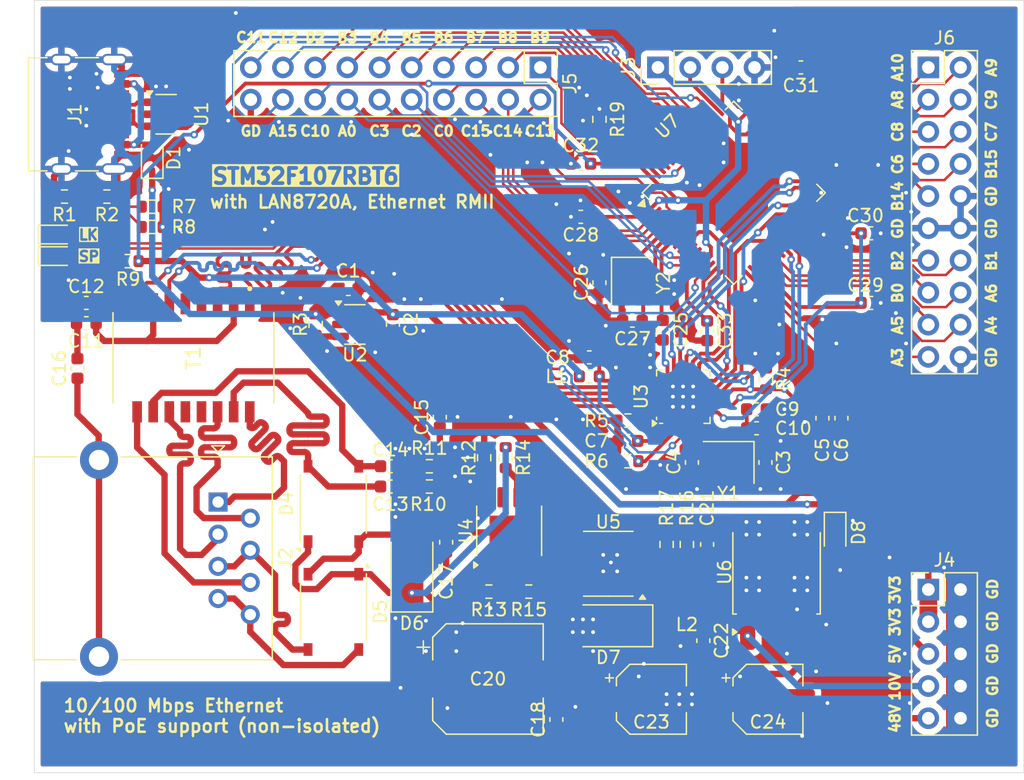
<source format=kicad_pcb>
(kicad_pcb (version 20240108) (generator "pcbnew") (generator_version "8.0")
  (layers (0 "F.Cu" signal) (31 "B.Cu" signal) (34 "B.Paste" user) (35 "F.Paste" user) (36 "B.SilkS" user "B.Silkscreen") (37 "F.SilkS" user "F.Silkscreen") (38 "B.Mask" user) (39 "F.Mask" user) (44 "Edge.Cuts" user))
  (net 0 "")
  (net 1 "GND")
  (net 2 "+5V")
  (net 3 "+3V3")
  (net 4 "Net-(U3-XTAL1{slash}CLKIN)")
  (net 5 "Net-(U3-XTAL2)")
  (net 6 "Net-(U3-VDD1A)")
  (net 7 "ETH_VDDCR")
  (net 8 "Net-(C11-Pad1)")
  (net 9 "Net-(C13-Pad2)")
  (net 10 "ETH_PoE_TX")
  (net 11 "ETH_PoE_RX")
  (net 12 "Net-(C15-Pad1)")
  (net 13 "Net-(C16-Pad1)")
  (net 14 "Net-(D4--)")
  (net 15 "+48V")
  (net 16 "Net-(U5-FB)")
  (net 17 "+10V")
  (net 18 "Net-(D8-A)")
  (net 19 "Net-(U7-NRST)")
  (net 20 "Net-(U7-PD0)")
  (net 21 "Net-(U7-PD1)")
  (net 22 "VBUS")
  (net 23 "Net-(D2-A)")
  (net 24 "Net-(D2-K)")
  (net 25 "Net-(D3-K)")
  (net 26 "Net-(D3-A)")
  (net 27 "ETH_PoE_78")
  (net 28 "ETH_PoE_45")
  (net 29 "Net-(D7-K)")
  (net 30 "Net-(J1-D--PadA7)")
  (net 31 "Net-(J1-D+-PadA6)")
  (net 32 "Net-(J1-CC1)")
  (net 34 "Net-(J1-CC2)")
  (net 36 "SWDIO")
  (net 37 "SWCLK")
  (net 38 "Net-(U2-CE)")
  (net 39 "Net-(U3-~{RST})")
  (net 40 "Net-(U3-RBIAS)")
  (net 41 "Net-(U4-APD)")
  (net 42 "Net-(U4-DEN)")
  (net 43 "Net-(U4-CDB)")
  (net 44 "Net-(U4-CLS)")
  (net 45 "Net-(U7-BOOT0)")
  (net 46 "LAN_TXN")
  (net 47 "LAN_TXP")
  (net 48 "LAN_RXP")
  (net 49 "LAN_RXN")
  (net 50 "USB_DP")
  (net 52 "ETH_TXD1")
  (net 53 "ETH_RXD0")
  (net 54 "ETH_CRS_DV")
  (net 55 "ETH_REF_CLK")
  (net 56 "ETH_RXD1")
  (net 57 "ETH_TXD0")
  (net 58 "ETH_MDC")
  (net 59 "ETH_TX_EN")
  (net 60 "ETH_MDIO")
  (net 61 "ETH_RX_ER")
  (net 64 "20{slash}PA4")
  (net 65 "11{slash}PC3")
  (net 66 "2{slash}PC13")
  (net 67 "56{slash}PB4")
  (net 68 "43{slash}PA10")
  (net 69 "35{slash}PB14")
  (net 70 "39{slash}PC8")
  (net 71 "4{slash}PC15")
  (net 72 "42{slash}PA9")
  (net 73 "50{slash}PA15")
  (net 74 "57{slash}PB5")
  (net 75 "62{slash}PB9")
  (net 76 "10{slash}PC2")
  (net 77 "40{slash}PC9")
  (net 78 "54{slash}PD2")
  (net 79 "3{slash}PC14")
  (net 80 "38{slash}PC7")
  (net 81 "14{slash}PA0")
  (net 82 "61{slash}PB8")
  (net 83 "51{slash}PC10")
  (net 84 "58{slash}PB6")
  (net 85 "22{slash}PA6")
  (net 86 "17{slash}PA3")
  (net 87 "52{slash}PC11")
  (net 88 "27{slash}PB1")
  (net 89 "59{slash}PB7")
  (net 90 "53{slash}PC12")
  (net 91 "26{slash}PB0")
  (net 92 "28{slash}PB2")
  (net 93 "8{slash}PC0")
  (net 94 "21{slash}PA5")
  (net 95 "37{slash}PC6")
  (net 96 "55{slash}PB3")
  (net 97 "36{slash}PB15")
  (net 98 "41{slash}PA8")
  (net 99 "Net-(C14-Pad1)")
  (net 100 "/LAN8720AI/ETH_PHY_RXP")
  (net 101 "/LAN8720AI/ETH_PHY_TXP")
  (net 102 "/LAN8720AI/ETH_PHY_RXN")
  (net 103 "/LAN8720AI/ETH_PHY_TXN")
  (net 104 "USB_DN")
  (footprint "Crystal:Crystal_SMD_3225-4Pin_3.2x2.5mm" (layer "F.Cu") (at 119.5 69.9 -90)
    (property "Reference" "Y2")
    (property "Value" "8MHz")
  )
  (footprint "Capacitor_SMD:C_0603_1608Metric" (layer "F.Cu") (at 115.425 64.7 180)
    (property "Reference" "C28")
    (property "Value" "100nF")
  )
  (footprint "Capacitor_SMD:C_0603_1608Metric" (layer "F.Cu") (at 97.075 70.4)
    (property "Reference" "C1")
    (property "Value" "10uF")
  )
  (footprint "Capacitor_SMD:C_0603_1608Metric" (layer "F.Cu") (at 116.9 69.9 90)
    (property "Reference" "C26")
    (property "Value" "30pF")
  )
  (footprint "Resistor_SMD:R_0603_1608Metric" (layer "F.Cu") (at 107.8 83.725 -90)
    (property "Reference" "R12")
    (property "Value" "100")
  )
  (footprint "H1102NLT_footprint:XFMR_H1102NLT" (layer "F.Cu") (at 84.855 75.835 -90)
    (property "Reference" "T1")
    (property "Value" "H1102NLT")
  )
  (footprint "Resistor_SMD:R_0603_1608Metric" (layer "F.Cu") (at 78.025 63.1 180)
    (property "Reference" "R2")
    (property "Value" "5.1k")
  )
  (footprint "Capacitor_SMD:C_0603_1608Metric" (layer "F.Cu") (at 115.425 60.5)
    (property "Reference" "C32")
    (property "Value" "100nF")
  )
  (footprint "Connector_PinHeader_2.54mm:PinHeader_2x05_P2.54mm_Vertical" (layer "F.Cu") (at 142.86 94.14)
    (property "Reference" "J4")
    (property "Value" "POWER")
  )
  (footprint "Capacitor_SMD:C_0603_1608Metric" (layer "F.Cu") (at 75.7 76.675 90)
    (property "Reference" "C16")
    (property "Value" "1nF/2kV")
  )
  (footprint "Capacitor_SMD:C_0603_1608Metric" (layer "F.Cu") (at 119.145 82.4)
    (property "Reference" "C7")
    (property "Value" "100nF")
  )
  (footprint "Resistor_SMD:R_0603_1608Metric" (layer "F.Cu") (at 119.145 80.7875 180)
    (property "Reference" "R5")
    (property "Value" "12k")
  )
  (footprint "Capacitor_SMD:C_0603_1608Metric" (layer "F.Cu") (at 132.8 52.9 180)
    (property "Reference" "C31")
    (property "Value" "100nF")
  )
  (footprint "Package_TO_SOT_SMD:TO-252-2" (layer "F.Cu") (at 130.88 92.76 90)
    (property "Reference" "U6")
    (property "Value" "uA7805")
  )
  (footprint "Package_SO:HSOP-8-1EP_3.9x4.9mm_P1.27mm_EP2.3x2.3mm" (layer "F.Cu") (at 117.6 92.1 180)
    (property "Reference" "U5")
    (property "Value" "XL7005A")
  )
  (footprint "Resistor_SMD:R_0603_1608Metric" (layer "F.Cu") (at 130.05 77.5 90)
    (property "Reference" "R4")
    (property "Value" "10k")
  )
  (footprint "Diode_SMD:D_SMA" (layer "F.Cu") (at 117.6 97 180)
    (property "Reference" "D7")
    (property "Value" "SS34")
  )
  (footprint "Capacitor_SMD:C_0603_1608Metric" (layer "F.Cu") (at 116.1 75.8)
    (property "Reference" "C8")
    (property "Value" "100nF")
  )
  (footprint "Diode_SMD:D_SMA" (layer "F.Cu") (at 102.1 92.4 90)
    (property "Reference" "D6")
    (property "Value" "SS310")
  )
  (footprint "Capacitor_SMD:C_0603_1608Metric" (layer "F.Cu") (at 100.4 86)
    (property "Reference" "C13")
    (property "Value" "22nF")
  )
  (footprint "Custom_Inductors:L_CD32" (layer "F.Cu") (at 123.8 94.2)
    (property "Reference" "L2")
    (property "Value" "100uH")
  )
  (footprint "Capacitor_SMD:C_0603_1608Metric" (layer "F.Cu") (at 121.9 73.65 -90)
    (property "Reference" "C25")
    (property "Value" "100nF")
  )
  (footprint "LED_SMD:LED_0603_1608Metric" (layer "F.Cu") (at 74.1 66.1)
    (property "Reference" "D2" (hide yes))
    (property "Value" "LED")
  )
  (footprint "LED_SMD:LED_0603_1608Metric" (layer "F.Cu") (at 74.1 67.8)
    (property "Reference" "D3" (hide yes))
    (property "Value" "LED")
  )
  (footprint "Capacitor_SMD:C_0603_1608Metric" (layer "F.Cu") (at 76.4 71.5 180)
    (property "Reference" "C12")
    (property "Value" "100nF")
  )
  (footprint "Package_QFP:LQFP-64_10x10mm_P0.5mm" (layer "F.Cu") (at 127.5 62.8 45)
    (property "Reference" "U7")
    (property "Value" "STM32F107RBT6")
  )
  (footprint "Capacitor_SMD:C_0603_1608Metric" (layer "F.Cu") (at 119.5 72.9 180)
    (property "Reference" "C27")
    (property "Value" "30pF")
  )
  (footprint "Capacitor_SMD:CP_Elec_8x10.5" (layer "F.Cu") (at 108.1 101.2)
    (property "Reference" "C20")
    (property "Value" "47uF/100V")
  )
  (footprint "Diode_SMD:Diode_Bridge_Diotec_ABS" (layer "F.Cu") (at 95.9 95.9 -90)
    (property "Reference" "D5")
    (property "Value" "ABS210")
  )
  (footprint "Diode_SMD:D_SOD-323" (layer "F.Cu") (at 135.5 89.65 -90)
    (property "Reference" "D8")
    (property "Value" "1N5819WS")
  )
  (footprint "Capacitor_SMD:C_0603_1608Metric" (layer "F.Cu") (at 138.325 71.5 180)
    (property "Reference" "C29")
    (property "Value" "100nF")
  )
  (footprint "Capacitor_SMD:C_0603_1608Metric" (layer "F.Cu") (at 125.1 98.175 -90)
    (property "Reference" "C22")
    (property "Value" "10uF")
  )
  (footprint "Capacitor_SMD:C_0603_1608Metric" (layer "F.Cu") (at 125.4 90.575 -90)
    (property "Reference" "C21")
    (property "Value" "47nF")
  )
  (footprint "Crystal:Crystal_SMD_3225-4Pin_3.2x2.5mm" (layer "F.Cu") (at 127.1 84.1 180)
    (property "Reference" "Y1")
    (property "Value" "25MHz")
  )
  (footprint "Capacitor_SMD:C_0603_1608Metric" (layer "F.Cu") (at 124.2 84.1 90)
    (property "Reference" "C4")
    (property "Value" "33pF")
  )
  (footprint "Package_SO:HSOP-8-1EP_3.9x4.9mm_P1.27mm_EP2.41x3.1mm" (layer "F.Cu") (at 109.775 89.5 90)
    (property "Reference" "U4")
    (property "Value" "TPS2378DDA")
  )
  (footprint "Resistor_SMD:R_0603_1608Metric" (layer "F.Cu") (at 103.475 86)
    (property "Reference" "R10")
    (property "Value" "75")
  )
  (footprint "Inductor_SMD:L_0603_1608Metric" (layer "F.Cu") (at 116.1 77.3)
    (property "Reference" "L1")
    (property "Value" "10")
  )
  (footprint "Resistor_SMD:R_0603_1608Metric" (layer "F.Cu") (at 79.7 68.2 180)
    (property "Reference" "R9")
    (property "Value" "0")
  )
  (footprint "Package_DFN_QFN:VQFN-24-1EP_4x4mm_P0.5mm_EP2.45x2.45mm" (layer "F.Cu") (at 123.52 78.9 90)
    (property "Reference" "U3")
    (property "Value" "LAN8720A")
  )
  (footprint "Capacitor_SMD:C_0603_1608Metric" (layer "F.Cu") (at 136 80.6 -90)
    (property "Reference" "C6")
    (property "Value" "10uF")
  )
  (footprint "Resistor_SMD:R_0603_1608Metric" (layer "F.Cu") (at 119.145 84 180)
    (property "Reference" "R6")
    (property "Value" "10k")
  )
  (footprint "Connector_PinHeader_2.54mm:PinHeader_1x04_P2.54mm_Vertical" (layer "F.Cu") (at 121.52 52.9 90)
    (property "Reference" "J3")
    (property "Value" "SWD")
  )
  (footprint "Capacitor_SMD:C_0603_1608Metric" (layer "F.Cu") (at 138.325 66 180)
    (property "Reference" "C30")
    (property "Value" "100nF")
  )
  (footprint "Resistor_SMD:R_0603_1608Metric" (layer "F.Cu") (at 116.9 57 -90)
    (property "Reference" "R19")
    (property "Value" "10k")
  )
  (footprint "Resistor_SMD:R_0603_1608Metric" (layer "F.Cu") (at 103.475 84.4)
    (property "Reference" "R11")
    (property "Value" "75")
  )
  (footprint "Capacitor_SMD:C_0603_1608Metric" (layer "F.Cu") (at 100.6 73.2 -90)
    (property "Reference" "C2")
    (property "Value" "10uF")
  )
  (footprint "Capacitor_SMD:C_0603_1608Metric" (layer "F.Cu") (at 129.3 79.9)
    (property "Reference" "C9")
    (property "Value" "470pF")
  )
  (footprint "Package_TO_SOT_SMD:SOT-23-5" (layer "F.Cu") (at 97.6 73.2)
    (property "Reference" "U2")
    (property "Value" "XC6220B331MR")
  )
  (footprint "Package_TO_SOT_SMD:SOT-23-6" (layer "F.Cu") (at 82.7 56.6)
    (property "Reference" "U1")
    (property "Value" "USBLC6-2SC6")
  )
  (footprint "Resistor_SMD:R_0603_1608Metric" (layer "F.Cu") (at 94.5 73.2 -90)
    (property "Reference" "R3")
    (property "Value" "100k")
  )
  (footprint "Capacitor_SMD:C_0603_1608Metric" (layer "F.Cu") (at 104.8 90.4 90)
    (property "Reference" "C17")
    (property "Value" "1nF/100V")
  )
  (footprint "Capacitor_SMD:C_0603_1608Metric" (layer "F.Cu") (at 113.5 104.4 90)
    (property "Reference" "C18")
    (property "Value" "100nF/100V")
  )
  (footprint "Capacitor_SMD:CP_Elec_5x5.4" (layer "F.Cu") (at 130.2 102.8)
    (property "Reference" "C24")
    (property "Value" "47uF/16V")
  )
  (footprint "Resistor_SMD:R_0603_1608Metric" (layer "F.Cu") (at 122.2 90.575 90)
    (property "Reference" "R17")
    (property "Value" "4.7k")
  )
  (footprint "Resistor_SMD:R_0603_1608Metric" (layer "F.Cu") (at 111.325 94.3 180)
    (property "Reference" "R15")
    (property "Value" "63.4")
  )
  (footprint "Capacitor_SMD:C_0603_1608Metric" (layer "F.Cu") (at 104.3 80.525 90)
    (property "Reference" "C15")
    (property "Value" "1nF/2kV")
  )
  (footprint "Capacitor_SMD:C_0603_1608Metric" (layer "F.Cu") (at 130 84.1 -90)
    (property "Reference" "C3")
    (property "Value" "33pF")
  )
  (footprint "Connector_PinHeader_2.54mm:PinHeader_2x10_P2.54mm_Vertical" (layer "F.Cu") (at 112.24 52.9 -90)
    (property "Reference" "J5")
    (property "Value" "L")
  )
  (footprint "Capacitor_SMD:C_0603_1608Metric" (layer "F.Cu") (at 129.3 81.4)
    (property "Reference" "C10")
    (property "Value" "1uF")
  )
  (footprint "Capacitor_SMD:C_0603_1608Metric" (layer "F.Cu") (at 76.4 73.1 180)
    (property "Reference" "C11")
    (property "Value" "100nF")
  )
  (footprint "Capacitor_SMD:C_0603_1608Metric" (layer "F.Cu") (at 134.5 80.6 -90)
    (property "Reference" "C5")
    (property "Value" "10uF")
  )
  (footprint "Resistor_SMD:R_0603_1608Metric" (layer "F.Cu") (at 108.175 94.3 180)
    (property "Reference" "R13")
    (property "Value" "25k")
  )
  (footprint "Capacitor_SMD:CP_Elec_5x5.4" (layer "F.Cu") (at 121 102.8)
    (property "Reference" "C23")
    (property "Value" "47uF/16V")
  )
  (footprint "Diode_SMD:D_SOD-323" (layer "F.Cu") (at 81.6 60.05 90)
    (property "Reference" "D1")
    (property "Value" "1N5819WS")
  )
  (footprint "Connector_PinHeader_2.54mm:PinHeader_2x10_P2.54mm_Vertical" (layer "F.Cu") (at 142.86 52.9)
    (property "Reference" "J6")
    (property "Value" "R")
  )
  (footprint "Resistor_SMD:R_0603_1608Metric" (layer "F.Cu") (at 81.6 63.9)
    (property "Reference" "R7")
    (property "Value" "270")
  )
  (footprint "Resistor_SMD:R_0603_1608Metric" (layer "F.Cu") (at 109.5 83.725 90)
    (property "Reference" "R14")
    (property "Value" "10k")
  )
  (footprint "Resistor_SMD:R_0603_1608Metric" (layer "F.Cu") (at 74.675 63.1 180)
    (property "Reference" "R1")
    (property "Value" "5.1k")
  )
  (footprint "Capacitor_SMD:C_0603_1608Metric" (layer "F.Cu") (at 125.4 73.7 90)
    (property "Reference" "C33")
    (property "Value" "4.7uF")
  )
  (footprint "Diode_SMD:Diode_Bridge_Diotec_ABS" (layer "F.Cu") (at 95.9 87.375 90)
    (property "Reference" "D4")
    (property "Value" "ABS210")
  )
  (footprint "Connector_USB:USB_C_Receptacle_Palconn_UTC16-G" (layer "F.Cu") (at 76.675 56.6 -90)
    (property "Reference" "J1")
    (property "Value" "TYPE_C")
  )
  (footprint "Connector_RJ:RJ45_Ninigi_GE" (layer "F.Cu") (at 86.8 87.225 -90)
    (property "Reference" "J2")
    (property "Value" "RJ45_Shielded")
  )
  (footprint "Capacitor_SMD:C_0603_1608Metric" (layer "F.Cu") (at 100.4 84.4 180)
    (property "Reference" "C14")
    (property "Value" "22nF")
  )
  (footprint "Resistor_SMD:R_0603_1608Metric" (layer "F.Cu") (at 123.8 90.575 -90)
    (property "Reference" "R16")
    (property "Value" "33k")
  )
  (footprint "Resistor_SMD:R_0603_1608Metric" (layer "F.Cu") (at 81.6 65.5)
    (property "Reference" "R8")
    (property "Value" "270")
  )
  (gr_rect (start 142.26 93.5) (end 143.46 97.2) (stroke (width 0.2)) (fill solid) (layer "F.Cu") (net 3))
  (gr_rect (start 130.3 102.9) (end 131.4 104) (stroke (width 0.2)) (fill solid) (layer "F.Cu") (net 1))
  (gr_poly (pts (xy 94.1 72) (xy 95.987531 70) (xy 96.687531 70) (xy 96.687531 71.4) (xy 96.987531 71.9) (xy 96.987531 72.5) (xy 95.587531 72.5) (xy 95.287531 72.7) (xy 94.1 72.7)) (stroke (width 0.2)) (fill solid) (layer "F.Cu") (net 2))
  (gr_rect (start 114.2 90) (end 116.7 94.2) (stroke (width 0.2)) (fill solid) (layer "F.Cu") (net 1))
  (gr_rect (start 144.36 92.7) (end 147.46 105.7) (stroke (width 0.2)) (fill solid) (layer "F.Cu") (net 1))
  (gr_rect (start 108.7 99.1) (end 114.9 103.6) (stroke (width 0.2)) (fill solid) (layer "F.Cu") (net 1))
  (gr_rect (start 144.46 92.5) (end 147.56 105.8) (stroke (width 0.2)) (fill solid) (layer "B.Cu") (net 1))
  (gr_rect (start 72.3 47.6) (end 150.4 108.6) (stroke (width 0.05)) (fill none) (layer "Edge.Cuts"))
  (gr_text "A15" (at 91.933334 58.4 0) (layer "F.SilkS") (effects (font (size 0.8 0.8) (thickness 0.2) (bold yes)) (justify bottom)))
  (gr_text "A5" (at 140.9 73.255552 90) (layer "F.SilkS") (effects (font (size 0.8 0.8) (thickness 0.2) (bold yes)) (justify bottom)))
  (gr_text "C3" (at 99.533333 58.4 0) (layer "F.SilkS") (effects (font (size 0.8 0.8) (thickness 0.2) (bold yes)) (justify bottom)))
  (gr_text "A8" (at 140.9 55.444444 90) (layer "F.SilkS") (effects (font (size 0.8 0.8) (thickness 0.2) (bold yes)) (justify bottom)))
  (gr_text "B15" (at 148.3 60.533332 90) (layer "F.SilkS") (effects (font (size 0.8 0.8) (thickness 0.2) (bold yes)) (justify bottom)))
  (gr_text "B9" (at 112.199997 51 0) (layer "F.SilkS") (effects (font (size 0.8 0.8) (thickness 0.2) (bold yes)) (justify bottom)))
  (gr_text "C10" (at 94.466667 58.4 0) (layer "F.SilkS") (effects (font (size 0.8 0.8) (thickness 0.2) (bold yes)) (justify bottom)))
  (gr_text "GD" (at 89.400001 58.4 0) (layer "F.SilkS") (effects (font (size 0.8 0.8) (thickness 0.2) (bold yes)) (justify bottom)))
  (gr_text "3V3" (at 140.7 96.7 90) (layer "F.SilkS") (effects (font (size 0.8 0.8) (thickness 0.2) (bold yes)) (justify bottom)))
  (gr_text "C6" (at 140.9 60.533332 90) (layer "F.SilkS") (effects (font (size 0.8 0.8) (thickness 0.2) (bold yes)) (justify bottom)))
  (gr_text "GD" (at 148.4 96.644444 90) (layer "F.SilkS") (effects (font (size 0.8 0.8) (thickness 0.2) (bold yes)) (justify bottom)))
  (gr_text "B8" (at 109.666664 51 0) (layer "F.SilkS") (effects (font (size 0.8 0.8) (thickness 0.2) (bold yes)) (justify bottom)))
  (gr_text "C12" (at 91.933333 51 0) (layer "F.SilkS") (effects (font (size 0.8 0.8) (thickness 0.2) (bold yes)) (justify bottom)))
  (gr_text "D2" (at 94.466666 51 0) (layer "F.SilkS") (effects (font (size 0.8 0.8) (thickness 0.2) (bold yes)) (justify bottom)))
  (gr_text "STM32F107RBT6" (at 86.2 62.2 0) (layer "F.SilkS" knockout) (effects (font (size 1.2 1.2) (thickness 0.3) (bold yes)) (justify left bottom)))
  (gr_text "GD" (at 148.3 63.077776 90) (layer "F.SilkS") (effects (font (size 0.8 0.8) (thickness 0.2) (bold yes)) (justify bottom)))
  (gr_text "C14" (at 109.666665 58.4 0) (layer "F.SilkS") (effects (font (size 0.8 0.8) (thickness 0.2) (bold yes)) (justify bottom)))
  (gr_text "GD" (at 148.4 99.188888 90) (layer "F.SilkS") (effects (font (size 0.8 0.8) (thickness 0.2) (bold yes)) (justify bottom)))
  (gr_text "B4" (at 99.533332 51 0) (layer "F.SilkS") (effects (font (size 0.8 0.8) (thickness 0.2) (bold yes)) (justify bottom)))
  (gr_text "B3" (at 96.999999 51 0) (layer "F.SilkS") (effects (font (size 0.8 0.8) (thickness 0.2) (bold yes)) (justify bottom)))
  (gr_text "B1" (at 148.3 68.166664 90) (layer "F.SilkS") (effects (font (size 0.8 0.8) (thickness 0.2) (bold yes)) (justify bottom)))
  (gr_text "GD" (at 148.3 65.62222 90) (layer "F.SilkS") (effects (font (size 0.8 0.8) (thickness 0.2) (bold yes)) (justify bottom)))
  (gr_text "10V" (at 140.7 101.788888 90) (layer "F.SilkS") (effects (font (size 0.8 0.8) (thickness 0.2) (bold yes)) (justify bottom)))
  (gr_text "C7" (at 148.3 57.988888 90) (layer "F.SilkS") (effects (font (size 0.8 0.8) (thickness 0.2) (bold yes)) (justify bottom)))
  (gr_text "with LAN8720A, Ethernet RMII" (at 86.05 64.1 0) (layer "F.SilkS") (effects (font (size 1 1) (thickness 0.2) (bold yes)) (justify left bottom)))
  (gr_text "C8" (at 140.9 57.988888 90) (layer "F.SilkS") (effects (font (size 0.8 0.8) (thickness 0.2) (bold yes)) (justify bottom)))
  (gr_text "3V3" (at 140.7 94.155556 90) (layer "F.SilkS") (effects (font (size 0.8 0.8) (thickness 0.2) (bold yes)) (justify bottom)))
  (gr_text "B14" (at 140.9 63.077776 90) (layer "F.SilkS") (effects (font (size 0.8 0.8) (thickness 0.2) (bold yes)) (justify bottom)))
  (gr_text "B6" (at 104.599998 51 0) (layer "F.SilkS") (effects (font (size 0.8 0.8) (thickness 0.2) (bold yes)) (justify bottom)))
  (gr_text "A4" (at 148.3 73.255552 90) (layer "F.SilkS") (effects (font (size 0.8 0.8) (thickness 0.2) (bold yes)) (justify bottom)))
  (gr_text "10/100 Mbps Ethernet\nwith PoE support (non-isolated)" (at 74.5 105.5 0) (layer "F.SilkS") (effects (font (size 1 1) (thickness 0.2) (bold yes)) (justify left bottom)))
  (gr_text "LK" (at 75.7 66.6 0) (layer "F.SilkS" knockout) (effects (font (size 0.8 0.8) (thickness 0.2) (bold yes)) (justify left bottom)))
  (gr_text "C9" (at 148.3 55.444444 90) (layer "F.SilkS") (effects (font (size 0.8 0.8) (thickness 0.2) (bold yes)) (justify bottom)))
  (gr_text "B2" (at 140.9 68.166664 90) (layer "F.SilkS") (effects (font (size 0.8 0.8) (thickness 0.2) (bold yes)) (justify bottom)))
  (gr_text "C13" (at 112.199998 58.4 0) (layer "F.SilkS") (effects (font (size 0.8 0.8) (thickness 0.2) (bold yes)) (justify bottom)))
  (gr_text "C2" (at 102.066666 58.4 0) (layer "F.SilkS") (effects (font (size 0.8 0.8) (thickness 0.2) (bold yes)) (justify bottom)))
  (gr_text "A3" (at 140.9 75.799996 90) (layer "F.SilkS") (effects (font (size 0.8 0.8) (thickness 0.2) (bold yes)) (justify bottom)))
  (gr_text "48V" (at 140.7 104.333332 90) (layer "F.SilkS") (effects (font (size 0.8 0.8) (thickness 0.2) (bold yes)) (justify bottom)))
  (gr_text "C15" (at 107.133332 58.4 0) (layer "F.SilkS") (effects (font (size 0.8 0.8) (thickness 0.2) (bold yes)) (justify bottom)))
  (gr_text "B0" (at 140.9 70.711108 90) (layer "F.SilkS") (effects (font (size 0.8 0.8) (thickness 0.2) (bold yes)) (justify bottom)))
  (gr_text "C0" (at 104.599999 58.4 0) (layer "F.SilkS") (effects (font (size 0.8 0.8) (thickness 0.2) (bold yes)) (justify bottom)))
  (gr_text "GD" (at 148.4 104.277776 90) (layer "F.SilkS") (effects (font (size 0.8 0.8) (thickness 0.2) (bold yes)) (justify bottom)))
  (gr_text "A9" (at 148.3 52.9 90) (layer "F.SilkS") (effects (font (size 0.8 0.8) (thickness 0.2) (bold yes)) (justify bottom)))
  (gr_text "SP" (at 75.7 68.3 0) (layer "F.SilkS" knockout) (effects (font (size 0.8 0.8) (thickness 0.2) (bold yes)) (justify left bottom)))
  (gr_text "GD" (at 148.4 94.1 90) (layer "F.SilkS") (effects (font (size 0.8 0.8) (thickness 0.2) (bold yes)) (justify bottom)))
  (gr_text "B5" (at 102.066665 51 0) (layer "F.SilkS") (effects (font (size 0.8 0.8) (thickness 0.2) (bold yes)) (justify bottom)))
  (gr_text "GD" (at 148.3 75.799996 90) (layer "F.SilkS") (effects (font (size 0.8 0.8) (thickness 0.2) (bold yes)) (justify bottom)))
  (gr_text "A0" (at 97 58.4 0) (layer "F.SilkS") (effects (font (size 0.8 0.8) (thickness 0.2) (bold yes)) (justify bottom)))
  (gr_text "5V" (at 140.7 99.244444 90) (layer "F.SilkS") (effects (font (size 0.8 0.8) (thickness 0.2) (bold yes)) (justify bottom)))
  (gr_text "C11" (at 89.4 51 0) (layer "F.SilkS") (effects (font (size 0.8 0.8) (thickness 0.2) (bold yes)) (justify bottom)))
  (gr_text "B7" (at 107.133331 51 0) (layer "F.SilkS") (effects (font (size 0.8 0.8) (thickness 0.2) (bold yes)) (justify bottom)))
  (gr_text "GD" (at 140.9 65.62222 90) (layer "F.SilkS") (effects (font (size 0.8 0.8) (thickness 0.2) (bold yes)) (justify bottom)))
  (gr_text "A6" (at 148.3 70.711108 90) (layer "F.SilkS") (effects (font (size 0.8 0.8) (thickness 0.2) (bold yes)) (justify bottom)))
  (gr_text "GD" (at 148.4 101.733332 90) (layer "F.SilkS") (effects (font (size 0.8 0.8) (thickness 0.2) (bold yes)) (justify bottom)))
  (gr_text "A10" (at 140.9 52.9 90) (layer "F.SilkS") (effects (font (size 0.8 0.8) (thickness 0.2) (bold yes)) (justify bottom)))
  (segment (start 73.85 61.505) (end 74.435 60.92) (width 0.5) (layer "F.Cu") (net 1))
  (segment (start 128.5 88.97) (end 129.33 89.8) (width 0.5) (layer "F.Cu") (net 1))
  (segment (start 110.6 81.7) (end 107.8 81.7) (width 0.5) (layer "F.Cu") (net 1))
  (segment (start 79.185 59.8) (end 81.398612 59.8) (width 0.5) (layer "F.Cu") (net 1))
  (segment (start 124.2 102.4) (end 124.2 102.9) (width 0.5) (layer "F.Cu") (net 1))
  (segment (start 133.575 53.487302) (end 133.575 52.9) (width 0.3) (layer "F.Cu") (net 1))
  (segment (start 118.65 71) (end 118.65 72.825) (width 0.3) (layer "F.Cu") (net 1))
  (segment (start 78.605 60.92) (end 78.605 60.38) (width 0.5) (layer "F.Cu") (net 1))
  (segment (start 139.2 66) (end 139.1 66.1) (width 0.3) (layer "F.Cu") (net 1))
  (segment (start 123.2 102.4) (end 123.2 103.2) (width 0.5) (layer "F.Cu") (net 1))
  (segment (start 134.6 66.1) (end 135.6 67.1) (width 0.3) (layer "F.Cu") (net 1))
  (segment (start 111.8 103.1) (end 112.325 103.625) (width 0.5) (layer "F.Cu") (net 1))
  (segment (start 82.6 54.4) (end 81.9 54.4) (width 0.5) (layer "F.Cu") (net 1))
  (segment (start 111.68 86.85) (end 111.68 82.78) (width 0.5) (layer "F.Cu") (net 1))
  (segment (start 126 83.25) (end 126.1 83.25) (width 0.3) (layer "F.Cu") (net 1))
  (segment (start 122.2 89.75) (end 120.95 88.5) (width 0.5) (layer "F.Cu") (net 1))
  (segment (start 139.1 67) (end 139.1 66.1) (width 0.3) (layer "F.Cu") (net 1))
  (segment (start 111.8 101.2) (end 111.8 98.3) (width 0.5) (layer "F.Cu") (net 1))
  (segment (start 82.425 62.025) (end 82.9 62.5) (width 0.5) (layer "F.Cu") (net 1))
  (segment (start 82.127684 56.6) (end 82.7 56.027684) (width 0.5) (layer "F.Cu") (net 1))
  (segment (start 139.1 66) (end 139.2 66) (width 0.3) (layer "F.Cu") (net 1))
  (segment (start 81.9 54.4) (end 81.9 53.7) (width 0.5) (layer "F.Cu") (net 1))
  (segment (start 123.3 104.3) (end 130.9 104.3) (width 0.5) (layer "F.Cu") (net 1))
  (segment (start 145.4 104.3) (end 145.4 94.14) (width 0.5) (layer "F.Cu") (net 1))
  (segment (start 129.5 89.8) (end 129.5 89.97) (width 0.5) (layer "F.Cu") (net 1))
  (segment (start 129.5 51.1) (end 132.1 51.1) (width 0.3) (layer "F.Cu") (net 1))
  (segment (start 100.6 77) (end 103.35 79.75) (width 0.5) (layer "F.Cu") (net 1))
  (segment (start 129.214734 69.110928) (end 132.903806 72.8) (width 0.3) (layer "F.Cu") (net 1))
  (segment (start 103.35 79.75) (end 104.3 79.75) (width 0.5) (layer "F.Cu") (net 1))
  (segment (start 118.325 70.675) (end 116.9 70.675) (width 0.3) (layer "F.Cu") (net 1))
  (segment (start 111.68 82.78) (end 110.6 81.7) (width 0.5) (layer "F.Cu") (net 1))
  (segment (start 115.125 90.195) (end 115.125 88.425) (width 0.5) (layer "F.Cu") (net 1))
  (segment (start 97.625 72.875) (end 97.625 71.275) (width 0.5) (layer "F.Cu") (net 1))
  (segment (start 139.1 72.5) (end 139.1 71.5) (width 0.3) (layer "F.Cu") (net 1))
  (segment (start 79.185 52.86) (end 78.605 52.28) (width 0.5) (layer "F.Cu") (net 1))
  (segment (start 96.3 68.7) (end 97.1 68.7) (width 0.5) (layer "F.Cu") (net 1))
  (segment (start 135.6 67.1) (end 136.4 67.1) (width 0.3) (layer "F.Cu") (net 1))
  (segment (start 122.8 69.6) (end 123.420708 68.979292) (width 0.3) (layer "F.Cu") (net 1))
  (segment (start 131.603806 54.1) (end 132.962302 54.1) (width 0.3) (layer "F.Cu") (net 1))
  (segment (start 123.795582 68.979292) (end 124.724606 68.050268) (width 0.3) (layer "F.Cu") (net 1))
  (segment (start 124.2 103.1) (end 123.2 102.4) (width 0.5) (layer "F.Cu") (net 1))
  (segment (start 97.9 71) (end 97.9 70.45) (width 0.5) (layer "F.Cu") (net 1))
  (segment (start 128.33 88.8) (end 128.5 88.8) (width 0.5) (layer "F.Cu") (net 1))
  (segment (start 120.95 88.5) (end 128.03 88.5) (width 0.5) (layer "F.Cu") (net 1))
  (segment (start 81.9 53.7) (end 81.6 53.4) (width 0.5) (layer "F.Cu") (net 1))
  (segment (start 129.5 89.97) (end 129.355 89.825) (width 0.5) (layer "F.Cu") (net 1))
  (segment (start 75.7 73.175) (end 75.625 73.1) (width 0.5) (layer "F.Cu") (net 1))
  (segment (start 125.925 83.325) (end 126 83.25) (width 0.3) (layer "F.Cu") (net 1))
  (segment (start 115.125 96.175) (end 115.125 90.195) (width 0.5) (layer "F.Cu") (net 1))
  (segment (start 132.903806 72.8) (end 138.8 72.8) (width 0.3) (layer "F.Cu") (net 1))
  (segment (start 82.6 54.4) (end 82.6 54.4) (width 0.5) (layer "F.Cu") (net 1))
  (segment (start 123.85 98.95) (end 123.2 99.6) (width 0.5) (layer "F.Cu") (net 1))
  (segment (start 82.9 62.5) (end 82.425 62.975) (width 0.5) (layer "F.Cu") (net 1))
  (segment (start 99.825 73.2) (end 100.6 73.975) (width 0.5) (layer "F.Cu") (net 1))
  (segment (start 78.85 61.165) (end 78.605 60.92) (width 0.5) (layer "F.Cu") (net 1))
  (segment (start 129.214734 56.489072) (end 131.603806 54.1) (width 0.3) (layer "F.Cu") (net 1))
  (segment (start 138.8 72.8) (end 139.1 72.5) (width 0.3) (layer "F.Cu") (net 1))
  (segment (start 123.5 72.5) (end 123.5 73.6) (width 0.3) (layer "F.Cu") (net 1))
  (segment (start 111.8 98.3) (end 113.1 97) (width 0.5) (layer "F.Cu") (net 1))
  (segment (start 75.625 73.1) (end 75.625 71.5) (width 0.5) (layer "F.Cu") (net 1))
  (segment (start 124.375 74.475) (end 125.4 74.475) (width 0.3) (layer "F.Cu") (net 1))
  (segment (start 130 84.875) (end 128.275 84.875) (width 0.3) (layer "F.Cu") (net 1))
  (segment (start 128.5 88.8) (end 128.5 88.97) (width 0.5) (layer "F.Cu") (net 1))
  (segment (start 97.625 71.275) (end 97.9 71) (width 0.5) (layer "F.Cu") (net 1))
  (segment (start 129.14 52.9) (end 129.14 51.46) (width 0.3) (layer "F.Cu") (net 1))
  (segment (start 97.9 70.45) (end 97.85 70.4) (width 0.5) (layer "F.Cu") (net 1))
  (segment (start 82.7 54.5) (end 82.7 54.4) (width 0.5) (layer "F.Cu") (net 1))
  (segment (start 122.854545 69.754545) (end 122.854545 70.745455) (width 0.3) (layer "F.Cu") (net 1))
  (segment (start 113.55 86.85) (end 111.68 86.85) (width 0.5) (layer "F.Cu") (net 1))
  (segment (start 114.8 96.5) (end 115.125 96.175) (width 0.5) (layer "F.Cu") (net 1))
  (segment (start 123.2 104.2) (end 123.3 104.3) (width 0.5) (layer "F.Cu") (net 1))
  (segment (start 128.275 84.875) (end 128.2 84.95) (width 0.3) (layer "F.Cu") (net 1))
  (segment (start 125.1 98.95) (end 123.85 98.95) (width 0.5) (layer "F.Cu") (net 1))
  (segment (start 97.85 69.45) (end 97.85 70.4) (width 0.5) (layer "F.Cu") (net 1))
  (segment (start 124.2 102.9) (end 124.3 102.8) (width 0.5) (layer "F.Cu") (net 1))
  (segment (start 122.8 70.8) (end 122.8 71.8) (width 0.3) (layer "F.Cu") (net 1))
  (segment (start 114.8 97.5) (end 115.125 97.175) (width 0.5) (layer "F.Cu") (net 1))
  (segment (start 122.854545 70.745455) (end 122.8 70.8) (width 0.3) (layer "F.Cu") (net 1))
  (segment (start 139.1 66.1) (end 139.1 66) (width 0.3) (layer "F.Cu") (net 1))
  (segment (start 78.85 63.1) (end 78.85 61.165) (width 0.5) (layer "F.Cu") (net 1))
  (segment (start 116.83 90.195) (end 115.125 90.195) (width 0.5) (layer "F.Cu") (net 1))
  (segment (start 132.1 51.1) (end 133.575 52.575) (width 0.3) (layer "F.Cu") (net 1))
  (segment (start 134.6 65.303806) (end 134.6 66.1) (width 0.3) (layer "F.Cu") (net 1))
  (segment (start 75.7 75.9) (end 75.7 73.175) (width 0.5) (layer "F.Cu") (net 1))
  (segment (start 133.810928 64.514734) (end 134.6 65.303806) (width 0.3) (layer "F.Cu") (net 1))
  (segment (start 123.2 103.2) (end 123.2 104.2) (width 0.5) (layer "F.Cu") (net 1))
  (segment (start 81.5625 56.6) (end 82.127684 56.6) (width 0.5) (layer "F.Cu") (net 1))
  (segment (start 75 69.7) (end 75.625 70.325) (width 0.5) (layer "F.Cu") (net 1))
  (segment (start 79.185 53.4) (end 79.185 52.86) (width 0.5) (layer "F.Cu") (net 1))
  (segment (start 82.425 62.975) (end 82.425 63.9) (width 0.5) (layer "F.Cu") (net 1))
  (segment (start 113.1 97) (end 115.6 97) (width 0.5) (layer "F.Cu") (net 1))
  (segment (start 123.2 99.6) (end 123.2 102.4) (width 0.5) (layer "F.Cu") (net 1))
  (segment (start 123.2 103.2) (end 123.2 102.8) (width 0.5) (layer "F.Cu") (net 1))
  (segment (start 115.125 97.175) (end 115.125 96.825) (width 0.5) (layer "F.Cu") (net 1))
  (segment (start 133.575 52.575) (end 133.575 52.9) (width 0.3) (layer "F.Cu") (net 1))
  (segment (start 97.1 68.7) (end 97.85 69.45) (width 0.5) (layer "F.Cu") (net 1))
  (segment (start 128.03 88.5) (end 128.33 88.8) (width 0.5) (layer "F.Cu") (net 1))
  (segment (start 129.33 89.8) (end 129.5 89.8) (width 0.5) (layer "F.Cu") (net 1))
  (segment (start 122.8 69.7) (end 122.8 69.6) (width 0.3) (layer "F.Cu") (net 1))
  (segment (start 136.4 67.1) (end 136.5 67.2) (width 0.3) (layer "F.Cu") (net 1))
  (segment (start 129.14 51.46) (end 129.5 51.1) (width 0.3) (layer "F.Cu") (net 1))
  (segment (start 118.525 88.5) (end 116.83 90.195) (width 0.5) (layer "F.Cu") (net 1))
  (segment (start 124.2 83.325) (end 125.925 83.325) (width 0.3) (layer "F.Cu") (net 1))
  (segment (start 75.625 70.325) (end 75.625 71.5) (width 0.5) (layer "F.Cu") (net 1))
  (segment (start 96.4625 73.2) (end 97.3 73.2) (width 0.5) (layer "F.Cu") (net 1))
  (segment (start 115.475 59.675) (end 114.65 60.5) (width 0.3) (layer "F.Cu") (net 1))
  (segment (start 123.420708 68.979292) (end 123.795582 68.979292) (width 0.3) (layer "F.Cu") (net 1))
  (segment (start 127.8 84.95) (end 128.2 84.95) (width 0.3) (layer "F.Cu") (net 1))
  (segment (start 115.125 88.425) (end 113.55 86.85) (width 0.5) (layer "F.Cu") (net 1))
  (segment (start 112.325 103.625) (end 113.5 103.625) (width 0.5) (layer "F.Cu") (net 1))
  (segment (start 118.65 72.825) (end 118.725 72.9) (width 0.3) (layer "F.Cu") (net 1))
  (segment (start 100.6 73.975) (end 100.6 77) (width 0.5) (layer "F.Cu") (net 1))
  (segment (start 119.778806 59.675) (end 115.475 59.675) (width 0.3) (layer "F.Cu") (net 1))
  (segment (start 82.425 63.9) (end 82.425 65.5) (width 0.5) (layer "F.Cu") (net 1))
  (segment (start 120.35 68.8) (end 120.35 68.9) (width 0.3) (layer "F.Cu") (net 1))
  (segment (start 82.7 54.4) (end 82.6 54.4) (width 0.5) (layer "F.Cu") (net 1))
  (segment (start 122.8 69.7) (end 122.854545 69.754545) (width 0.3) (layer "F.Cu") (net 1))
  (segment (start 130.9 104.3) (end 132.4 102.8) (width 0.5) (layer "F.Cu") (net 1))
  (segment (start 138.9 67.2) (end 139.1 67) (width 0.3) (layer "F.Cu") (net 1))
  (segment (start 126.1 83.25) (end 127.8 84.95) (width 0.3) (layer "F.Cu") (net 1))
  (segment (start 120.95 88.5) (end 118.525 88.5) (width 0.5) (layer "F.Cu") (net 1))
  (segment (start 82.7 54.5) (end 82.7 54.5) (width 0.5) (layer "F.Cu") (net 1))
  (segment (start 104.3 79.75) (end 105.85 79.75) (width 0.5) (layer "F.Cu") (net 1))
  (segment (start 132.962302 54.1) (end 133.575 53.487302) (width 0.3) (layer "F.Cu") (net 1))
  (segment (start 81.6 53.4) (end 79.185 53.4) (width 0.5) (layer "F.Cu") (net 1))
  (segment (start 97.3 73.2) (end 97.625 72.875) (width 0.5) (layer "F.Cu") (net 1))
  (segment (start 118.65 70.6) (end 118.65 71) (width 0.3) (layer "F.Cu") (net 1))
  (segment (start 118.65 71) (end 118.325 70.675) (width 0.3) (layer "F.Cu") (net 1))
  (segment (start 120.35 68.9) (end 118.65 70.6) (width 0.3) (layer "F.Cu") (net 1))
  (segment (start 115.125 96.825) (end 114.8 96.5) (width 0.5) (layer "F.Cu") (net 1))
  (segment (start 96.4625 73.2) (end 99.825 73.2) (width 0.5) (layer "F.Cu") (net 1))
  (segment (start 124.3 102.8) (end 124.2 103.1) (width 0.5) (layer "F.Cu") (net 1))
  (segment (start 111.8 101.2) (end 111.8 103.1) (width 0.5) (layer "F.Cu") (net 1))
  (segment (start 123.5 73.6) (end 124.375 74.475) (width 0.3) (layer "F.Cu") (net 1))
  (segment (start 81.398612 59.8) (end 82.425 60.826388) (width 0.5) (layer "F.Cu") (net 1))
  (segment (start 78.605 60.38) (end 79.185 59.8) (width 0.5) (layer "F.Cu") (net 1))
  (segment (start 73.85 63.1) (end 73.85 61.505) (width 0.5) (layer "F.Cu") (net 1))
  (segment (start 122.8 71.8) (end 123.5 72.5) (width 0.3) (layer "F.Cu") (net 1))
  (segment (start 118.32 80.7875) (end 118.32 84) (width 0.3) (layer "F.Cu") (net 1))
  (segment (start 105.85 79.75) (end 107.8 81.7) (width 0.5) (layer "F.Cu") (net 1))
  (segment (start 136.5 67.2) (end 138.9 67.2) (width 0.3) (layer "F.Cu") (net 1))
  (segment (start 107.8 81.7) (end 107.8 82.9) (width 0.5) (layer "F.Cu") (net 1))
  (segment (start 82.425 60.826388) (end 82.425 62.025) (width 0.5) (layer "F.Cu") (net 1))
  (segment (start 82.7 56.027684) (end 82.7 54.5) (width 0.5) (layer "F.Cu") (net 1))
  (segment (start 121.189072 61.085266) (end 119.778806 59.675) (width 0.3) (layer "F.Cu") (net 1))
  (via (at 120.9 75.6) (size 0.6) (drill 0.3) (layers "F.Cu" "B.Cu") (net 1))
  (via (at 141.4 103.1) (size 0.6) (drill 0.3) (layers "F.Cu" "B.Cu") (net 1))
  (via (at 114.8 96.5) (size 0.6) (drill 0.3) (layers "F.Cu" "B.Cu") (net 1))
  (via (at 75.1 53.7) (size 0.6) (drill 0.3) (layers "F.Cu" "B.Cu") (net 1))
  (via (at 119 86.2) (size 0.6) (drill 0.3) (layers "F.Cu" "B.Cu") (net 1))
  (via (at 99 69.1) (size 0.6) (drill 0.3) (layers "F.Cu" "B.Cu") (net 1))
  (via (at 123.2 102.4) (size 0.6) (drill 0.3) (layers "F.Cu" "B.Cu") (net 1))
  (via (at 114.5 74.5) (size 0.6) (drill 0.3) (layers "F.Cu" "B.Cu") (net 1))
  (via (at 106.1 96.8) (size 0.6) (drill 0.3) (layers "F.Cu" "B.Cu") (net 1))
  (via (at 84.5 59.4) (size 0.6) (drill 0.3) (layers "F.Cu" "B.Cu") (net 1))
  (via (at 139.1 66) (size 0.6) (drill 0.3) (layers "F.Cu" "B.Cu") (net 1))
  (via (at 100.8 87.4) (size 0.6) (drill 0.3) (layers "F.Cu" "B.Cu") (net 1))
  (via (at 131.5 79.9) (size 0.6) (drill 0.3) (layers "F.Cu" "B.Cu") (net 1))
  (via (at 88.2 48.6) (size 0.6) (drill 0.3) (layers "F.Cu" "B.Cu") (net 1))
  (via (at 117.2 91.4) (size 0.6) (drill 0.3) (layers "F.Cu" "B.Cu") (net 1))
  (via (at 102.8 71.2) (size 0.6) (drill 0.3) (layers "F.Cu" "B.Cu") (net 1))
  (via (at 129.6 86.2) (size 0.6) (drill 0.3) (layers "F.Cu" "B.Cu") (net 1))
  (via (at 105.5 82.9) (size 0.6) (drill 0.3) (layers "F.Cu" "B.Cu") (net 1))
  (via (at 128 101) (size 0.6) (drill 0.3) (layers "F.Cu" "B.Cu") (net 1))
  (via (at 123.5 79.7) (size 0.6) (drill 0.3) (layers "F.Cu" "B.Cu") (net 1))
  (via (at 91.1 65.1) (size 0.6) (drill 0.3) (layers "F.Cu" "B.Cu") (net 1))
  (via (at 106.7 85.6) (size 0.6) (drill 0.3) (layers "F.Cu" "B.Cu") (net 1))
  (via (at 109.2 71.2) (size 0.6) (drill 0.3) (layers "F.Cu" "B.Cu") (net 1))
  (via (at 124.8 62.2) (size 0.6) (drill 0.3) (layers "F.Cu" "B.Cu") (net 1))
  (via (at 108.3 95.6) (size 0.6) (drill 0.3) (layers "F.Cu" "B.Cu") (net 1))
  (via (at 103.1 83) (size 0.6) (drill 0.3) (layers "F.Cu" "B.Cu") (net 1))
  (via (at 114.65 60.5) (size 0.6) (drill 0.3) (layers "F.Cu" "B.Cu") (net 1))
  (via (at 103.2 96.6) (size 0.6) (drill 0.3) (layers "F.Cu" "B.Cu") (net 1))
  (via (at 117.4 73.3) (size 0.6) (drill 0.3) (layers "F.Cu" "B.Cu") (net 1))
  (via (at 111.2 58.1) (size 0.6) (drill 0.3) (layers "F.Cu" "B.Cu") (net 1))
  (via (at 114.5 67.6) (size 0.6) (drill 0.3) (layers "F.Cu" "B.Cu") (net 1))
  (via (at 134.9 103.1) (size 0.6) (drill 0.3) (layers "F.Cu" "B.Cu") (net 1))
  (via (at 123.8 62) (size 0.6) (drill 0.3) (layers "F.Cu" "B.Cu") (net 1))
  (via (at 108.3 58) (size 0.6) (drill 0.3) (layers "F.Cu" "B.Cu") (net 1))
  (via (at 101.9 83) (size 0.6) (drill 0.3) (layers "F.Cu" "B.Cu") (net 1))
  (via (at 118.3 91.4) (size 0.6) (drill 0.3) (layers "F.Cu" "B.Cu") (net 1))
  (via (at 124.3 79.7) (size 0.6) (drill 0.3) (layers "F.Cu" "B.Cu") (net 1))
  (via (at 138.9 60.6) (size 0.6) (drill 0.3) (layers "F.Cu" "B.Cu") (net 1))
  (via (at 135.6 74.7) (size 0.6) (drill 0.3) (layers "F.Cu" "B.Cu") (net 1))
  (via (at 101.2 101.9) (size 0.6) (drill 0.3) (layers "F.Cu" "B.Cu") (net 1))
  (via (at 131.2 86.2) (size 0.6) (drill 0.3) (layers "F.Cu" "B.Cu") (net 1))
  (via (at 130.8 52.1) (size 0.6) (drill 0.3) (layers "F.Cu" "B.Cu") (net 1))
  (via (at 123.2 103.2) (size 0.6) (drill 0.3) (layers "F.Cu" "B.Cu") (net 1))
  (via (at 75.1 54.6) (size 0.6) (drill 0.3) (layers "F.Cu" "B.Cu") (net 1))
  (via (at 104.9 103.5) (size 0.6) (drill 0.3) (layers "F.Cu" "B.Cu") (net 1))
  (via (at 100.8 96.4) (size 0.6) (drill 0.3) (layers "F.Cu" "B.Cu") (net 1))
  (via (at 141 99.2) (size 0.6) (drill 0.3) (layers "F.Cu" "B.Cu") (net 1))
  (via (at 117.2 92.7) (size 0.6) (drill 0.3) (layers "F.Cu" "B.Cu") (net 1))
  (via (at 132.3 88.8) (size 0.6) (drill 0.3) (layers "F.Cu" "B.Cu") (net 1))
  (via (at 105.6 97.5) (size 0.6) (drill 0.3) (layers "F.Cu" "B.Cu") (net 1))
  (via (at 116.4 97.5) (size 0.6) (drill 0.3) (layers "F.Cu" "B.Cu") (net 1))
  (via (at 120.4 100) (size 0.6) (drill 0.3) (layers "F.Cu" "B.Cu") (net 1))
  (via (at 129.2 71.3) (size 0.6) (drill 0.3) (layers "F.Cu" "B.Cu") (net 1))
  (via (at 129.5 89.8) (size 0.6) (drill 0.3) (layers "F.Cu" "B.Cu") (net 1))
  (via (at 127 98.7) (size 0.6) (drill 0.3) (layers "F.Cu" "B.Cu") (net 1))
  (via (at 118.4 62.7) (size 0.6) (drill 0.3) (layers "F.Cu" "B.Cu") (net 1))
  (via (at 99.2 75.4) (size 0.6) (drill 0.3) (layers "F.Cu" "B.Cu") (net 1))
  (via (at 120.3 63.1) (size 0.6) (drill 0.3) (layers "F.Cu" "B.Cu") (net 1))
  (via (at 141.1 62.8) (size 0.6) (drill 0.3) (layers "F.Cu" "B.Cu") (net 1))
  (via (at 129.2 75.5) (size 0.6) (drill 0.3) (layers "F.Cu" "B.Cu") (net 1))
  (via (at 108.3 59.8) (size 0.6) (drill 0.3) (layers "F.Cu" "B.Cu") (net 1))
  (via (at 91.6 57.2) (size 0.6) (drill 0.3) (layers "F.Cu" "B.Cu") (net 1))
  (via (at 113.5 80.7) (size 0.6) (drill 0.3) (layers "F.Cu" "B.Cu") (net 1))
  (via (at 114.65 64.7) (size 0.6) (drill 0.3) (layers "F.Cu" "B.Cu") (net 1))
  (via (at 124.2 103.2) (size 0.6) (drill 0.3) (layers "F.Cu" "B.Cu") (net 1))
  (via (at 90.5 65.7) (size 0.6) (drill 0.3) (layers "F.Cu" "B.Cu") (net 1))
  (via (at 115.9 55.1) (size 0.6) (drill 0.3) (layers "F.Cu" "B.Cu") (net 1))
  (via (at 130.7 50) (size 0.6) (drill 0.3) (layers "F.Cu" "B.Cu") (net 1))
  (via (at 141.5 64.3) (size 0.6) (drill 0.3) (layers "F.Cu" "B.Cu") (net 1))
  (via (at 91.9 70.7) (size 0.6) (drill 0.3) (layers "F.Cu" "B.Cu") (net 1))
  (via (at 141.1 74.7) (size 0.6) (drill 0.3) (layers "F.Cu" "B.Cu") (net 1))
  (via (at 124.3 78.1) (size 0.6) (drill 0.3) (layers "F.Cu" "B.Cu") (net 1))
  (via (at 122.8 69.7) (size 0.6) (drill 0.3) (layers "F.Cu" "B.Cu") (net 1))
  (via (at 141.6 66.9) (size 0.6) (drill 0.3) (layers "F.Cu" "B.Cu") (net 1))
  (via (at 128.5 94.2) (size 0.6) (drill 0.3) (layers "F.Cu" "B.Cu") (net 1))
  (via (at 133.3 94.2) (size 0.6) (drill 0.3) (layers "F.Cu" "B.Cu") (net 1))
  (via (at 117.2 67.7) (size 0.6) (drill 0.3) (layers "F.Cu" "B.Cu") (net 1))
  (via (at 101.5 71.2) (size 0.6) (drill 0.3) (layers "F.Cu" "B.Cu") (net 1))
  (via (at 120.9 76.6) (size 0.6) (drill 0.3) (layers "F.Cu" "B.Cu") (net 1))
  (via (at 120 101) (size 0.6) (drill 0.3) (layers "F.Cu" "B.Cu") (net 1))
  (via (at 123.3 98.6) (size 0.6) (drill 0.3) (layers "F.Cu" "B.Cu") (net 1))
  (via (at 128.5 88.8) (size 0.6) (drill 0.3) (layers "F.Cu" "B.Cu") (net 1))
  (via (at 83.8 65.7) (size 0.6) (drill 0.3) (layers "F.Cu" "B.Cu") (net 1))
  (via (at 141.5 100.6) (size 0.6) (drill 0.3) (layers "F.Cu" "B.Cu") (net 1))
  (via (at 123.5 78.1) (size 0.6) (drill 0.3) (layers "F.Cu" "B.Cu") (net 1))
  (via (at 100.8 83) (size 0.6) (drill 0.3) (layers "F.Cu" "B.Cu") (net 1))
  (via (at 132.3 93.2) (size 0.6) (drill 0.3) (layers "F.Cu" "B.Cu") (net 1))
  (via (at 118.3 92.7) (size 0.6) (drill 0.3) (layers "F.Cu" "B.Cu") (net 1))
  (via (at 131.2 82.4) (size 0.6) (drill 0.3) (layers "F.Cu" "B.Cu") (net 1))
  (via (at 112.5 57.3) (size 0.6) (drill 0.3) (layers "F.Cu" "B.Cu") (net 1))
  (via (at 76.4 57.5) (size 0.6) (drill 0.3) (layers "F.Cu" "B.Cu") (net 1))
  (via (at 107.5 57.2) (size 0.6) (drill 0.3) (layers "F.Cu" "B.Cu") (net 1))
  (via (at 122.7 79.7) (size 0.6) (drill 0.3) (layers "F.Cu" "B.Cu") (net 1))
  (via (at 134.8 96.9) (size 0.6) (drill 0.3) (layers "F.Cu" "B.Cu") (net 1))
  (via (at 113.5 63.7) (size 0.6) (drill 0.3) (layers "F.Cu" "B.Cu") (net 1))
  (via (at 112.4 60.4) (size 0.6) (drill 0.3) (layers "F.Cu" "B.Cu") (net 1))
  (via (at 115.6 57.1) (size 0.6) (drill 0.3) (layers "F.Cu" "B.Cu") (net 1))
  (via (at 131 75.5) (size 0.6) (drill 0.3) (layers "F.Cu" "B.Cu") (net 1))
  (via (at 144.1 92.4) (size 0.6) (drill 0.3) (layers "F.Cu" "B.Cu") (net 1))
  (via (at 136.9 88.7) (size 0.6) (drill 0.3) (layers "F.Cu" "B.Cu") (net 1))
  (via (at 115.6 80.7) (size 0.6) (drill 0.3) (layers "F.Cu" "B.Cu") (net 1))
  (via (at 115.4 63.4) (size 0.6) (drill 0.3) (layers "F.Cu" "B.Cu") (net 1))
  (via (at 105.5 85.2) (size 0.6) (drill 0.3) (layers "F.Cu" "B.Cu") (net 1))
  (via (at 132.3 89.8) (size 0.6) (drill 0.3) (layers "F.Cu" "B.Cu") (net 1))
  (via (at 100.7 69.2) (size 0.6) (drill 0.3) (layers "F.Cu" "B.Cu") (net 1))
  (via (at 133.1 80.9) (size 0.6) (drill 0.3) (layers "F.Cu" "B.Cu") (net 1))
  (via (at 115.6 97.5) (size 0.6) (drill 0.3) (layers "F.Cu" "B.Cu") (net 1))
  (via (at 132.3 94.2) (size 0.6) (drill 0.3) (layers "F.Cu" "B.Cu") (net 1))
  (via (at 119.3 63.6) (size 0.6) (drill 0.3) (layers "F.Cu" "B.Cu") (net 1))
  (via (at 136.4 67.1) (size 0.6) (drill 0.3) (layers "F.Cu" "B.Cu") (net 1))
  (via (at 82.425 65.5) (size 0.6) (drill 0.3) (layers "F.Cu" "B.Cu") (net 1))
  (via (at 139.1 71.5) (size 0.6) (drill 0.3) (layers "F.Cu" "B.Cu") (net 1))
  (via (at 128.5 93.2) (size 0.6) (drill 0.3) (layers "F.Cu" "B.Cu") (net 1))
  (via (at 82.7 54.4) (size 0.6) (drill 0.3) (layers "F.Cu" "B.Cu") (net 1))
  (via (at 95.4 75.3) (size 0.6) (drill 0.3) (layers "F.Cu" "B.Cu") (net 1))
  (via (at 105.5 57) (size 0.6) (drill 0.3) (layers "F.Cu" "B.Cu") (net 1))
  (via (at 107.3 88.5) (size 0.6) (drill 0.3) (layers "F.Cu" "B.Cu") (net 1))
  (via (at 115.5 68.6) (size 0.6) (drill 0.3) (layers "F.Cu" "B.Cu") (net 1))
  (via (at 105.6 99) (size 0.6) (drill 0.3) (layers "F.Cu" "B.Cu") (net 1))
  (via (at 129.5 93.2) (size 0.6) (drill 0.3) (layers "F.Cu" "B.Cu") (net 1))
  (via (at 132.9 105.7) (size 0.6) (drill 0.3) (layers "F.Cu" "B.Cu") (net 1))
  (via (at 103 73.7) (size 0.6) (drill 0.3) (layers "F.Cu" "B.Cu") (net 1))
  (via (at 128.5 89.8) (size 0.6) (drill 0.3) (layers "F.Cu" "B.Cu") (net 1))
  (via (at 127.9 54.2) (size 0.6) (drill 0.3) (layers "F.Cu" "B.Cu") (net 1))
  (via (at 129.5 88.8) (size 0.6) (drill 0.3) (layers "F.Cu" "B.Cu") (net 1))
  (via (at 122.7 78.9) (size 0.6) (drill 0.3) (layers "F.Cu" "B.Cu") (net 1))
  (via (at 124.2 102.4) (size 0.6) (drill 0.3) (layers "F.Cu" "B.Cu") (net 1))
  (via (at 129.5 94.2) (size 0.6) (drill 0.3) (layers "F.Cu" "B.Cu") (net 1))
  (via (at 82.9 62.5) (size 0.6) (drill 0.3) (layers "F.Cu" "B.Cu") (net 1))
  (via (at 106.5 83.7) (size 0.6) (drill 0.3) (layers "F.Cu" "B.Cu") (net 1))
  (via (at 116.9 56.175) (size 0.6) (drill 0.3) (layers "F.Cu" "B.Cu") (net 1))
  (via (at 123.5 78.9) (size 0.6) (drill 0.3) (layers "F.Cu" "B.Cu") (net 1))
  (via (at 134 100.6) (size 0.6) (drill 0.3) (layers "F.Cu" "B.Cu") (net 1))
  (via (at 126.7 58.9) (size 0.6) (drill 0.3) (layers "F.Cu" "B.Cu") (net 1))
  (via (at 133.3 89.8) (size 0.6) (drill 0.3) (layers "F.Cu" "B.Cu") (net 1))
  (via (at 133.3 93.2) (size 0.6) (drill 0.3) (layers "F.Cu" "B.Cu") (net 1))
  (via (at 134.6 66.1) (size 0.6) (drill 0.3) (layers "F.Cu" "B.Cu") (net 1))
  (via (at 122.8 70.8) (size 0.6) (drill 0.3) (layers "F.Cu" "B.Cu") (net 1))
  (via (at 115.3 54.5) (size 0.6) (drill 0.3) (layers "F.Cu" "B.Cu") (net 1))
  (via (at 131.1 73.2) (size 0.6) (drill 0.3) (layers "F.Cu" "B.Cu") (net 1))
  (via (at 87.6 57.1) (size 0.6) (drill 0.3) (layers "F.Cu" "B.Cu") (net 1))
  (via (at 109.9 80.5) (size 0.6) (drill 0.3) (layers "F.Cu" "B.Cu") (net 1))
  (via (at 133.3 88.8) (size 0.6) (drill 0.3) (layers "F.Cu" "B.Cu") (net 1))
  (via (at 96.3 68.7) (size 0.6) (drill 0.3) (layers "F.Cu" "B.Cu") (net 1))
  (via (at 115.6 96.5) (size 0.6) (drill 0.3) (layers "F.Cu" "B.Cu") (net 1))
  (via (at 115 103.4) (size 0.6) (drill 0.3) (layers "F.Cu" "B.Cu") (net 1))
  (via (at 136.5 64.8) (size 0.6) (drill 0.3) (layers "F.Cu" "B.Cu") (net 1))
  (via (at 77.3 54.5) (size 0.6) (drill 0.3) (layers "F.Cu" "B.Cu") (net 1))
  (via (at 127.9 55.5) (size 0.6) (drill 0.3) (layers "F.Cu" "B.Cu") (net 1))
  (via (at 77.2 53.4) (size 0.6) (drill 0.3) (layers "F.Cu" "B.Cu") (net 1))
  (via (at 121.7 84.3) (size 0.6) (drill 0.3) (layers "F.Cu" "B.Cu") (net 1))
  (via (at 124.3 78.9) (size 0.6) (drill 0.3) (layers "F.Cu" "B.Cu") (net 1))
  (via (at 131.7 99.2) (size 0.6) (drill 0.3) (layers "F.Cu" "B.Cu") (net 1))
  (via (at 103.2 99) (size 0.6) (drill 0.3) (layers "F.Cu" "B.Cu") (net 1))
  (via (at 76.4 56.2) (size 0.6) (drill 0.3) (layers "F.Cu" "B.Cu") (net 1))
  (via (at 114.8 97.5) (size 0.6) (drill 0.3) (layers "F.Cu" "B.Cu") (net 1))
  (via (at 116.4 96.5) (size 0.6) (drill 0.3) (layers "F.Cu" "B.Cu") (net 1))
  (via (at 75 59.5) (size 0.6) (drill 0.3) (layers "F.Cu" "B.Cu") (net 1))
  (via (at 102.1 58.2) (size 0.6) (drill 0.3) (layers "F.Cu" "B.Cu") (net 1))
  (via (at 124.6 86.2) (size 0.6) (drill 0.3) (layers "F.Cu" "B.Cu") (net 1))
  (via (at 118.2 76.6) (size 0.6) (drill 0.3) (layers "F.Cu" "B.Cu") (net 1))
  (via (at 139.8 91.6) (size 0.6) (drill 0.3) (layers "F.Cu" "B.Cu") (net 1))
  (via (at 122.2 103.2) (size 0.6) (drill 0.3) (layers "F.Cu" "B.Cu") (net 1))
  (via (at 135.6 60.6) (size 0.6) (drill 0.3) (layers "F.Cu" "B.Cu") (net 1))
  (via (at 120.5 74.3) (size 0.6) (drill 0.3) (layers "F.Cu" "B.Cu") (net 1))
  (via (at 92.5 73.5) (size 0.6) (drill 0.3) (layers "F.Cu" "B.Cu") (net 1))
  (via (at 126.7 60.4) (size 0.6) (drill 0.3) (layers "F.Cu" "B.Cu") (net 1))
  (via (at 97.3 57.2) (size 0.6) (drill 0.3) (layers "F.Cu" "B.Cu") (net 1))
  (via (at 134.4 62.8) (size 0.6) (drill 0.3) (layers "F.Cu" "B.Cu") (net 1))
  (via (at 140.3 72.3) (size 0.6) (drill 0.3) (layers "F.Cu" "B.Cu") (net 1))
  (via (at 75 69.7) (size 0.6) (drill 0.3) (layers "F.Cu" "B.Cu") (net 1))
  (via (at 111.2 60.4) (size 0.6) (drill 0.3) (layers "F.Cu" "B.Cu") (net 1))
  (via (at 122.2 102.4) (size 0.6) (drill 0.3) (layers "F.Cu" "B.Cu") (net 1))
  (via (at 81.9 54.4) (size 0.6) (drill 0.3) (layers "F.Cu" "B.Cu") (net 1))
  (via (at 134.5 72.8) (size 0.6) (drill 0.3) (layers "F.Cu" "B.Cu") (net 1))
  (via (at 135.9 92.6) (size 0.6) (drill 0.3) (layers "F.Cu" "B.Cu") (net 1))
  (via (at 117.8 92) (size 0.6) (drill 0.3) (layers "F.Cu" "B.Cu") (net 1))
  (via (at 93.3 71.1) (size 0.6) (drill 0.3) (layers "F.Cu" "B.Cu") (net 1))
  (via (at 100.8 88.4) (size 0.6) (drill 0.3) (layers "F.Cu" "B.Cu") (net 1))
  (via (at 116.4 99) (size 0.6) (drill 0.3) (layers "F.Cu" "B.Cu") (net 1))
  (via (at 105.7 80.5) (size 0.6) (drill 0.3) (layers "F.Cu" "B.Cu") (net 1))
  (via (at 122.7 78.1) (size 0.6) (drill 0.3) (layers "F.Cu" "B.Cu") (net 1))
  (via (at 132.5 95.7) (size 0.6) (drill 0.3) (layers "F.Cu" "B.Cu") (net 1))
  (segment (start 116.4 99) (end 116.4 99.4) (width 0.5) (layer "B.Cu") (net 1))
  (segment (start 83.8 65.7) (end 83.6 65.5) (width 0.5) (layer "B.Cu") (net 1))
  (segment (start 116.4 99.4) (end 119.4 102.4) (width 0.5) (layer "B.Cu") (net 1))
  (segment (start 96.3 68.7) (end 95.8 68.7) (width 0.5) (layer "B.Cu") (net 1))
  (segment (start 90.7 65.5) (end 90.5 65.7) (width 0.5) (layer "B.Cu") (net 1))
  (segment (start 95.8 68.7) (end 92.2 65.1) (width 0.5) (layer "B.Cu") (net 1))
  (segment (start 91.1 65.1) (end 90.7 65.5) (width 0.5) (layer "B.Cu") (net 1))
  (segment (start 116.4 97.5) (end 116.4 99) (width 0.5) (layer "B.Cu") (net 1))
  (segment (start 75 69.7) (end 74.435 69.135) (width 0.5) (layer "B.Cu") (net 1))
  (segment (start 124.2 102.4) (end 125.1 101.5) (width 0.5) (layer "B.Cu") (net 1))
  (segment (start 74.435 69.135) (end 74.435 60.92) (width 0.5) (layer "B.Cu") (net 1))
  (segment (start 128.5 95.8) (end 128.5 94.2) (width 0.5) (layer "B.Cu") (net 1))
  (segment (start 90.5 65.7) (end 83.8 65.7) (width 0.5) (layer "B.Cu") (net 1))
  (segment (start 125.1 99.2) (end 128.5 95.8) (width 0.5) (layer "B.Cu") (net 1))
  (segment (start 74.435 52.28) (end 74.435 60.92) (width 0.5) (layer "B.Cu") (net 1))
  (segment (start 92.2 65.1) (end 91.1 65.1) (width 0.5) (layer "B.Cu") (net 1))
  (segment (start 74.435 60.92) (end 78.605 60.92) (width 0.5) (layer "B.Cu") (net 1))
  (segment (start 119.4 102.4) (end 122.2 102.4) (width 0.5) (layer "B.Cu") (net 1))
  (segment (start 83.6 65.5) (end 82.425 65.5) (width 0.5) (layer "B.Cu") (net 1))
  (segment (start 74.435 52.28) (end 78.605 52.28) (width 0.5) (layer "B.Cu") (net 1))
  (segment (start 125.1 101.5) (end 125.1 99.2) (width 0.5) (layer "B.Cu") (net 1))
  (segment (start 135.5 88.3) (end 136.4 87.4) (width 0.5) (layer "F.Cu") (net 2))
  (segment (start 137.5 87.4) (end 141.1 91) (width 0.5) (layer "F.Cu") (net 2))
  (segment (start 96.3 71.5) (end 95.425 72.375) (width 0.5) (layer "F.Cu") (net 2))
  (segment (start 96.3 70.4) (end 96.3 71.5) (width 0.5) (layer "F.Cu") (net 2))
  (segment (start 81.6 61.1) (end 81.6 62.6) (width 0.5) (layer "F.Cu") (net 2))
  (segment (start 135.5 88.3) (end 134.6 87.4) (width 0.5) (layer "F.Cu") (net 2))
  (segment (start 95.425 72.375) (end 95.55 72.25) (width 0.5) (layer "F.Cu") (net 2))
  (segment (start 134.6 87.4) (end 133.3 87.4) (width 0.5) (layer "F.Cu") (net 2))
  (segment (start 135.5 88.6) (end 135.5 88.3) (width 0.5) (layer "F.Cu") (net 2))
  (segment (start 141.1 91) (end 141.1 97.46) (width 0.5) (layer "F.Cu") (net 2))
  (segment (start 136.4 87.4) (end 137.5 87.4) (width 0.5) (layer "F.Cu") (net 2))
  (segment (start 141.1 97.46) (end 142.86 99.22) (width 0.5) (layer "F.Cu") (net 2))
  (segment (start 94.5 72.375) (end 95.425 72.375) (width 0.5) (layer "F.Cu") (net 2))
  (segment (start 95.55 72.25) (end 96.4625 72.25) (width 0.5) (layer "F.Cu") (net 2))
  (via (at 81.6 62.6) (size 0.6) (drill 0.3) (layers "F.Cu" "B.Cu") (net 2))
  (via (at 133.3 87.4) (size 0.6) (drill 0.3) (layers "F.Cu" "B.Cu") (net 2))
  (via (at 94.5 72.375) (size 0.6) (drill 0.3) (layers "F.Cu" "B.Cu") (net 2))
  (segment (start 81.6 69.4) (end 81.6 62.6) (width 0.5) (layer "B.Cu") (net 2))
  (segment (start 118.5 87.4) (end 133.3 87.4) (width 0.5) (layer "B.Cu") (net 2))
  (segment (start 94.5 72.375) (end 84.575 72.375) (width 0.5) (layer "B.Cu") (net 2))
  (segment (start 94.5 72.375) (end 103.825 81.7) (width 0.5) (layer "B.Cu") (net 2))
  (segment (start 112.8 81.7) (end 118.5 87.4) (width 0.5) (layer "B.Cu") (net 2))
  (segment (start 103.825 81.7) (end 112.8 81.7) (width 0.5) (layer "B.Cu") (net 2))
  (segment (start 84.575 72.375) (end 81.6 69.4) (width 0.5) (layer "B.Cu") (net 2))
  (segment (start 131.5 78.3) (end 131.475 78.325) (width 0.3) (layer "F.Cu") (net 3))
  (segment (start 127.85 57.19038) (end 127.85 57.1467) (width 0.3) (layer "F.Cu") (net 3))
  (segment (start 137.225 71.825) (end 137.55 71.5) (width 0.3) (layer "F.Cu") (net 3))
  (segment (start 136 79.825) (end 134.5 79.825) (width 0.3) (layer "F.Cu") (net 3))
  (segment (start 121.5967 62.2) (end 120.835519 61.438819) (width 0.3) (layer "F.Cu") (net 3))
  (segment (start 137.55 66) (end 136.0033 66) (width 0.3) (layer "F.Cu") (net 3))
  (segment (start 132.635912 71.825) (end 137.225 71.825) (width 0.3) (layer "F.Cu") (net 3))
  (segment (start 100.425 72.25) (end 98.7375 72.25) (width 0.5) (layer "F.Cu") (net 3))
  (segment (start 132.025 52.9717) (end 132.025 52.9) (width 0.3) (layer "F.Cu") (net 3))
  (segment (start 86.1 69.5) (end 85.260661 69.5) (width 0.5) (layer "F.Cu") (net 3))
  (segment (start 129.568287 68.757375) (end 132.635912 71.825) (width 0.3) (layer "F.Cu") (net 3))
  (segment (start 123.8 69.68198) (end 125.078159 68.403821) (width 0.3) (layer "F.Cu") (net 3))
  (segment (start 131.7 87.4) (end 132.6 86.5) (width 0.5) (layer "F.Cu") (net 3))
  (segment (start 118.5 87.4) (end 131.7 87.4) (width 0.5) (layer "F.Cu") (net 3))
  (segment (start 142.86 91.46) (end 142.86 94.14) (width 0.5) (layer "F.Cu") (net 3))
  (segment (start 125.699083 67.782899) (end 125.699083 67.099083) (width 0.3) (layer "F.Cu") (net 3))
  (segment (start 132.6 86.5) (end 137.9 86.5) (width 0.5) (layer "F.Cu") (net 3))
  (segment (start 137.9 86.5) (end 142.86 91.46) (width 0.5) (layer "F.Cu") (net 3))
  (segment (start 80.53462 68.19038) (end 80.525 68.2) (width 0.5) (layer "F.Cu") (net 3))
  (segment (start 85.260661 69.5) (end 83.951041 68.19038) (width 0.5) (layer "F.Cu") (net 3))
  (segment (start 127.85 57.1467) (end 128.861181 56.135519) (width 0.3) (layer "F.Cu") (net 3))
  (segment (start 131.5 78.3) (end 133.025 79.825) (width 0.3) (layer "F.Cu") (net 3))
  (segment (start 142.86 96.68) (end 142.86 94.14) (width 0.5) (layer "F.Cu") (net 3))
  (segment (start 131.475 78.325) (end 130.05 78.325) (width 0.3) (layer "F.Cu") (net 3))
  (segment (start 125.5075 79.15) (end 126.605937 79.15) (width 0.3) (layer "F.Cu") (net 3))
  (segment (start 127.430937 78.325) (end 128.8 78.325) (width 0.3) (layer "F.Cu") (net 3))
  (segment (start 126.605937 79.15) (end 127.430937 78.325) (width 0.3) (layer "F.Cu") (net 3))
  (segment (start 84.911472 58.211471) (end 88.947208 54.175735) (width 0.3) (layer "F.Cu") (net 3))
  (segment (start 119.8967 60.5) (end 120.835519 61.438819) (width 0.3) (layer "F.Cu") (net 3))
  (segment (start 125.4 72.9) (end 125.375 72.9) (width 0.3) (layer "F.Cu") (net 3))
  (segment (start 136.0033 66) (end 134.164481 64.161181) (width 0.3) (layer "F.Cu") (net 3))
  (segment (start 128.861181 56.135519) (end 132.025 52.9717) (width 0.3) (layer "F.Cu") (net 3))
  (segment (start 128.8 78.325) (end 130.05 78.325) (width 0.3) (layer "F.Cu") (net 3))
  (segment (start 121.8916 62.2) (end 121.5967 62.2) (width 0.3) (layer "F.Cu") (net 3))
  (segment (start 123.1 63.391346) (end 123.082946 63.391346) (width 0.3) (layer "F.Cu") (net 3))
  (segment (start 100.6 72.425) (end 103.525 72.425) (width 0.5) (layer "F.Cu") (net 3))
  (segment (start 121.598021 63.391346) (end 121.598021 63.398679) (width 0.3) (layer "F.Cu") (net 3))
  (segment (start 88.947208 54.175735) (end 103.424265 54.175735) (width 0.3) (layer "F.Cu") (net 3))
  (segment (start 100.6 72.425) (end 100.425 72.25) (width 0.5) (layer "F.Cu") (net 3))
  (segment (start 125.4 72.9) (end 125.4 72.925) (width 0.3) (layer "F.Cu") (net 3))
  (segment (start 133.025 79.825) (end 134.5 79.825) (width 0.3) (layer "F.Cu") (net 3))
  (segment (start 125.078159 68.403821) (end 125.699083 67.782899) (width 0.3) (layer "F.Cu") (net 3))
  (segment (start 103.525 72.425) (end 118.5 87.4) (width 0.5) (layer "F.Cu") (net 3))
  (segment (start 123.082946 63.391346) (end 121.8916 62.2) (width 0.3) (layer "F.Cu") (net 3))
  (segment (start 100.6 72.425) (end 100.6 72.425) (width 0.5) (layer "F.Cu") (net 3))
  (segment (start 120.2967 64.7) (end 120.835519 64.161181) (width 0.3) (layer "F.Cu") (net 3))
  (segment (start 100.6 72.4) (end 100.6 72.425) (width 0.5) (layer "F.Cu") (net 3))
  (segment (start 116.2 60.5) (end 119.8967 60.5) (width 0.3) (layer "F.Cu") (net 3))
  (segment (start 121.598021 63.398679) (end 120.835519 64.161181) (width 0.3) (layer "F.Cu") (net 3))
  (segment (start 83.951041 68.19038) (end 80.53462 68.19038) (width 0.5) (layer "F.Cu") (net 3))
  (segment (start 125.375 72.9) (end 123.8 71.325) (width 0.3) (layer "F.Cu") (net 3))
  (segment (start 123.8 71.325) (end 123.8 69.68198) (width 0.3) (layer "F.Cu") (net 3))
  (segment (start 116.2 64.7) (end 120.2967 64.7) (width 0.3) (layer "F.Cu") (net 3))
  (segment (start 84.911471 58.211471) (end 84.911472 58.211471) (width 0.3) (layer "F.Cu") (net 3))
  (segment (start 125.699083 67.099083) (end 125.3 66.7) (width 0.3) (layer "F.Cu") (net 3))
  (via (at 80.525 68.2) (size 0.6) (drill 0.3) (layers "F.Cu" "B.Cu") (net 3))
  (via (at 127.85 57.19038) (size 0.6) (drill 0.3) (layers "F.Cu" "B.Cu") (net 3))
  (via (at 137.55 66) (size 0.6) (drill 0.3) (layers "F.Cu" "B.Cu") (net 3))
  (via (at 84.911471 58.211471) (size 0.6) (drill 0.3) (layers "F.Cu" "B.Cu") (net 3))
  (via (at 103.424265 54.175735) (size 0.6) (drill 0.3) (layers "F.Cu" "B.Cu") (net 3))
  (via (at 115.307946 77.292054) (size 0.6) (drill 0.3) (layers "F.Cu" "B.Cu") (net 3))
  (via (at 125.4 72.9) (size 0.6) (drill 0.3) (layers "F.Cu" "B.Cu") (net 3))
  (via (at 121.598021 63.391346) (size 0.6) (drill 0.3) (layers "F.Cu" "B.Cu") (net 3))
  (via (at 86.1 69.5) (size 0.6) (drill 0.3) (layers "F.Cu" "B.Cu") (net 3))
  (via (at 131.5 78.3) (size 0.6) (drill 0.3) (layers "F.Cu" "B.Cu") (net 3))
  (via (at 125.3 66.7) (size 0.6) (drill 0.3) (layers "F.Cu" "B.Cu") (net 3))
  (via (at 123.1 63.391346) (size 0.6) (drill 0.3) (layers "F.Cu" "B.Cu") (net 3))
  (via (at 100.6 72.4) (size 0.6) (drill 0.3) (layers "F.Cu" "B.Cu") (net 3))
  (via (at 116.2 60.5) (size 0.6) (drill 0.3) (layers "F.Cu" "B.Cu") (net 3))
  (via (at 137.55 71.5) (size 0.6) (drill 0.3) (layers "F.Cu" "B.Cu") (net 3))
  (via (at 128.8 78.325) (size 0.6) (drill 0.3) (layers "F.Cu" "B.Cu") (net 3))
  (segment (start 128.023829 77.025001) (end 128.625001 77.025001) (width 0.3) (layer "B.Cu") (net 3))
  (segment (start 126.882107 77.175001) (end 127.873829 77.175001) (width 0.3) (layer "B.Cu") (net 3))
  (segment (start 84.088529 58.211471) (end 80.525 61.775) (width 0.3) (layer "B.Cu") (net 3))
  (segment (start 133.179095 73.201666) (end 134.880761 71.5) (width 0.3) (layer "B.Cu") (net 3))
  (segment (start 128.625001 77.025001) (end 128.943068 77.343068) (width 0.3) (layer "B.Cu") (net 3))
  (segment (start 127.85 57.19038) (end 127.85 60.85) (width 0.5) (layer "B.Cu") (net 3))
  (segment (start 113.44 57.74) (end 113.44 54.942943) (width 0.3) (layer "B.Cu") (net 3))
  (segment (start 127.85 57.19038) (end 127.37981 56.72019) (width 0.5) (layer "B.Cu") (net 3))
  (segment (start 125.308654 63.391346) (end 125.308654 66.691346) (width 0.5) (layer "B.Cu") (net 3))
  (segment (start 127.85 60.85) (end 125.308654 63.391346) (width 0.5) (layer "B.Cu") (net 3))
  (segment (start 122.82 54.2) (end 121.52 52.9) (width 0.5) (layer "B.Cu") (net 3))
  (segment (start 124.85962 54.2) (end 122.82 54.2) (width 0.5) (layer "B.Cu") (net 3))
  (segment (start 125.308654 63.391346) (end 121.598021 63.391346) (width 0.5) (layer "B.Cu") (net 3))
  (segment (start 113.44 54.942943) (end 112.672792 54.175735) (width 0.3) (layer "B.Cu") (net 3))
  (segment (start 115.307946 76.990515) (end 110.717431 72.4) (width 0.5) (layer "B.Cu") (net 3))
  (segment (start 127.873829 77.175001) (end 128.023829 77.025001) (width 0.3) (layer "B.Cu") (net 3))
  (segment (start 116.2 60.5) (end 113.44 57.74) (width 0.3) (layer "B.Cu") (net 3))
  (segment (start 131.5 78.3) (end 131.5 78.007106) (width 0.3) (layer "B.Cu") (net 3))
  (segment (start 125.4 75.692894) (end 126.882107 77.175001) (width 0.3) (layer "B.Cu") (net 3))
  (segment (start 84.911471 58.211471) (end 84.088529 58.211471) (width 0.3) (layer "B.Cu") (net 3))
  (segment (start 125.4 72.9) (end 125.4 75.692894) (width 0.3) (layer "B.Cu") (net 3))
  (segment (start 125.308654 66.691346) (end 125.3 66.7) (width 0.5) (layer "B.Cu") (net 3))
  (segment (start 128.943068 77.343068) (end 128.943068 78.181932) (width 0.3) (layer "B.Cu") (net 3))
  (segment (start 133.179095 76.328011) (end 133.179095 73.201666) (width 0.3) (layer "B.Cu") (net 3))
  (segment (start 110.717431 72.4) (end 100.6 72.4) (width 0.5) (layer "B.Cu") (net 3))
  (segment (start 97.7 69.5) (end 86.1 69.5) (width 0.5) (layer "B.Cu") (net 3))
  (segment (start 134.880761 71.5) (end 137.55 71.5) (width 0.3) (layer "B.Cu") (net 3))
  (segment (start 115.307946 77.292054) (end 115.307946 76.990515) (width 0.5) (layer "B.Cu") (net 3))
  (segment (start 127.37981 56.72019) (end 124.85962 54.2) (width 0.5) (layer "B.Cu") (net 3))
  (segment (start 100.6 72.4) (end 97.7 69.5) (width 0.5) (layer "B.Cu") (net 3))
  (segment (start 128.943068 78.181932) (end 128.8 78.325) (width 0.3) (layer "B.Cu") (net 3))
  (segment (start 131.5 78.007106) (end 133.179095 76.328011) (width 0.3) (layer "B.Cu") (net 3))
  (segment (start 112.672792 54.175735) (end 103.424265 54.175735) (width 0.3) (layer "B.Cu") (net 3))
  (segment (start 137.55 66) (end 137.55 71.5) (width 0.3) (layer "B.Cu") (net 3))
  (segment (start 80.525 61.775) (end 80.525 68.2) (width 0.3) (layer "B.Cu") (net 3))
  (segment (start 128.2 83.25) (end 129.925 83.25) (width 0.3) (layer "F.Cu") (net 4))
  (segment (start 124.8 82.3) (end 127.25 82.3) (width 0.3) (layer "F.Cu") (net 4))
  (segment (start 124.27 81.77) (end 124.8 82.3) (width 0.3) (layer "F.Cu") (net 4))
  (segment (start 127.25 82.3) (end 128.2 83.25) (width 0.3) (layer "F.Cu") (net 4))
  (segment (start 129.925 83.25) (end 130 83.325) (width 0.3) (layer "F.Cu") (net 4))
  (segment (start 124.27 80.8875) (end 124.27 81.77) (width 0.3) (layer "F.Cu") (net 4))
  (segment (start 124.275 84.95) (end 124.2 84.875) (width 0.3) (layer "F.Cu") (net 5))
  (segment (start 123.375 82.855592) (end 123.375 84.05) (width 0.3) (layer "F.Cu") (net 5))
  (segment (start 123.77 80.8875) (end 123.77 82.460592) (width 0.3) (layer "F.Cu") (net 5))
  (segment (start 126 84.95) (end 124.275 84.95) (width 0.3) (layer "F.Cu") (net 5))
  (segment (start 123.375 84.05) (end 124.2 84.875) (width 0.3) (layer "F.Cu") (net 5))
  (segment (start 123.77 82.460592) (end 123.375 82.855592) (width 0.3) (layer "F.Cu") (net 5))
  (segment (start 122.27 81.53) (end 121.4 82.4) (width 0.3) (layer "F.Cu") (net 6))
  (segment (start 116.9 77.3125) (end 117.2375 77.65) (width 0.3) (layer "F.Cu") (net 6))
  (segment (start 116.9 77.3) (end 116.8875 77.3) (width 0.3) (layer "F.Cu") (net 6))
  (segment (start 117.2375 77.65) (end 121.5325 77.65) (width 0.3) (layer "F.Cu") (net 6))
  (segment (start 122.27 80.8875) (end 122.27 81.53) (width 0.3) (layer "F.Cu") (net 6))
  (segment (start 116.8875 77.3) (end 116.8875 75.8125) (width 0.3) (layer "F.Cu") (net 6))
  (segment (start 116.8875 77.3) (end 116.8875 77.3) (width 0.3) (layer "F.Cu") (net 6))
  (segment (start 121.4 82.4) (end 119.92 82.4) (width 0.3) (layer "F.Cu") (net 6))
  (segment (start 116.9 77.3) (end 116.9 77.3125) (width 0.3) (layer "F.Cu") (net 6))
  (segment (start 116.8875 75.8125) (end 116.875 75.8) (width 0.3) (layer "F.Cu") (net 6))
  (via (at 116.9 77.3) (size 0.6) (drill 0.3) (layers "F.Cu" "B.Cu") (net 6))
  (via (at 119.92 82.4) (size 0.6) (drill 0.3) (layers "F.Cu" "B.Cu") (net 6))
  (segment (start 116.9 79.38) (end 116.9 77.3) (width 0.3) (layer "B.Cu") (net 6))
  (segment (start 119.92 82.4) (end 116.9 79.38) (width 0.3) (layer "B.Cu") (net 6))
  (segment (start 128.125 81.8) (end 128.525 81.4) (width 0.3) (layer "F.Cu") (net 7))
  (segment (start 125.007106 81.8) (end 128.125 81.8) (width 0.3) (layer "F.Cu") (net 7))
  (segment (start 124.77 81.562894) (end 125.007106 81.8) (width 0.3) (layer "F.Cu") (net 7))
  (segment (start 124.77 80.8875) (end 124.77 81.562894) (width 0.3) (layer "F.Cu") (net 7))
  (segment (start 128.525 81.4) (end 128.525 79.9) (width 0.3) (layer "F.Cu") (net 7))
  (segment (start 81.2 74.5) (end 86.7 74.5) (width 0.5) (layer "F.Cu") (net 8))
  (segment (start 81.68 71.57) (end 81.68 74.02) (width 0.5) (layer "F.Cu") (net 8))
  (segment (start 86.7 74.5) (end 88.03 73.17) (width 0.5) (layer "F.Cu") (net 8))
  (segment (start 77.175 71.5) (end 77.175 73.1) (width 0.5) (layer "F.Cu") (net 8))
  (segment (start 77.175 71.5) (end 77.175 69.325) (width 0.5) (layer "F.Cu") (net 8))
  (segment (start 77.175 73.875) (end 77.8 74.5) (width 0.5) (layer "F.Cu") (net 8))
  (segment (start 77.175 69.325) (end 78.3 68.2) (width 0.5) (layer "F.Cu") (net 8))
  (segment (start 77.8 74.5) (end 81.2 74.5) (width 0.5) (layer "F.Cu") (net 8))
  (segment (start 77.175 73.1) (end 77.175 73.875) (width 0.5) (layer "F.Cu") (net 8))
  (segment (start 78.3 68.2) (end 78.875 68.2) (width 0.5) (layer "F.Cu") (net 8))
  (segment (start 88.03 73.17) (end 88.03 71.57) (width 0.5) (layer "F.Cu") (net 8))
  (segment (start 81.68 74.02) (end 81.2 74.5) (width 0.5) (layer "F.Cu") (net 8))
  (segment (start 101.175 86) (end 102.65 86) (width 0.5) (layer "F.Cu") (net 9))
  (segment (start 93 79.3) (end 93.53033 79.83033) (width 0.5) (layer "F.Cu") (net 10))
  (segment (start 92.72 83.28) (end 93.62 83.28) (width 0.5) (layer "F.Cu") (net 10))
  (segment (start 93.9 84.4) (end 95.5 86) (width 0.5) (layer "F.Cu") (net 10))
  (segment (start 93.9 81.88) (end 95.08 81.88) (width 0.5) (layer "F.Cu") (net 10))
  (segment (start 88.03 80.1) (end 88.03 78.57) (width 0.5) (layer "F.Cu") (net 10))
  (segment (start 88.03 78.57) (end 88.8 77.8) (width 0.5) (layer "F.Cu") (net 10))
  (segment (start 94.18 80.48) (end 95.08 80.48) (width 0.5) (layer "F.Cu") (net 10))
  (segment (start 95.08 82.58) (end 93.9 82.58) (width 0.5) (layer "F.Cu") (net 10))
  (segment (start 91.5 77.8) (end 93 79.3) (width 0.5) (layer "F.Cu") (net 10))
  (segment (start 93.9 83.56) (end 93.9 83.7) (width 0.5) (layer "F.Cu") (net 10))
  (segment (start 93.62 82.58) (end 92.72 82.58) (width 0.5) (layer "F.Cu") (net 10))
  (segment (start 95.36 82.16) (end 95.36 82.3) (width 0.5) (layer "F.Cu") (net 10))
  (segment (start 92.44 81.46) (end 92.44 81.6) (width 0.5) (layer "F.Cu") (net 10))
  (segment (start 95.5 86) (end 99.625 86) (width 0.5) (layer "F.Cu") (net 10))
  (segment (start 93.9 83.7) (end 93.9 84.4) (width 0.5) (layer "F.Cu") (net 10))
  (segment (start 92.44 82.86) (end 92.44 83) (width 0.5) (layer "F.Cu") (net 10))
  (segment (start 93.9 81.18) (end 92.72 81.18) (width 0.5) (layer "F.Cu") (net 10))
  (segment (start 93.9 82.58) (end 93.62 82.58) (width 0.5) (layer "F.Cu") (net 10))
  (segment (start 95.36 80.76) (end 95.36 80.9) (width 0.5) (layer "F.Cu") (net 10))
  (segment (start 88.8 77.8) (end 91.5 77.8) (width 0.5) (layer "F.Cu") (net 10))
  (segment (start 95.08 81.18) (end 94.18 81.18) (width 0.5) (layer "F.Cu") (net 10))
  (segment (start 94.18 81.18) (end 93.9 81.18) (width 0.5) (layer "F.Cu") (net 10))
  (segment (start 92.72 81.88) (end 93.9 81.88) (width 0.5) (layer "F.Cu") (net 10))
  (segment (start 93.53033 79.83033) (end 93.9 80.2) (width 0.5) (layer "F.Cu") (net 10))
  (arc (start 95.08 81.88) (mid 95.27799 81.96201) (end 95.36 82.16) (width 0.5) (layer "F.Cu") (net 10))
  (arc (start 95.36 80.9) (mid 95.27799 81.09799) (end 95.08 81.18) (width 0.5) (layer "F.Cu") (net 10))
  (arc (start 95.36 82.3) (mid 95.27799 82.49799) (end 95.08 82.58) (width 0.5) (layer "F.Cu") (net 10))
  (arc (start 93.9 80.2) (mid 93.98201 80.39799) (end 94.18 80.48) (width 0.5) (layer "F.Cu") (net 10))
  (arc (start 92.44 81.6) (mid 92.52201 81.79799) (end 92.72 81.88) (width 0.5) (layer "F.Cu") (net 10))
  (arc (start 92.44 83) (mid 92.52201 83.19799) (end 92.72 83.28) (width 0.5) (layer "F.Cu") (net 10))
  (arc (start 95.08 80.48) (mid 95.27799 80.56201) (end 95.36 80.76) (width 0.5) (layer "F.Cu") (net 10))
  (arc (start 92.72 82.58) (mid 92.52201 82.66201) (end 92.44 82.86) (width 0.5) (layer "F.Cu") (net 10))
  (arc (start 93.62 83.28) (mid 93.81799 83.36201) (end 93.9 83.56) (width 0.5) (layer "F.Cu") (net 10))
  (arc (start 92.72 81.18) (mid 92.52201 81.26201) (end 92.44 81.46) (width 0.5) (layer "F.Cu") (net 10))
  (segment (start 81.68 80.1) (end 81.68 79.255) (width 0.5) (layer "F.Cu") (net 11))
  (segment (start 81.68 79.255) (end 82.335 78.6) (width 0.5) (layer "F.Cu") (net 11))
  (segment (start 88.3 76.9) (end 93.9 76.9) (width 0.5) (layer "F.Cu") (net 11))
  (segment (start 96.6 79.6) (end 96.6 83.1) (width 0.5) (layer "F.Cu") (net 11))
  (segment (start 82.335 78.6) (end 86.6 78.6) (width 0.5) (layer "F.Cu") (net 11))
  (segment (start 97.9 84.4) (end 99.625 84.4) (width 0.5) (layer "F.Cu") (net 11))
  (segment (start 86.6 78.6) (end 88.3 76.9) (width 0.5) (layer "F.Cu") (net 11))
  (segment (start 93.9 76.9) (end 96.6 79.6) (width 0.5) (layer "F.Cu") (net 11))
  (segment (start 96.6 83.1) (end 97.9 84.4) (width 0.5) (layer "F.Cu") (net 11))
  (segment (start 104.3 81.3) (end 104.3 84.4) (width 0.5) (layer "F.Cu") (net 12))
  (segment (start 104.3 86) (end 104.3 84.4) (width 0.5) (layer "F.Cu") (net 12))
  (segment (start 77.375 81.975) (end 77.375 83.875) (width 0.5) (layer "F.Cu") (net 13))
  (segment (start 77.4 83.9) (end 77.4 99.44) (width 0.5) (layer "F.Cu") (net 13))
  (segment (start 75.7 80.3) (end 77.375 81.975) (width 0.5) (layer "F.Cu") (net 13))
  (segment (start 75.7 77.45) (end 75.7 80.3) (width 0.5) (layer "F.Cu") (net 13))
  (segment (start 77.375 83.875) (end 77.4 83.9) (width 0.5) (layer "F.Cu") (net 13))
  (segment (start 97.9 90.35) (end 98.45 89.8) (width 0.5) (layer "F.Cu") (net 14))
  (segment (start 112.15 93.55) (end 112.15 94.3) (width 0.5) (layer "F.Cu") (net 14))
  (segment (start 111.68 93.08) (end 112.15 93.55) (width 0.5) (layer "F.Cu") (net 14))
  (segment (start 97.4 91.7) (end 97.9 91.2) (width 0.5) (layer "F.Cu") (net 14))
  (segment (start 93.9 92.925) (end 95.125 91.7) (width 0.5) (layer "F.Cu") (net 14))
  (segment (start 95.125 91.7) (end 97.4 91.7) (width 0.5) (layer "F.Cu") (net 14))
  (segment (start 104.8 89.625) (end 109.65 89.625) (width 0.5) (layer "F.Cu") (net 14))
  (segment (start 101.5 89.8) (end 102.1 90.4) (width 0.5) (layer "F.Cu") (net 14))
  (segment (start 109.65 89.625) (end 109.775 89.5) (width 0.5) (layer "F.Cu") (net 14))
  (segment (start 98.45 89.8) (end 101.5 89.8) (width 0.5) (layer "F.Cu") (net 14))
  (segment (start 97.9 91.2) (end 97.9 90.35) (width 0.5) (layer "F.Cu") (net 14))
  (segment (start 109.775 89.5) (end 111.68 91.405) (width 0.5) (layer "F.Cu") (net 14))
  (segment (start 111.68 91.405) (end 111.68 92.15) (width 0.5) (layer "F.Cu") (net 14))
  (segment (start 102.1 90.4) (end 102.875 89.625) (width 0.5) (layer "F.Cu") (net 14))
  (segment (start 102.875 89.625) (end 104.8 89.625) (width 0.5) (layer "F.Cu") (net 14))
  (segment (start 111.68 92.15) (end 111.68 93.08) (width 0.5) (layer "F.Cu") (net 14))
  (segment (start 116.5 101.4) (end 116.5 103.6) (width 0.5) (layer "F.Cu") (net 15))
  (segment (start 100.3 94.4) (end 102.1 94.4) (width 0.5) (layer "F.Cu") (net 15))
  (segment (start 104.4 101.2) (end 108.375 105.175) (width 0.5) (layer "F.Cu") (net 15))
  (segment (start 93.9 90.35) (end 93.9 91.2) (width 0.5) (layer "F.Cu") (net 15))
  (segment (start 107.35 94.95) (end 107.35 94.3) (width 0.5) (layer "F.Cu") (net 15))
  (segment (start 97.9 92.925) (end 98.825 92.925) (width 0.5) (layer "F.Cu") (net 15))
  (segment (start 107.87 92.15) (end 107.87 93.13) (width 0.5) (layer "F.Cu") (net 15))
  (segment (start 104.4 95.6) (end 104.4 101.2) (width 0.5) (layer "F.Cu") (net 15))
  (segment (start 94.6 94.1) (end 95.775 92.925) (width 0.5) (layer "F.Cu") (net 15))
  (segment (start 103.2 94.4) (end 104.4 95.6) (width 0.5) (layer "F.Cu") (net 15))
  (segment (start 104.4 95.6) (end 106.7 95.6) (width 0.5) (layer "F.Cu") (net 15))
  (segment (start 117.6 95.6) (end 117.6 100.3) (width 0.5) (layer "F.Cu") (net 15))
  (segment (start 98.825 92.925) (end 100.3 94.4) (width 0.5) (layer "F.Cu") (net 15))
  (segment (start 108.375 105.175) (end 113.5 105.175) (width 0.5) (layer "F.Cu") (net 15))
  (segment (start 107.35 93.65) (end 107.35 94.3) (width 0.5) (layer "F.Cu") (net 15))
  (segment (start 102.1 94.4) (end 103.2 94.4) (width 0.5) (layer "F.Cu") (net 15))
  (segment (start 93.9 91.2) (end 92.9 92.2) (width 0.5) (layer "F.Cu") (net 15))
  (segment (start 93.325 94.1) (end 94.6 94.1) (width 0.5) (layer "F.Cu") (net 15))
  (segment (start 95.775 92.925) (end 97.9 92.925) (width 0.5) (layer "F.Cu") (net 15))
  (segment (start 113.5 105.175) (end 113.525 105.2) (width 0.5) (layer "F.Cu") (net 15))
  (segment (start 117.6 100.3) (end 116.5 101.4) (width 0.5) (layer "F.Cu") (net 15))
  (segment (start 114.925 105.175) (end 113.5 105.175) (width 0.5) (layer "F.Cu") (net 15))
  (segment (start 104.8 92.8) (end 104.8 91.175) (width 0.5) (layer "F.Cu") (net 15))
  (segment (start 92.9 93.675) (end 93.325 94.1) (width 0.5) (layer "F.Cu") (net 15))
  (segment (start 92.9 92.2) (end 92.9 93.675) (width 0.5) (layer "F.Cu") (net 15))
  (segment (start 116.5 103.6) (end 114.925 105.175) (width 0.5) (layer "F.Cu") (net 15))
  (segment (start 106.7 95.6) (end 107.35 94.95) (width 0.5) (layer "F.Cu") (net 15))
  (segment (start 107.87 93.13) (end 107.35 93.65) (width 0.5) (layer "F.Cu") (net 15))
  (segment (start 120.075 94.005) (end 119.195 94.005) (width 0.5) (layer "F.Cu") (net 15))
  (segment (start 113.525 105.2) (end 131.4 105.2) (width 0.5) (layer "F.Cu") (net 15))
  (segment (start 103.2 94.4) (end 104.8 92.8) (width 0.5) (layer "F.Cu") (net 15))
  (segment (start 131.4 105.2) (end 132.3 104.3) (width 0.5) (layer "F.Cu") (net 15))
  (segment (start 132.3 104.3) (end 142.86 104.3) (width 0.5) (layer "F.Cu") (net 15))
  (segment (start 119.195 94.005) (end 117.6 95.6) (width 0.5) (layer "F.Cu") (net 15))
  (via (at 102.1 94.4) (size 0.6) (drill 0.3) (layers "F.Cu" "B.Cu") (net 15))
  (via (at 109.5 82.9) (size 0.6) (drill 0.3) (layers "F.Cu" "B.Cu") (net 15))
  (segment (start 103.2 94.4) (end 102.1 94.4) (width 0.5) (layer "B.Cu") (net 15))
  (segment (start 109.5 82.9) (end 109.5 88.1) (width 0.5) (layer "B.Cu") (net 15))
  (segment (start 109.5 88.1) (end 103.2 94.4) (width 0.5) (layer "B.Cu") (net 15))
  (segment (start 125.285 91.465) (end 125.4 91.35) (width 0.5) (layer "F.Cu") (net 16))
  (segment (start 120.075 91.465) (end 125.285 91.465) (width 0.5) (layer "F.Cu") (net 16))
  (segment (start 125.1 97.4) (end 125.1 94.2) (width 0.5) (layer "F.Cu") (net 17))
  (segment (start 118.8 99.9) (end 119.9 98.8) (width 0.5) (layer "F.Cu") (net 17))
  (segment (start 125.1 97.4) (end 128.2 97.4) (width 0.5) (layer "F.Cu") (net 17))
  (segment (start 121.4 98.8) (end 122.8 97.4) (width 0.5) (layer "F.Cu") (net 17))
  (segment (start 119.9 98.8) (end 121.4 98.8) (width 0.5) (layer "F.Cu") (net 17))
  (segment (start 128.2 97.4) (end 128.6 97.8) (width 0.5) (layer "F.Cu") (net 17))
  (segment (start 125.95 89.75) (end 123.8 89.75) (width 0.5) (layer "F.Cu") (net 17))
  (segment (start 122.8 97.4) (end 125.1 97.4) (width 0.5) (layer "F.Cu") (net 17))
  (segment (start 126.6 90.4) (end 125.95 89.75) (width 0.5) (layer "F.Cu") (net 17))
  (segment (start 118.8 102.8) (end 118.8 99.9) (width 0.5) (layer "F.Cu") (net 17))
  (segment (start 125.1 94.2) (end 126.6 92.7) (width 0.5) (layer "F.Cu") (net 17))
  (segment (start 126.6 92.7) (end 126.6 90.4) (width 0.5) (layer "F.Cu") (net 17))
  (via (at 128.6 97.8) (size 0.6) (drill 0.3) (layers "F.Cu" "B.Cu") (net 17))
  (segment (start 128.6 97.8) (end 132.56 101.76) (width 0.5) (layer "B.Cu") (net 17))
  (segment (start 132.56 101.76) (end 142.86 101.76) (width 0.5) (layer "B.Cu") (net 17))
  (segment (start 132 100.8) (end 133.16 99.64) (width 0.5) (layer "F.Cu") (net 18))
  (segment (start 128 102.8) (end 130 100.8) (width 0.5) (layer "F.Cu") (net 18))
  (segment (start 133.16 97.8) (end 133.16 96.74) (width 0.5) (layer "F.Cu") (net 18))
  (segment (start 133.16 99.64) (end 133.16 97.8) (width 0.5) (layer "F.Cu") (net 18))
  (segment (start 135.5 91.2) (end 135.5 90.7) (width 0.5) (layer "F.Cu") (net 18))
  (segment (start 133.16 96.74) (end 134.6 95.3) (width 0.5) (layer "F.Cu") (net 18))
  (segment (start 134.6 95.3) (end 134.6 92.1) (width 0.5) (layer "F.Cu") (net 18))
  (segment (start 130 100.8) (end 132 100.8) (width 0.5) (layer "F.Cu") (net 18))
  (segment (start 134.6 92.1) (end 135.5 91.2) (width 0.5) (layer "F.Cu") (net 18))
  (segment (start 122.956837 66.282501) (end 121.8 67.439338) (width 0.3) (layer "F.Cu") (net 19))
  (segment (start 121.8 67.439338) (end 121.8 72.775) (width 0.3) (layer "F.Cu") (net 19))
  (segment (start 122.956839 66.282501) (end 122.956837 66.282501) (width 0.3) (layer "F.Cu") (net 19))
  (segment (start 121.8 72.775) (end 121.9 72.875) (width 0.3) (layer "F.Cu") (net 19))
  (segment (start 118.65 68.5) (end 118.65 68.8) (width 0.3) (layer "F.Cu") (net 20))
  (segment (start 122.249732 65.575394) (end 120.225126 67.6) (width 0.3) (layer "F.Cu") (net 20))
  (segment (start 118.65 68.8) (end 117.225 68.8) (width 0.3) (layer "F.Cu") (net 20))
  (segment (start 120.225126 67.6) (end 119.55 67.6) (width 0.3) (layer "F.Cu") (net 20))
  (segment (start 117.225 68.8) (end 116.9 69.125) (width 0.3) (layer "F.Cu") (net 20))
  (segment (start 119.55 67.6) (end 118.65 68.5) (width 0.3) (layer "F.Cu") (net 20))
  (segment (start 122.603284 65.928948) (end 121.3 67.232232) (width 0.3) (layer "F.Cu") (net 21))
  (segment (start 121.3 70.05) (end 120.35 71) (width 0.3) (layer "F.Cu") (net 21))
  (segment (start 122.603286 65.928948) (end 122.603284 65.928948) (width 0.3) (layer "F.Cu") (net 21))
  (segment (start 121.3 67.232232) (end 121.3 70.05) (width 0.3) (layer "F.Cu") (net 21))
  (segment (start 120.35 71) (end 120.35 72.825) (width 0.3) (layer "F.Cu") (net 21))
  (segment (start 120.35 72.825) (end 120.275 72.9) (width 0.3) (layer "F.Cu") (net 21))
  (segment (start 82.7 57.927684) (end 81.627684 59) (width 0.5) (layer "F.Cu") (net 22))
  (segment (start 82.7 57.075001) (end 82.7 57.927684) (width 0.5) (layer "F.Cu") (net 22))
  (segment (start 80.165 54.2) (end 79.185 54.2) (width 0.5) (layer "F.Cu") (net 22))
  (segment (start 83.8375 56.6) (end 83.175001 56.6) (width 0.5) (layer "F.Cu") (net 22))
  (segment (start 80.165 59) (end 79.185 59) (width 0.5) (layer "F.Cu") (net 22))
  (segment (start 83.175001 56.6) (end 82.7 57.075001) (width 0.5) (layer "F.Cu") (net 22))
  (segment (start 81.627684 59) (end 80.165 59) (width 0.5) (layer "F.Cu") (net 22))
  (via (at 80.165 59) (size 0.6) (drill 0.3) (layers "F.Cu" "B.Cu") (net 22))
  (via (at 80.165 54.2) (size 0.6) (drill 0.3) (layers "F.Cu" "B.Cu") (net 22))
  (segment (start 80.165 54.2) (end 80.7 54.735) (width 0.5) (layer "B.Cu") (net 22))
  (segment (start 80.7 58.465) (end 80.165 59) (width 0.5) (layer "B.Cu") (net 22))
  (segment (start 80.7 54.735) (end 80.7 58.465) (width 0.5) (layer "B.Cu") (net 22))
  (segment (start 122.663173 82.763173) (end 123.27 82.156346) (width 0.2) (layer "F.Cu") (net 23))
  (segment (start 75.5875 66.8) (end 74.8875 66.1) (width 0.2) (layer "F.Cu") (net 23))
  (segment (start 113.220431 76.711243) (end 102.159188 65.65) (width 0.2) (layer "F.Cu") (net 23))
  (segment (start 113.968013 76.711243) (end 113.220431 76.711243) (width 0.2) (layer "F.Cu") (net 23))
  (segment (start 123.27 82.156346) (end 123.27 80.8875) (width 0.2) (layer "F.Cu") (net 23))
  (segment (start 102.159188 65.65) (end 92.140812 65.65) (width 0.2) (layer "F.Cu") (net 23))
  (segment (start 90.990812 66.8) (end 75.5875 66.8) (width 0.2) (layer "F.Cu") (net 23))
  (segment (start 92.140812 65.65) (end 90.990812 66.8) (width 0.2) (layer "F.Cu") (net 23))
  (via (at 113.968013 76.711243) (size 0.6) (drill 0.3) (layers "F.Cu" "B.Cu") (net 23))
  (via (at 122.663173 82.763173) (size 0.6) (drill 0.3) (layers "F.Cu" "B.Cu") (net 23))
  (segment (start 119.32 82.648529) (end 119.32 82.436396) (width 0.2) (layer "B.Cu") (net 23))
  (segment (start 122.663173 82.763173) (end 122.126346 83.3) (width 0.2) (layer "B.Cu") (net 23))
  (segment (start 114.701677 77.251471) (end 114.161449 76.711243) (width 0.2) (layer "B.Cu") (net 23))
  (segment (start 114.161449 76.711243) (end 113.968013 76.711243) (width 0.2) (layer "B.Cu") (net 23))
  (segment (start 119.971471 83.3) (end 119.32 82.648529) (width 0.2) (layer "B.Cu") (net 23))
  (segment (start 119.32 82.436396) (end 114.7 77.816396) (width 0.2) (layer "B.Cu") (net 23))
  (segment (start 114.7 77.816396) (end 114.7 77.750206) (width 0.2) (layer "B.Cu") (net 23))
  (segment (start 114.701677 77.748529) (end 114.701677 77.251471) (width 0.2) (layer "B.Cu") (net 23))
  (segment (start 114.7 77.750206) (end 114.701677 77.748529) (width 0.2) (layer "B.Cu") (net 23))
  (segment (start 122.126346 83.3) (end 119.971471 83.3) (width 0.2) (layer "B.Cu") (net 23))
  (segment (start 75.034314 63.9) (end 73.3125 65.621814) (width 0.2) (layer "F.Cu") (net 24))
  (segment (start 80.775 63.9) (end 75.034314 63.9) (width 0.2) (layer "F.Cu") (net 24))
  (segment (start 73.3125 65.621814) (end 73.3125 66.1) (width 0.2) (layer "F.Cu") (net 24))
  (segment (start 79.575 64.3) (end 75.2 64.3) (width 0.2) (layer "F.Cu") (net 25))
  (segment (start 75.2 64.3) (end 74.1 65.4) (width 0.2) (layer "F.Cu") (net 25))
  (segment (start 74.1 66.6) (end 73.3125 67.3875) (width 0.2) (layer "F.Cu") (net 25))
  (segment (start 73.3125 67.3875) (end 73.3125 67.8) (width 0.2) (layer "F.Cu") (net 25))
  (segment (start 74.1 65.4) (end 74.1 66.6) (width 0.2) (layer "F.Cu") (net 25))
  (segment (start 80.775 65.5) (end 79.575 64.3) (width 0.2) (layer "F.Cu") (net 25))
  (segment (start 101.993502 66.05) (end 92.306498 66.05) (width 0.2) (layer "F.Cu") (net 26))
  (segment (start 92.306498 66.05) (end 91.156498 67.2) (width 0.2) (layer "F.Cu") (net 26))
  (segment (start 114.101677 77.5) (end 113.443502 77.5) (width 0.2) (layer "F.Cu") (net 26))
  (segment (start 91.156498 67.2) (end 75.4875 67.2) (width 0.2) (layer "F.Cu") (net 26))
  (segment (start 120.507106 84) (end 122.77 81.737106) (width 0.3) (layer "F.Cu") (net 26))
  (segment (start 75.4875 67.2) (end 74.8875 67.8) (width 0.2) (layer "F.Cu") (net 26))
  (segment (start 113.443502 77.5) (end 101.993502 66.05) (width 0.2) (layer "F.Cu") (net 26))
  (segment (start 119.97 84) (end 120.507106 84) (width 0.3) (layer "F.Cu") (net 26))
  (segment (start 122.77 81.737106) (end 122.77 80.8875) (width 0.3) (layer "F.Cu") (net 26))
  (via (at 119.97 84) (size 0.6) (drill 0.3) (layers "F.Cu" "B.Cu") (net 26))
  (via (at 114.101677 77.5) (size 0.6) (drill 0.3) (layers "F.Cu" "B.Cu") (net 26))
  (segment (start 114.101677 77.5) (end 114.101677 77.783759) (width 0.2) (layer "B.Cu") (net 26))
  (segment (start 118.92 82.602082) (end 118.92 82.95) (width 0.2) (layer "B.Cu") (net 26))
  (segment (start 114.101677 77.783759) (end 118.92 82.602082) (width 0.2) (layer "B.Cu") (net 26))
  (segment (start 118.92 82.95) (end 119.97 84) (width 0.2) (layer "B.Cu") (net 26))
  (segment (start 96.675 100.1) (end 97.9 98.875) (width 0.5) (layer "F.Cu") (net 27))
  (segment (start 91.955025 100.1) (end 96.675 100.1) (width 0.5) (layer "F.Cu") (net 27))
  (segment (start 88.07 94.845) (end 89.34 96.115) (width 0.5) (layer "F.Cu") (net 27))
  (segment (start 89.34 97.484975) (end 91.955025 100.1) (width 0.5) (layer "F.Cu") (net 27))
  (segment (start 89.34 96.115) (end 89.34 97.484975) (width 0.5) (layer "F.Cu") (net 27))
  (segment (start 86.8 94.845) (end 88.07 94.845) (width 0.5) (layer "F.Cu") (net 27))
  (segment (start 91.3 92.995) (end 91.3 95.868891) (width 0.5) (layer "F.Cu") (net 28))
  (segment (start 92.220807 98.420807) (end 92.675 98.875) (width 0.5) (layer "F.Cu") (net 28))
  (segment (start 92.675 98.875) (end 93.9 98.875) (width 0.5) (layer "F.Cu") (net 28))
  (segment (start 86.8 92.305) (end 88.07 92.305) (width 0.5) (layer "F.Cu") (net 28))
  (segment (start 91.58 96.148891) (end 92.02 96.148891) (width 0.5) (layer "F.Cu") (net 28))
  (segment (start 92.02 96.848891) (end 91.58 96.848891) (width 0.5) (layer "F.Cu") (net 28))
  (segment (start 88.07 92.305) (end 89.34 91.035) (width 0.5) (layer "F.Cu") (net 28))
  (segment (start 91.3 97.5) (end 92.220807 98.420807) (width 0.5) (layer "F.Cu") (net 28))
  (segment (start 89.34 91.035) (end 89.7375 91.035) (width 0.5) (layer "F.Cu") (net 28))
  (segment (start 92.3 96.428891) (end 92.3 96.568891) (width 0.5) (layer "F.Cu") (net 28))
  (segment (start 91.3 97.128891) (end 91.3 97.268891) (width 0.5) (layer "F.Cu") (net 28))
  (segment (start 89.34 91.035) (end 91.3 92.995) (width 0.5) (layer "F.Cu") (net 28))
  (segment (start 91.3 97.268891) (end 91.3 97.5) (width 0.5) (layer "F.Cu") (net 28))
  (arc (start 91.3 95.868891) (mid 91.38201 96.066881) (end 91.58 96.148891) (width 0.5) (layer "F.Cu") (net 28))
  (arc (start 92.02 96.148891) (mid 92.21799 96.230901) (end 92.3 96.428891) (width 0.5) (layer "F.Cu") (net 28))
  (arc (start 91.58 96.848891) (mid 91.38201 96.930901) (end 91.3 97.128891) (width 0.5) (layer "F.Cu") (net 28))
  (arc (start 92.3 96.568891) (mid 92.21799 96.766881) (end 92.02 96.848891) (width 0.5) (layer "F.Cu") (net 28))
  (segment (start 122.5 92.735) (end 122.5 94.4) (width 0.5) (layer "F.Cu") (net 29))
  (segment (start 122.5 96.1) (end 121.6 97) (width 0.5) (layer "F.Cu") (net 29))
  (segment (start 120.075 92.735) (end 122.5 92.735) (width 0.5) (layer "F.Cu") (net 29))
  (segment (start 122.5 94.4) (end 122.5 96.1) (width 0.5) (layer "F.Cu") (net 29))
  (segment (start 121.6 97) (end 119.6 97) (width 0.5) (layer "F.Cu") (net 29))
  (segment (start 80.45 55.65) (end 81.5625 55.65) (width 0.3) (layer "F.Cu") (net 30))
  (segment (start 79.185 55.85) (end 80.25 55.85) (width 0.3) (layer "F.Cu") (net 30))
  (segment (start 79.185 55.85) (end 78.255 55.85) (width 0.3) (layer "F.Cu") (net 30))
  (segment (start 78.255 55.85) (end 78.255 56.85) (width 0.3) (layer "F.Cu") (net 30))
  (segment (start 78.255 56.85) (end 79.185 56.85) (width 0.3) (layer "F.Cu") (net 30))
  (segment (start 80.25 55.85) (end 80.45 55.65) (width 0.3) (layer "F.Cu") (net 30))
  (segment (start 79.185 57.35) (end 80.25 57.35) (width 0.3) (layer "F.Cu") (net 31))
  (segment (start 79.185 56.35) (end 80.115 56.35) (width 0.3) (layer "F.Cu") (net 31))
  (segment (start 80.115 57.215) (end 80.25 57.35) (width 0.3) (layer "F.Cu") (net 31))
  (segment (start 80.45 57.55) (end 81.5625 57.55) (width 0.3) (layer "F.Cu") (net 31))
  (segment (start 80.25 57.35) (end 80.45 57.55) (width 0.3) (layer "F.Cu") (net 31))
  (segment (start 80.115 56.35) (end 80.115 57.215) (width 0.3) (layer "F.Cu") (net 31))
  (segment (start 75.5 63.1) (end 76.1 62.5) (width 0.2) (layer "F.Cu") (net 32))
  (segment (start 77.5 55.8) (end 77.95 55.35) (width 0.2) (layer "F.Cu") (net 32))
  (segment (start 76.1 62.5) (end 76.1 59.434314) (width 0.2) (layer "F.Cu") (net 32))
  (segment (start 76.1 59.434314) (end 77.5 58.034314) (width 0.2) (layer "F.Cu") (net 32))
  (segment (start 77.5 58.034314) (end 77.5 55.8) (width 0.2) (layer "F.Cu") (net 32))
  (segment (start 77.95 55.35) (end 79.185 55.35) (width 0.2) (layer "F.Cu") (net 32))
  (segment (start 77.75 58.35) (end 76.5 59.6) (width 0.2) (layer "F.Cu") (net 34))
  (segment (start 76.5 62.4) (end 77.2 63.1) (width 0.2) (layer "F.Cu") (net 34))
  (segment (start 79.185 58.35) (end 77.75 58.35) (width 0.2) (layer "F.Cu") (net 34))
  (segment (start 76.5 59.6) (end 76.5 62.4) (width 0.2) (layer "F.Cu") (net 34))
  (segment (start 126.6 55.889592) (end 126.6 52.9) (width 0.3) (layer "F.Cu") (net 36))
  (segment (start 127.2 57.5) (end 127.2 56.489592) (width 0.3) (layer "F.Cu") (net 36))
  (segment (start 128.947364 57.463548) (end 128.947364 57.752636) (width 0.3) (layer "F.Cu") (net 36))
  (segment (start 127.9 58.2) (end 127.2 57.5) (width 0.3) (layer "F.Cu") (net 36))
  (segment (start 129.568287 56.842625) (end 128.947364 57.463548) (width 0.3) (layer "F.Cu") (net 36))
  (segment (start 127.2 56.489592) (end 126.6 55.889592) (width 0.3) (layer "F.Cu") (net 36))
  (segment (start 128.5 58.2) (end 127.9 58.2) (width 0.3) (layer "F.Cu") (net 36))
  (segment (start 128.947364 57.752636) (end 128.5 58.2) (width 0.3) (layer "F.Cu") (net 36))
  (segment (start 124.06 54.0567) (end 124.06 52.9) (width 0.3) (layer "F.Cu") (net 37))
  (segment (start 126.138819 56.135519) (end 124.06 54.0567) (width 0.3) (layer "F.Cu") (net 37))
  (segment (start 94.5 74.025) (end 94.625 74.15) (width 0.5) (layer "F.Cu") (net 38))
  (segment (start 94.625 74.15) (end 96.4625 74.15) (width 0.5) (layer "F.Cu") (net 38))
  (segment (start 124.066252 75.414508) (end 123.77 75.71076) (width 0.3) (layer "F.Cu") (net 39))
  (segment (start 123.77 75.71076) (end 123.77 76.9125) (width 0.3) (layer "F.Cu") (net 39))
  (segment (start 128.293068 77.675001) (end 129.293069 76.675) (width 0.3) (layer "F.Cu") (net 39))
  (segment (start 129.293069 76.675) (end 130.05 76.675) (width 0.3) (layer "F.Cu") (net 39))
  (via (at 124.066252 75.414508) (size 0.6) (drill 0.3) (layers "F.Cu" "B.Cu") (net 39))
  (via (at 128.293068 77.675001) (size 0.6) (drill 0.3) (layers "F.Cu" "B.Cu") (net 39))
  (segment (start 124.414508 75.414508) (end 124.066252 75.414508) (width 0.3) (layer "B.Cu") (net 39))
  (segment (start 128.293068 77.675001) (end 126.675001 77.675001) (width 0.3) (layer "B.Cu") (net 39))
  (segment (start 126.675001 77.675001) (end 124.414508 75.414508) (width 0.3) (layer "B.Cu") (net 39))
  (segment (start 121.5325 80.15) (end 120.6075 80.15) (width 0.3) (layer "F.Cu") (net 40))
  (segment (start 120.6075 80.15) (end 119.97 80.7875) (width 0.3) (layer "F.Cu") (net 40))
  (segment (start 107.87 84.62) (end 107.8 84.55) (width 0.5) (layer "F.Cu") (net 41))
  (segment (start 107.87 86.85) (end 107.87 84.62) (width 0.5) (layer "F.Cu") (net 41))
  (segment (start 109.14 92.15) (end 109.14 94.16) (width 0.5) (layer "F.Cu") (net 42))
  (segment (start 109.14 94.16) (end 109 94.3) (width 0.5) (layer "F.Cu") (net 42))
  (segment (start 109.5 84.55) (end 110.41 85.46) (width 0.5) (layer "F.Cu") (net 43))
  (segment (start 110.41 85.46) (end 110.41 86.85) (width 0.5) (layer "F.Cu") (net 43))
  (segment (start 110.41 94.21) (end 110.5 94.3) (width 0.5) (layer "F.Cu") (net 44))
  (segment (start 110.41 92.15) (end 110.41 94.21) (width 0.5) (layer "F.Cu") (net 44))
  (segment (start 120.050126 57.825) (end 116.9 57.825) (width 0.3) (layer "F.Cu") (net 45))
  (segment (start 122.249732 60.024606) (end 120.050126 57.825) (width 0.3) (layer "F.Cu") (net 45))
  (segment (start 87 69.16) (end 87.52 69.16) (width 0.3) (layer "F.Cu") (net 46))
  (segment (start 89.65 67.65) (end 90.603337 67.65) (width 0.3) (layer "F.Cu") (net 46))
  (segment (start 86.76 71.57) (end 86.76 70.6) (width 0.3) (layer "F.Cu") (net 46))
  (segment (start 87.52 69.76) (end 87 69.76) (width 0.3) (layer "F.Cu") (net 46))
  (segment (start 90.603337 67.65) (end 91.342894 67.65) (width 0.3) (layer "F.Cu") (net 46))
  (segment (start 89.29 68.41) (end 89.29 67.89) (width 0.3) (layer "F.Cu") (net 46))
  (segment (start 88.69 67.89) (end 88.69 68.41) (width 0.3) (layer "F.Cu") (net 46))
  (segment (start 87.76 70.12) (end 87.76 70) (width 0.3) (layer "F.Cu") (net 46))
  (segment (start 113.457106 78.15) (end 121.5325 78.15) (width 0.3) (layer "F.Cu") (net 46))
  (segment (start 92.492894 66.5) (end 101.807106 66.5) (width 0.3) (layer "F.Cu") (net 46))
  (segment (start 87.52 68.56) (end 87 68.56) (width 0.3) (layer "F.Cu") (net 46))
  (segment (start 88.93 68.65) (end 89.05 68.65) (width 0.3) (layer "F.Cu") (net 46))
  (segment (start 87 70.36) (end 87.52 70.36) (width 0.3) (layer "F.Cu") (net 46))
  (segment (start 86.76 68.04) (end 87.15 67.65) (width 0.3) (layer "F.Cu") (net 46))
  (segment (start 87.76 68.92) (end 87.76 68.8) (width 0.3) (layer "F.Cu") (net 46))
  (segment (start 89.53 67.65) (end 89.65 67.65) (width 0.3) (layer "F.Cu") (net 46))
  (segment (start 87.8 67.65) (end 88.45 67.65) (width 0.3) (layer "F.Cu") (net 46))
  (segment (start 101.807106 66.5) (end 113.457106 78.15) (width 0.3) (layer "F.Cu") (net 46))
  (segment (start 86.76 69.52) (end 86.76 69.4) (width 0.3) (layer "F.Cu") (net 46))
  (segment (start 86.76 68.32) (end 86.76 68.2) (width 0.3) (layer "F.Cu") (net 46))
  (segment (start 91.342894 67.65) (end 92.492894 66.5) (width 0.3) (layer "F.Cu") (net 46))
  (segment (start 86.76 68.2) (end 86.76 68.04) (width 0.3) (layer "F.Cu") (net 46))
  (segment (start 87.15 67.65) (end 87.8 67.65) (width 0.3) (layer "F.Cu") (net 46))
  (arc (start 88.69 68.41) (mid 88.760294 68.579706) (end 88.93 68.65) (width 0.3) (layer "F.Cu") (net 46))
  (arc (start 87.76 70) (mid 87.689706 69.830294) (end 87.52 69.76) (width 0.3) (layer "F.Cu") (net 46))
  (arc (start 87.76 68.8) (mid 87.689706 68.630294) (end 87.52 68.56) (width 0.3) (layer "F.Cu") (net 46))
  (arc (start 87 68.56) (mid 86.830294 68.489706) (end 86.76 68.32) (width 0.3) (layer "F.Cu") (net 46))
  (arc (start 87 69.76) (mid 86.830294 69.689706) (end 86.76 69.52) (width 0.3) (layer "F.Cu") (net 46))
  (arc (start 86.76 70.6) (mid 86.830294 70.430294) (end 87 70.36) (width 0.3) (layer "F.Cu") (net 46))
  (arc (start 89.29 67.89) (mid 89.360294 67.720294) (end 89.53 67.65) (width 0.3) (layer "F.Cu") (net 46))
  (arc (start 88.45 67.65) (mid 88.619706 67.720294) (end 88.69 67.89) (width 0.3) (layer "F.Cu") (net 46))
  (arc (start 87.52 70.36) (mid 87.689706 70.289706) (end 87.76 70.12) (width 0.3) (layer "F.Cu") (net 46))
  (arc (start 89.05 68.65) (mid 89.219706 68.579706) (end 89.29 68.41) (width 0.3) (layer "F.Cu") (net 46))
  (arc (start 86.76 69.4) (mid 86.830294 69.230294) (end 87 69.16) (width 0.3) (layer "F.Cu") (net 46))
  (arc (start 87.52 69.16) (mid 87.689706 69.089706) (end 87.76 68.92) (width 0.3) (layer "F.Cu") (net 46))
  (segment (start 92.552693 68.222106) (end 92.184997 67.85441) (width 0.3) (layer "F.Cu") (net 47))
  (segment (start 101.6 67) (end 113.25 78.65) (width 0.3) (layer "F.Cu") (net 47))
  (segment (start 90.742502 68.957501) (end 90.742501 68.957499) (width 0.3) (layer "F.Cu") (net 47))
  (segment (start 91.704165 69.070635) (end 91.336469 68.702939) (width 0.3) (layer "F.Cu") (net 47))
  (segment (start 90.318235 69.381765) (end 89.81619 68.87972) (width 0.3) (layer "F.Cu") (net 47))
  (segment (start 113.25 78.65) (end 121.5325 78.65) (width 0.3) (layer "F.Cu") (net 47))
  (segment (start 89.893971 69.806029) (end 90.431372 70.34343) (width 0.3) (layer "F.Cu") (net 47))
  (segment (start 89.300001 70.060588) (end 88.932306 69.692893) (width 0.3) (layer "F.Cu") (net 47))
  (segment (start 91.336469 68.363528) (end 91.421323 68.278676) (width 0.3) (layer "F.Cu") (net 47))
  (segment (start 90.318233 69.381763) (end 90.318235 69.381765) (width 0.3) (layer "F.Cu") (net 47))
  (segment (start 91.619313 69.4949) (end 91.704165 69.410047) (width 0.3) (layer "F.Cu") (net 47))
  (segment (start 92.467841 68.646371) (end 92.552693 68.561518) (width 0.3) (layer "F.Cu") (net 47))
  (segment (start 89.81619 68.540308) (end 89.901044 68.455455) (width 0.3) (layer "F.Cu") (net 47))
  (segment (start 90.912206 69.127204) (end 91.279902 69.4949) (width 0.3) (layer "F.Cu") (net 47))
  (segment (start 90.240456 68.455455) (end 90.742502 68.957501) (width 0.3) (layer "F.Cu") (net 47))
  (segment (start 88.932305 69.353483) (end 89.017159 69.26863) (width 0.3) (layer "F.Cu") (net 47))
  (segment (start 91.760735 68.278676) (end 92.12843 68.646371) (width 0.3) (layer "F.Cu") (net 47))
  (segment (start 89.3 70.92) (end 89.3 70.4) (width 0.3) (layer "F.Cu") (net 47))
  (segment (start 90.742501 68.957499) (end 90.912206 69.127204) (width 0.3) (layer "F.Cu") (net 47))
  (segment (start 90.855635 69.919165) (end 90.318233 69.381763) (width 0.3) (layer "F.Cu") (net 47))
  (segment (start 93.2 67) (end 101.6 67) (width 0.3) (layer "F.Cu") (net 47))
  (segment (start 89.3 71.57) (end 89.3 70.92) (width 0.3) (layer "F.Cu") (net 47))
  (segment (start 89.356571 69.26863) (end 89.724267 69.636326) (width 0.3) (layer "F.Cu") (net 47))
  (segment (start 90.770783 70.34343) (end 90.855635 70.258577) (width 0.3) (layer "F.Cu") (net 47))
  (segment (start 92.269852 67.430147) (end 92.7 67) (width 0.3) (layer "F.Cu") (net 47))
  (segment (start 91.421323 68.278676) (end 91.421324 68.278676) (width 0.3) (layer "F.Cu") (net 47))
  (segment (start 92.184997 67.514999) (end 92.269852 67.430147) (width 0.3) (layer "F.Cu") (net 47))
  (segment (start 92.7 67) (end 93.2 67) (width 0.3) (layer "F.Cu") (net 47))
  (segment (start 89.724267 69.636326) (end 89.893973 69.806032) (width 0.3) (layer "F.Cu") (net 47))
  (segment (start 89.893973 69.806032) (end 89.893971 69.806029) (width 0.3) (layer "F.Cu") (net 47))
  (arc (start 91.279902 69.4949) (mid 91.449608 69.565194) (end 91.619313 69.4949) (width 0.3) (layer "F.Cu") (net 47))
  (arc (start 88.932306 69.692893) (mid 88.862012 69.523187) (end 88.932305 69.353483) (width 0.3) (layer "F.Cu") (net 47))
  (arc (start 89.901044 68.455455) (mid 90.070749 68.385161) (end 90.240456 68.455455) (width 0.3) (layer "F.Cu") (net 47))
  (arc (start 89.3 70.4) (mid 89.370295 70.230294) (end 89.300001 70.060588) (width 0.3) (layer "F.Cu") (net 47))
  (arc (start 90.855635 70.258577) (mid 90.92593 70.088871) (end 90.855635 69.919165) (width 0.3) (layer "F.Cu") (net 47))
  (arc (start 89.81619 68.87972) (mid 89.745896 68.710013) (end 89.81619 68.540308) (width 0.3) (layer "F.Cu") (net 47))
  (arc (start 91.421324 68.278676) (mid 91.591029 68.208382) (end 91.760735 68.278676) (width 0.3) (layer "F.Cu") (net 47))
  (arc (start 92.552693 68.561518) (mid 92.622988 68.391812) (end 92.552693 68.222106) (width 0.3) (layer "F.Cu") (net 47))
  (arc (start 91.336469 68.702939) (mid 91.266174 68.533234) (end 91.336469 68.363528) (width 0.3) (layer "F.Cu") (net 47))
  (arc (start 91.704165 69.410047) (mid 91.77446 69.240341) (end 91.704165 69.070635) (width 0.3) (layer "F.Cu") (net 47))
  (arc (start 90.431372 70.34343) (mid 90.601078 70.413724) (end 90.770783 70.34343) (width 0.3) (layer "F.Cu") (net 47))
  (arc (start 92.12843 68.646371) (mid 92.298136 68.716665) (end 92.467841 68.646371) (width 0.3) (layer "F.Cu") (net 47))
  (arc (start 92.184997 67.85441) (mid 92.114702 67.684705) (end 92.184997 67.514999) (width 0.3) (layer "F.Cu") (net 47))
  (arc (start 89.017159 69.26863) (mid 89.186864 69.198336) (end 89.356571 69.26863) (width 0.3) (layer "F.Cu") (net 47))
  (segment (start 112.835786 79.65) (end 121.5325 79.65) (width 0.3) (layer "F.Cu") (net 48))
  (segment (start 83.7 69) (end 82.95 69.75) (width 0.3) (layer "F.Cu") (net 48))
  (segment (start 82.95 69.75) (end 82.95 71.57) (width 0.3) (layer "F.Cu") (net 48))
  (segment (start 94.6 68.75) (end 95.35 68) (width 0.3) (layer "F.Cu") (net 48))
  (segment (start 95.35 68) (end 101.185786 68) (width 0.3) (layer "F.Cu") (net 48))
  (segment (start 101.185786 68) (end 112.835786 79.65) (width 0.3) (layer "F.Cu") (net 48))
  (via (at 83.7 69) (size 0.6) (drill 0.3) (layers "F.Cu" "B.Cu") (net 48))
  (via (at 94.6 68.75) (size 0.6) (drill 0.3) (layers "F.Cu" "B.Cu") (net 48))
  (segment (start 87.14 68.64462) (end 87.14 68.57462) (width 0.3) (layer "B.Cu") (net 48))
  (segment (start 90.15 68.75) (end 94.6 68.75) (width 0.3) (layer "B.Cu") (net 48))
  (segment (start 86.54 68.57462) (end 86.54 68.64462) (width 0.3) (layer "B.Cu") (net 48))
  (segment (start 86.18 68.33462) (end 86.3 68.33462) (width 0.3) (layer "B.Cu") (net 48))
  (segment (start 86.78 68.88462) (end 86.9 68.88462) (width 0.3) (layer "B.Cu") (net 48))
  (segment (start 84.36538 68.33462) (end 85.1 68.33462) (width 0.3) (layer "B.Cu") (net 48))
  (segment (start 87.38 68.33462) (end 87.5 68.33462) (width 0.3) (layer "B.Cu") (net 48))
  (segment (start 89.73462 68.33462) (end 90.15 68.75) (width 0.3) (layer "B.Cu") (net 48))
  (segment (start 85.58 68.93462) (end 85.7 68.93462) (width 0.3) (layer "B.Cu") (net 48))
  (segment (start 88.34 68.64462) (end 88.34 68.57462) (width 0.3) (layer "B.Cu") (net 48))
  (segment (start 88.58 68.33462) (end 88.7 68.33462) (width 0.3) (layer "B.Cu") (net 48))
  (segment (start 87.74 68.57462) (end 87.74 68.64462) (width 0.3) (layer "B.Cu") (net 48))
  (segment (start 85.94 68.69462) (end 85.94 68.57462) (width 0.3) (layer "B.Cu") (net 48))
  (segment (start 89.122002 68.33462) (end 89.73462 68.33462) (width 0.3) (layer "B.Cu") (net 48))
  (segment (start 87.98 68.88462) (end 88.1 68.88462) (width 0.3) (layer "B.Cu") (net 48))
  (segment (start 85.34 68.57462) (end 85.34 68.69462) (width 0.3) (layer "B.Cu") (net 48))
  (segment (start 88.7 68.33462) (end 89.122002 68.33462) (width 0.3) (layer "B.Cu") (net 48))
  (segment (start 83.7 69) (end 84.36538 68.33462) (width 0.3) (layer "B.Cu") (net 48))
  (arc (start 87.14 68.57462) (mid 87.210294 68.404914) (end 87.38 68.33462) (width 0.3) (layer "B.Cu") (net 48))
  (arc (start 86.9 68.88462) (mid 87.069706 68.814326) (end 87.14 68.64462) (width 0.3) (layer "B.Cu") (net 48))
  (arc (start 86.54 68.64462) (mid 86.610294 68.814326) (end 86.78 68.88462) (width 0.3) (layer "B.Cu") (net 48))
  (arc (start 85.94 68.57462) (mid 86.010294 68.404914) (end 86.18 68.33462) (width 0.3) (layer "B.Cu") (net 48))
  (arc (start 85.34 68.69462) (mid 85.410294 68.864326) (end 85.58 68.93462) (width 0.3) (layer "B.Cu") (net 48))
  (arc (start 88.1 68.88462) (mid 88.269706 68.814326) (end 88.34 68.64462) (width 0.3) (layer "B.Cu") (net 48))
  (arc (start 86.3 68.33462) (mid 86.469706 68.404914) (end 86.54 68.57462) (width 0.3) (layer "B.Cu") (net 48))
  (arc (start 87.5 68.33462) (mid 87.669706 68.404914) (end 87.74 68.57462) (width 0.3) (layer "B.Cu") (net 48))
  (arc (start 87.74 68.64462) (mid 87.810294 68.814326) (end 87.98 68.88462) (width 0.3) (layer "B.Cu") (net 48))
  (arc (start 85.1 68.33462) (mid 85.269706 68.404914) (end 85.34 68.57462) (width 0.3) (layer "B.Cu") (net 48))
  (arc (start 85.7 68.93462) (mid 85.869706 68.864326) (end 85.94 68.69462) (width 0.3) (layer "B.Cu") (net 48))
  (arc (start 88.34 68.57462) (mid 88.410294 68.404914) (end 88.58 68.33462) (width 0.3) (layer "B.Cu") (net 48))
  (segment (start 94.545273 68.097621) (end 95.142894 67.5) (width 0.3) (layer "F.Cu") (net 49))
  (segment (start 94.13696 68.097621) (end 94.545273 68.097621) (width 0.3) (layer "F.Cu") (net 49))
  (segment (start 81.88076 69.9) (end 81.2 69.9) (width 0.3) (layer "F.Cu") (net 49))
  (segment (start 101.392893 67.5) (end 113.042893 79.15) (width 0.3) (layer "F.Cu") (net 49))
  (segment (start 81.2 69.9) (end 80.41 70.69) (width 0.3) (layer "F.Cu") (net 49))
  (segment (start 95.142894 67.5) (end 101.392893 67.5) (width 0.3) (layer "F.Cu") (net 49))
  (segment (start 82.84038 68.94038) (end 81.88076 69.9) (width 0.3) (layer "F.Cu") (net 49))
  (segment (start 80.41 70.69) (end 80.41 71.57) (width 0.3) (layer "F.Cu") (net 49))
  (segment (start 113.042893 79.15) (end 121.5325 79.15) (width 0.3) (layer "F.Cu") (net 49))
  (via (at 94.13696 68.097621) (size 0.6) (drill 0.3) (layers "F.Cu" "B.Cu") (net 49))
  (via (at 82.84038 68.94038) (size 0.6) (drill 0.3) (layers "F.Cu" "B.Cu") (net 49))
  (segment (start 94.13696 68.097621) (end 93.697621 68.097621) (width 0.3) (layer "B.Cu") (net 49))
  (segment (start 93.28462 67.68462) (end 84.09614 67.68462) (width 0.3) (layer "B.Cu") (net 49))
  (segment (start 84.09614 67.68462) (end 82.84038 68.94038) (width 0.3) (layer "B.Cu") (net 49))
  (segment (start 93.697621 68.097621) (end 93.28462 67.68462) (width 0.3) (layer "B.Cu") (net 49))
  (segment (start 132.51802 54.6) (end 133.169408 54.6) (width 0.3) (layer "F.Cu") (net 50))
  (segment (start 85.7 53.407106) (end 85.7 56.4) (width 0.3) (layer "F.Cu") (net 50))
  (segment (start 129.921841 57.196179) (end 132.51802 54.6) (width 0.3) (layer "F.Cu") (net 50))
  (segment (start 85.7 56.4) (end 84.55 57.55) (width 0.3) (layer "F.Cu") (net 50))
  (segment (start 84.55 57.55) (end 83.8375 57.55) (width 0.3) (layer "F.Cu") (net 50))
  (segment (start 131.142894 48.9) (end 90.207106 48.9) (width 0.3) (layer "F.Cu") (net 50))
  (segment (start 133.169408 54.6) (end 134.6 53.169408) (width 0.3) (layer "F.Cu") (net 50))
  (segment (start 90.207106 48.9) (end 85.7 53.407106) (width 0.3) (layer "F.Cu") (net 50))
  (segment (start 134.6 53.169408) (end 134.6 52.357106) (width 0.3) (layer "F.Cu") (net 50))
  (segment (start 134.6 52.357106) (end 131.142894 48.9) (width 0.3) (layer "F.Cu") (net 50))
  (segment (start 131.893948 61.892435) (end 133.003759 61.892435) (width 0.3) (layer "F.Cu") (net 52))
  (segment (start 122.27 76.389162) (end 122.27 76.9125) (width 0.3) (layer "F.Cu") (net 52))
  (segment (start 122.12 76.239162) (end 122.27 76.389162) (width 0.3) (layer "F.Cu") (net 52))
  (segment (start 133.003759 61.892435) (end 133.810928 61.085266) (width 0.3) (layer "F.Cu") (net 52))
  (via (at 122.12 76.239162) (size 0.6) (drill 0.3) (layers "F.Cu" "B.Cu") (net 52))
  (via (at 131.893948 61.892435) (size 0.6) (drill 0.3) (layers "F.Cu" "B.Cu") (net 52))
  (segment (start 121.97 76.089162) (end 122.12 76.239162) (width 0.3) (layer "B.Cu") (net 52))
  (segment (start 131.636383 62.15) (end 131.630761 62.15) (width 0.3) (layer "B.Cu") (net 52))
  (segment (start 130.685786 62.3) (end 126.3 66.685786) (width 0.3) (layer "B.Cu") (net 52))
  (segment (start 126.3 69.485788) (end 121.97 73.815788) (width 0.3) (layer "B.Cu") (net 52))
  (segment (start 131.630761 62.15) (end 131.480761 62.3) (width 0.3) (layer "B.Cu") (net 52))
  (segment (start 121.97 73.815788) (end 121.97 76.089162) (width 0.3) (layer "B.Cu") (net 52))
  (segment (start 131.480761 62.3) (end 130.685786 62.3) (width 0.3) (layer "B.Cu") (net 52))
  (segment (start 126.3 66.685786) (end 126.3 69.485788) (width 0.3) (layer "B.Cu") (net 52))
  (segment (start 131.893948 61.892435) (end 131.636383 62.15) (width 0.3) (layer "B.Cu") (net 52))
  (segment (start 132.029095 68.072959) (end 132.029095 67.682649) (width 0.3) (layer "F.Cu") (net 53))
  (segment (start 132.029095 67.682649) (end 131.336054 66.989608) (width 0.3) (layer "F.Cu") (net 53))
  (segment (start 127.325 79.65) (end 125.5075 79.65) (width 0.3) (layer "F.Cu") (net 53))
  (segment (start 128 78.975) (end 127.325 79.65) (width 0.3) (layer "F.Cu") (net 53))
  (via (at 132.029095 68.072959) (size 0.6) (drill 0.3) (layers "F.Cu" "B.Cu") (net 53))
  (via (at 128 78.975) (size 0.6) (drill 0.3) (layers "F.Cu" "B.Cu") (net 53))
  (segment (start 129.117894 78.975) (end 132.179095 75.913799) (width 0.3) (layer "B.Cu") (net 53))
  (segment (start 132.029095 68.87129) (end 132.029095 68.072959) (width 0.3) (layer "B.Cu") (net 53))
  (segment (start 128 78.975) (end 129.117894 78.975) (width 0.3) (layer "B.Cu") (net 53))
  (segment (start 132.179095 69.02129) (end 132.029095 68.87129) (width 0.3) (layer "B.Cu") (net 53))
  (segment (start 132.179095 75.913799) (end 132.179095 69.02129) (width 0.3) (layer "B.Cu") (net 53))
  (segment (start 127.613296 67.586704) (end 128.6 66.6) (width 0.3) (layer "F.Cu") (net 54))
  (segment (start 130.982501 67.343161) (end 130.982501 67.343159) (width 0.3) (layer "F.Cu") (net 54))
  (segment (start 127.613296 76.728427) (end 127.613296 67.586704) (width 0.3) (layer "F.Cu") (net 54))
  (segment (start 130.982501 67.343159) (end 130.239342 66.6) (width 0.3) (layer "F.Cu") (net 54))
  (segment (start 126.191723 78.15) (end 127.613296 76.728427) (width 0.3) (layer "F.Cu") (net 54))
  (segment (start 125.5075 78.15) (end 126.191723 78.15) (width 0.3) (layer "F.Cu") (net 54))
  (segment (start 130.239342 66.6) (end 128.6 66.6) (width 0.3) (layer "F.Cu") (net 54))
  (segment (start 124.899999 75.5) (end 125.9 75.5) (width 0.3) (layer "F.Cu") (net 55))
  (segment (start 125.1 71.317894) (end 125.1 69.796194) (width 0.3) (layer "F.Cu") (net 55))
  (segment (start 124.27 76.9125) (end 124.27 76.13) (width 0.3) (layer "F.Cu") (net 55))
  (segment (start 124.607106 75.792893) (end 124.899999 75.5) (width 0.3) (layer "F.Cu") (net 55))
  (segment (start 125.1 69.796194) (end 125.785266 69.110928) (width 0.3) (layer "F.Cu") (net 55))
  (segment (start 126.613296 74.786704) (end 126.613296 72.83119) (width 0.3) (layer "F.Cu") (net 55))
  (segment (start 124.27 76.13) (end 124.607106 75.792893) (width 0.3) (layer "F.Cu") (net 55))
  (segment (start 126.613296 72.83119) (end 125.1 71.317894) (width 0.3) (layer "F.Cu") (net 55))
  (segment (start 125.9 75.5) (end 126.613296 74.786704) (width 0.3) (layer "F.Cu") (net 55))
  (segment (start 132.679095 68.602051) (end 132.679095 67.625541) (width 0.3) (layer "F.Cu") (net 56))
  (segment (start 126.7 80.6) (end 126.25 80.15) (width 0.3) (layer "F.Cu") (net 56))
  (segment (start 132.679095 67.625541) (end 131.689608 66.636054) (width 0.3) (layer "F.Cu") (net 56))
  (segment (start 126.25 80.15) (end 125.5075 80.15) (width 0.3) (layer "F.Cu") (net 56))
  (via (at 126.7 80.6) (size 0.6) (drill 0.3) (layers "F.Cu" "B.Cu") (net 56))
  (via (at 132.679095 68.602051) (size 0.6) (drill 0.3) (layers "F.Cu" "B.Cu") (net 56))
  (segment (start 132.679095 76.120905) (end 132.679095 68.602051) (width 0.3) (layer "B.Cu") (net 56))
  (segment (start 128.2 80.6) (end 132.679095 76.120905) (width 0.3) (layer "B.Cu") (net 56))
  (segment (start 126.7 80.6) (end 128.2 80.6) (width 0.3) (layer "B.Cu") (net 56))
  (segment (start 131.9 62.8) (end 132.3 62.4) (width 0.3) (layer "F.Cu") (net 57))
  (segment (start 122.77 75.69661) (end 122.77 76.9125) (width 0.3) (layer "F.Cu") (net 57))
  (segment (start 133.2033 62.4) (end 134.164481 61.438819) (width 0.3) (layer "F.Cu") (net 57))
  (segment (start 122.62 75.54661) (end 122.77 75.69661) (width 0.3) (layer "F.Cu") (net 57))
  (segment (start 132.3 62.4) (end 133.2033 62.4) (width 0.3) (layer "F.Cu") (net 57))
  (via (at 122.62 75.54661) (size 0.6) (drill 0.3) (layers "F.Cu" "B.Cu") (net 57))
  (via (at 131.9 62.8) (size 0.6) (drill 0.3) (layers "F.Cu" "B.Cu") (net 57))
  (segment (start 126.8 69.692894) (end 122.62 73.872894) (width 0.3) (layer "B.Cu") (net 57))
  (segment (start 126.8 66.892893) (end 126.8 69.692894) (width 0.3) (layer "B.Cu") (net 57))
  (segment (start 130.892893 62.8) (end 126.8 66.892893) (width 0.3) (layer "B.Cu") (net 57))
  (segment (start 131.9 62.8) (end 130.892893 62.8) (width 0.3) (layer "B.Cu") (net 57))
  (segment (start 122.62 73.872894) (end 122.62 75.54661) (width 0.3) (layer "B.Cu") (net 57))
  (segment (start 125.6 65.9) (end 124.753554 65.9) (width 0.3) (layer "F.Cu") (net 58))
  (segment (start 125.107106 76) (end 126.107106 76) (width 0.3) (layer "F.Cu") (net 58))
  (segment (start 124.753554 65.9) (end 123.663946 66.989608) (width 0.3) (layer "F.Cu") (net 58))
  (segment (start 126.107106 76) (end 127.113296 74.99381) (width 0.3) (layer "F.Cu") (net 58))
  (segment (start 127.113296 67.413296) (end 125.6 65.9) (width 0.3) (layer "F.Cu") (net 58))
  (segment (start 124.77 76.337106) (end 125.107106 76) (width 0.3) (layer "F.Cu") (net 58))
  (segment (start 124.77 76.9125) (end 124.77 76.337106) (width 0.3) (layer "F.Cu") (net 58))
  (segment (start 127.113296 74.99381) (end 127.113296 67.413296) (width 0.3) (layer "F.Cu") (net 58))
  (segment (start 131 63.8) (end 132.389088 63.8) (width 0.3) (layer "F.Cu") (net 59))
  (segment (start 123.3 75) (end 123.27 75.03) (width 0.3) (layer "F.Cu") (net 59))
  (segment (start 123.27 75.03) (end 123.27 76.9125) (width 0.3) (layer "F.Cu") (net 59))
  (segment (start 132.389088 63.8) (end 133.457375 64.868287) (width 0.3) (layer "F.Cu") (net 59))
  (via (at 123.3 75) (size 0.6) (drill 0.3) (layers "F.Cu" "B.Cu") (net 59))
  (via (at 131 63.8) (size 0.6) (drill 0.3) (layers "F.Cu" "B.Cu") (net 59))
  (segment (start 127.3 67.1) (end 127.3 69.9) (width 0.3) (layer "B.Cu") (net 59))
  (segment (start 131 63.8) (end 130.6 63.8) (width 0.3) (layer "B.Cu") (net 59))
  (segment (start 127.3 69.9) (end 123.3 73.9) (width 0.3) (layer "B.Cu") (net 59))
  (segment (start 130.6 63.8) (end 127.3 67.1) (width 0.3) (layer "B.Cu") (net 59))
  (segment (start 123.3 73.9) (end 123.3 75) (width 0.3) (layer "B.Cu") (net 59))
  (segment (start 126.462836 71.737164) (end 125.6 70.874328) (width 0.3) (layer "F.Cu") (net 60))
  (segment (start 125.6 70.0033) (end 126.138819 69.464481) (width 0.3) (layer "F.Cu") (net 60))
  (segment (start 125.6 70.874328) (end 125.6 70.0033) (width 0.3) (layer "F.Cu") (net 60))
  (segment (start 126.963296 76.063048) (end 126.963296 76.671321) (width 0.3) (layer "F.Cu") (net 60))
  (segment (start 126.963296 76.671321) (end 125.984617 77.65) (width 0.3) (layer "F.Cu") (net 60))
  (segment (start 125.984617 77.65) (end 125.5075 77.65) (width 0.3) (layer "F.Cu") (net 60))
  (via (at 126.963296 76.063048) (size 0.6) (drill 0.3) (layers "F.Cu" "B.Cu") (net 60))
  (via (at 126.462836 71.737164) (size 0.6) (drill 0.3) (layers "F.Cu" "B.Cu") (net 60))
  (segment (start 126.963297 72.237625) (end 126.963297 76.063047) (width 0.3) (layer "B.Cu") (net 60))
  (segment (start 126.963297 76.063047) (end 126.963296 76.063048) (width 0.3) (layer "B.Cu") (net 60))
  (segment (start 126.462836 71.737164) (end 126.963297 72.237625) (width 0.3) (layer "B.Cu") (net 60))
  (segment (start 128.113296 69.95) (end 128.113296 76.935534) (width 0.3) (layer "F.Cu") (net 61))
  (segment (start 129.4 65.95) (end 130.85 64.5) (width 0.3) (layer "F.Cu") (net 61))
  (segment (start 132.38198 64.5) (end 133.103821 65.221841) (width 0.3) (layer "F.Cu") (net 61))
  (segment (start 126.39883 78.65) (end 125.5075 78.65) (width 0.3) (layer "F.Cu") (net 61))
  (segment (start 130.85 64.5) (end 132.38198 64.5) (width 0.3) (layer "F.Cu") (net 61))
  (segment (start 128.113296 76.935534) (end 126.39883 78.65) (width 0.3) (layer "F.Cu") (net 61))
  (segment (start 128.263296 69.8) (end 128.113296 69.95) (width 0.3) (layer "F.Cu") (net 61))
  (via (at 128.263296 69.8) (size 0.6) (drill 0.3) (layers "F.Cu" "B.Cu") (net 61))
  (via (at 129.4 65.95) (size 0.6) (drill 0.3) (layers "F.Cu" "B.Cu") (net 61))
  (segment (start 128.263296 69.8) (end 128.263296 67.086704) (width 0.3) (layer "B.Cu") (net 61))
  (segment (start 128.263296 67.086704) (end 129.4 65.95) (width 0.3) (layer "B.Cu") (net 61))
  (segment (start 141.5 72.077718) (end 141.5 73.643173) (width 0.2) (layer "F.Cu") (net 64))
  (segment (start 139.562282 70.14) (end 141.5 72.077718) (width 0.2) (layer "F.Cu") (net 64))
  (segment (start 144.12 74.5) (end 145.4 73.22) (width 0.2) (layer "F.Cu") (net 64))
  (segment (start 141.5 73.643173) (end 142.356827 74.5) (width 0.2) (layer "F.Cu") (net 64))
  (segment (start 131.65802 70.14) (end 139.562282 70.14) (width 0.2) (layer "F.Cu") (net 64))
  (segment (start 129.921841 68.403821) (end 131.65802 70.14) (width 0.2) (layer "F.Cu") (net 64))
  (segment (start 142.356827 74.5) (end 144.12 74.5) (width 0.2) (layer "F.Cu") (net 64))
  (segment (start 123.538474 68.529292) (end 122.45 68.529292) (width 0.2) (layer "F.Cu") (net 65))
  (segment (start 124.371052 67.696714) (end 123.538474 68.529292) (width 0.2) (layer "F.Cu") (net 65))
  (via (at 122.45 68.529292) (size 0.6) (drill 0.3) (layers "F.Cu" "B.Cu") (net 65))
  (segment (start 115.9 62.3) (end 108.268628 62.3) (width 0.2) (layer "B.Cu") (net 65))
  (segment (start 122.45 68.529292) (end 122.129292 68.529292) (width 0.2) (layer "B.Cu") (net 65))
  (segment (start 100.8 56.7) (end 99.54 55.44) (width 0.2) (layer "B.Cu") (net 65))
  (segment (start 102.668628 56.7) (end 100.8 56.7) (width 0.2) (layer "B.Cu") (net 65))
  (segment (start 122.129292 68.529292) (end 115.9 62.3) (width 0.2) (layer "B.Cu") (net 65))
  (segment (start 108.268628 62.3) (end 102.668628 56.7) (width 0.2) (layer "B.Cu") (net 65))
  (segment (start 114.131372 65.8) (end 110.1 61.768628) (width 0.2) (layer "F.Cu") (net 66))
  (segment (start 119.903806 65.8) (end 114.131372 65.8) (width 0.2) (layer "F.Cu") (net 66))
  (segment (start 110.1 61.768628) (end 110.1 57.58) (width 0.2) (layer "F.Cu") (net 66))
  (segment (start 121.189072 64.514734) (end 119.903806 65.8) (width 0.2) (layer "F.Cu") (net 66))
  (segment (start 110.1 57.58) (end 112.24 55.44) (width 0.2) (layer "F.Cu") (net 66))
  (segment (start 102.29 50.15) (end 99.54 52.9) (width 0.2) (layer "F.Cu") (net 67))
  (segment (start 115.9 52.002942) (end 115.9 51.997256) (width 0.2) (layer "F.Cu") (net 67))
  (segment (start 123.663946 58.610392) (end 121.228554 56.175) (width 0.2) (layer "F.Cu") (net 67))
  (segment (start 115.9 51.997256) (end 114.052744 50.15) (width 0.2) (layer "F.Cu") (net 67))
  (segment (start 121.228554 56.175) (end 120.072058 56.175) (width 0.2) (layer "F.Cu") (net 67))
  (segment (start 114.052744 50.15) (end 102.29 50.15) (width 0.2) (layer "F.Cu") (net 67))
  (segment (start 120.072058 56.175) (end 115.9 52.002942) (width 0.2) (layer "F.Cu") (net 67))
  (segment (start 142.11 53.65) (end 142.86 52.9) (width 0.2) (layer "F.Cu") (net 68))
  (segment (start 142.11 53.724314) (end 142.11 53.65) (width 0.2) (layer "F.Cu") (net 68))
  (segment (start 130.628948 57.903286) (end 132.982234 55.55) (width 0.2) (layer "F.Cu") (net 68))
  (segment (start 132.982234 55.55) (end 140.284314 55.55) (width 0.2) (layer "F.Cu") (net 68))
  (segment (start 140.284314 55.55) (end 142.11 53.724314) (width 0.2) (layer "F.Cu") (net 68))
  (segment (start 139.38 59.58) (end 142.86 63.06) (width 0.2) (layer "F.Cu") (net 69))
  (segment (start 134.609088 59.58) (end 139.38 59.58) (width 0.2) (layer "F.Cu") (net 69))
  (segment (start 133.457375 60.731713) (end 134.609088 59.58) (width 0.2) (layer "F.Cu") (net 69))
  (segment (start 132.043161 59.317499) (end 133.38066 57.98) (width 0.2) (layer "F.Cu") (net 70))
  (segment (start 133.38066 57.98) (end 142.86 57.98) (width 0.2) (layer "F.Cu") (net 70))
  (segment (start 120.51802 66.6) (end 113.8 66.6) (width 0.2) (layer "F.Cu") (net 71))
  (segment (start 109.3 62.1) (end 109.3 57.58) (width 0.2) (layer "F.Cu") (net 71))
  (segment (start 109.3 57.58) (end 107.16 55.44) (width 0.2) (layer "F.Cu") (net 71))
  (segment (start 121.896179 65.221841) (end 120.51802 66.6) (width 0.2) (layer "F.Cu") (net 71))
  (segment (start 113.8 66.6) (end 109.3 62.1) (width 0.2) (layer "F.Cu") (net 71))
  (segment (start 144.1 54.2) (end 145.4 52.9) (width 0.2) (layer "F.Cu") (net 72))
  (segment (start 142.2 54.2) (end 144.1 54.2) (width 0.2) (layer "F.Cu") (net 72))
  (segment (start 133.28934 55.95) (end 140.45 55.95) (width 0.2) (layer "F.Cu") (net 72))
  (segment (start 140.45 55.95) (end 142.2 54.2) (width 0.2) (layer "F.Cu") (net 72))
  (segment (start 130.982501 58.256839) (end 133.28934 55.95) (width 0.2) (layer "F.Cu") (net 72))
  (segment (start 124.596194 55.3) (end 124.1 55.3) (width 0.2) (layer "F.Cu") (net 73))
  (segment (start 125.785266 56.489072) (end 124.596194 55.3) (width 0.2) (layer "F.Cu") (net 73))
  (via (at 124.1 55.3) (size 0.6) (drill 0.3) (layers "F.Cu" "B.Cu") (net 73))
  (segment (start 121.62 55.3) (end 119.1 52.78) (width 0.2) (layer "B.Cu") (net 73))
  (segment (start 119.1 52.78) (end 119.1 51.685785) (width 0.2) (layer "B.Cu") (net 73))
  (segment (start 117.914215 50.5) (end 90.153654 50.5) (width 0.2) (layer "B.Cu") (net 73))
  (segment (start 88.9 56.8) (end 90.56 56.8) (width 0.2) (layer "B.Cu") (net 73))
  (segment (start 88 52.653654) (end 88 55.9) (width 0.2) (layer "B.Cu") (net 73))
  (segment (start 124.1 55.3) (end 121.62 55.3) (width 0.2) (layer "B.Cu") (net 73))
  (segment (start 90.56 56.8) (end 91.92 55.44) (width 0.2) (layer "B.Cu") (net 73))
  (segment (start 90.153654 50.5) (end 88 52.653654) (width 0.2) (layer "B.Cu") (net 73))
  (segment (start 88 55.9) (end 88.9 56.8) (width 0.2) (layer "B.Cu") (net 73))
  (segment (start 119.1 51.685785) (end 117.914215 50.5) (width 0.2) (layer "B.Cu") (net 73))
  (segment (start 113.887058 50.55) (end 104.43 50.55) (width 0.2) (layer "F.Cu") (net 74))
  (segment (start 120.921446 56.575) (end 119.906372 56.575) (width 0.2) (layer "F.Cu") (net 74))
  (segment (start 104.43 50.55) (end 102.08 52.9) (width 0.2) (layer "F.Cu") (net 74))
  (segment (start 119.906372 56.575) (end 115.5 52.168628) (width 0.2) (layer "F.Cu") (net 74))
  (segment (start 115.5 52.162942) (end 113.887058 50.55) (width 0.2) (layer "F.Cu") (net 74))
  (segment (start 115.5 52.168628) (end 115.5 52.162942) (width 0.2) (layer "F.Cu") (net 74))
  (segment (start 123.310392 58.963946) (end 120.921446 56.575) (width 0.2) (layer "F.Cu") (net 74))
  (segment (start 113.9 54.56) (end 112.24 52.9) (width 0.2) (layer "F.Cu") (net 75))
  (segment (start 120.035912 59.225) (end 115.825 59.225) (width 0.2) (layer "F.Cu") (net 75))
  (segment (start 115.825 59.225) (end 113.9 57.3) (width 0.2) (layer "F.Cu") (net 75))
  (segment (start 113.9 57.3) (end 113.9 54.56) (width 0.2) (layer "F.Cu") (net 75))
  (segment (start 121.542625 60.731713) (end 120.035912 59.225) (width 0.2) (layer "F.Cu") (net 75))
  (segment (start 123.446575 67.914085) (end 122.634796 67.914085) (width 0.2) (layer "F.Cu") (net 76))
  (segment (start 124.017499 67.343161) (end 123.446575 67.914085) (width 0.2) (layer "F.Cu") (net 76))
  (segment (start 122.634796 67.914085) (end 122.45 67.729289) (width 0.2) (layer "F.Cu") (net 76))
  (via (at 122.45 67.729289) (size 0.6) (drill 0.3) (layers "F.Cu" "B.Cu") (net 76))
  (segment (start 121.894975 67.729289) (end 116.065686 61.9) (width 0.2) (layer "B.Cu") (net 76))
  (segment (start 116.065686 61.9) (end 108.434314 61.9) (width 0.2) (layer "B.Cu") (net 76))
  (segment (start 108.434314 61.9) (end 102.08 55.545686) (width 0.2) (layer "B.Cu") (net 76))
  (segment (start 122.45 67.729289) (end 121.894975 67.729289) (width 0.2) (layer "B.Cu") (net 76))
  (segment (start 102.08 55.545686) (end 102.08 55.44) (width 0.2) (layer "B.Cu") (net 76))
  (segment (start 131.689608 58.963946) (end 133.903554 56.75) (width 0.2) (layer "F.Cu") (net 77))
  (segment (start 144.09 56.75) (end 145.4 55.44) (width 0.2) (layer "F.Cu") (net 77))
  (segment (start 133.903554 56.75) (end 144.09 56.75) (width 0.2) (layer "F.Cu") (net 77))
  (segment (start 116.7 51.665884) (end 114.384116 49.35) (width 0.2) (layer "F.Cu") (net 78))
  (segment (start 121.842766 55.375) (end 120.40343 55.375) (width 0.2) (layer "F.Cu") (net 78))
  (segment (start 124.371052 57.903286) (end 121.842766 55.375) (width 0.2) (layer "F.Cu") (net 78))
  (segment (start 120.40343 55.375) (end 116.7 51.67157) (width 0.2) (layer "F.Cu") (net 78))
  (segment (start 116.7 51.67157) (end 116.7 51.665884) (width 0.2) (layer "F.Cu") (net 78))
  (segment (start 98.01 49.35) (end 94.46 52.9) (width 0.2) (layer "F.Cu") (net 78))
  (segment (start 114.384116 49.35) (end 98.01 49.35) (width 0.2) (layer "F.Cu") (net 78))
  (segment (start 113.965686 66.2) (end 109.7 61.934314) (width 0.2) (layer "F.Cu") (net 79))
  (segment (start 120.210912 66.2) (end 113.965686 66.2) (width 0.2) (layer "F.Cu") (net 79))
  (segment (start 109.7 61.934314) (end 109.7 55.44) (width 0.2) (layer "F.Cu") (net 79))
  (segment (start 121.542625 64.868287) (end 120.210912 66.2) (width 0.2) (layer "F.Cu") (net 79))
  (segment (start 133.687766 58.38) (end 139.877058 58.38) (width 0.2) (layer "F.Cu") (net 80))
  (segment (start 132.396714 59.671052) (end 133.687766 58.38) (width 0.2) (layer "F.Cu") (net 80))
  (segment (start 140.697058 59.2) (end 144.18 59.2) (width 0.2) (layer "F.Cu") (net 80))
  (segment (start 139.877058 58.38) (end 140.697058 59.2) (width 0.2) (layer "F.Cu") (net 80))
  (segment (start 144.18 59.2) (end 145.4 57.98) (width 0.2) (layer "F.Cu") (net 80))
  (segment (start 124.45 70.3) (end 124.45 69.739088) (width 0.2) (layer "F.Cu") (net 81))
  (segment (start 124.45 69.739088) (end 125.431713 68.757375) (width 0.2) (layer "F.Cu") (net 81))
  (via (at 124.45 70.3) (size 0.6) (drill 0.3) (layers "F.Cu" "B.Cu") (net 81))
  (segment (start 117.702942 72.3) (end 102.502942 57.1) (width 0.2) (layer "B.Cu") (net 81))
  (segment (start 122.849392 72.3) (end 117.702942 72.3) (width 0.2) (layer "B.Cu") (net 81))
  (segment (start 124.45 70.699392) (end 122.849392 72.3) (width 0.2) (layer "B.Cu") (net 81))
  (segment (start 124.45 70.3) (end 124.45 70.699392) (width 0.2) (layer "B.Cu") (net 81))
  (segment (start 102.502942 57.1) (end 98.66 57.1) (width 0.2) (layer "B.Cu") (net 81))
  (segment (start 98.66 57.1) (end 97 55.44) (width 0.2) (layer "B.Cu") (net 81))
  (segment (start 113.39 51.75) (end 110.85 51.75) (width 0.2) (layer "F.Cu") (net 82))
  (segment (start 121.896179 60.378159) (end 120.34302 58.825) (width 0.2) (layer "F.Cu") (net 82))
  (segment (start 110.85 51.75) (end 109.7 52.9) (width 0.2) (layer "F.Cu") (net 82))
  (segment (start 120.34302 58.825) (end 115.990686 58.825) (width 0.2) (layer "F.Cu") (net 82))
  (segment (start 114.3 52.66) (end 113.39 51.75) (width 0.2) (layer "F.Cu") (net 82))
  (segment (start 115.990686 58.825) (end 114.3 57.134314) (width 0.2) (layer "F.Cu") (net 82))
  (segment (start 114.3 57.134314) (end 114.3 52.66) (width 0.2) (layer "F.Cu") (net 82))
  (segment (start 122.85 61.25) (end 126.002636 58.097364) (width 0.2) (layer "F.Cu") (net 83))
  (segment (start 126.002636 57.413548) (end 125.431713 56.842625) (width 0.2) (layer "F.Cu") (net 83))
  (segment (start 126.002636 58.097364) (end 126.002636 57.413548) (width 0.2) (layer "F.Cu") (net 83))
  (via (at 122.85 61.25) (size 0.6) (drill 0.3) (layers "F.Cu" "B.Cu") (net 83))
  (segment (start 103.3 56.2) (end 103.3 54.9) (width 0.2) (layer "B.Cu") (net 83))
  (segment (start 108.6 61.5) (end 103.3 56.2) (width 0.2) (layer "B.Cu") (net 83))
  (segment (start 103.3 54.9) (end 102.6 54.2) (width 0.2) (layer "B.Cu") (net 83))
  (segment (start 95.7 54.2) (end 94.46 55.44) (width 0.2) (layer "B.Cu") (net 83))
  (segment (start 102.6 54.2) (end 95.7 54.2) (width 0.2) (layer "B.Cu") (net 83))
  (segment (start 122.85 61.25) (end 122.6 61.5) (width 0.2) (layer "B.Cu") (net 83))
  (segment (start 122.6 61.5) (end 108.6 61.5) (width 0.2) (layer "B.Cu") (net 83))
  (segment (start 115.1 52.334314) (end 115.1 52.328628) (width 0.2) (layer "F.Cu") (net 84))
  (segment (start 122.956839 59.317499) (end 120.61434 56.975) (width 0.2) (layer "F.Cu") (net 84))
  (segment (start 120.61434 56.975) (end 119.740686 56.975) (width 0.2) (layer "F.Cu") (net 84))
  (segment (start 119.740686 56.975) (end 115.1 52.334314) (width 0.2) (layer "F.Cu") (net 84))
  (segment (start 115.1 52.328628) (end 113.721372 50.95) (width 0.2) (layer "F.Cu") (net 84))
  (segment (start 113.721372 50.95) (end 106.57 50.95) (width 0.2) (layer "F.Cu") (net 84))
  (segment (start 106.57 50.95) (end 104.62 52.9) (width 0.2) (layer "F.Cu") (net 84))
  (segment (start 132.272234 69.34) (end 139.893654 69.34) (width 0.2) (layer "F.Cu") (net 85))
  (segment (start 142.383654 71.83) (end 144.25 71.83) (width 0.2) (layer "F.Cu") (net 85))
  (segment (start 144.25 71.83) (end 145.4 70.68) (width 0.2) (layer "F.Cu") (net 85))
  (segment (start 130.628948 67.696714) (end 132.272234 69.34) (width 0.2) (layer "F.Cu") (net 85))
  (segment (start 139.893654 69.34) (end 142.383654 71.83) (width 0.2) (layer "F.Cu") (net 85))
  (segment (start 128.861181 69.464481) (end 135.1567 75.76) (width 0.2) (layer "F.Cu") (net 86))
  (segment (start 135.1567 75.76) (end 142.86 75.76) (width 0.2) (layer "F.Cu") (net 86))
  (segment (start 118.171322 51.728678) (end 118.171322 52.01152) (width 0.2) (layer "F.Cu") (net 87))
  (segment (start 122.45698 54.575) (end 125.078159 57.196179) (width 0.2) (layer "F.Cu") (net 87))
  (segment (start 120.734802 54.575) (end 122.45698 54.575) (width 0.2) (layer "F.Cu") (net 87))
  (segment (start 118.171322 52.01152) (end 120.734802 54.575) (width 0.2) (layer "F.Cu") (net 87))
  (via (at 118.171322 51.728678) (size 0.6) (drill 0.3) (layers "F.Cu" "B.Cu") (net 87))
  (segment (start 118.171322 51.728678) (end 118.171322 51.322793) (width 0.2) (layer "B.Cu") (net 87))
  (segment (start 91.38 50.9) (end 89.38 52.9) (width 0.2) (layer "B.Cu") (net 87))
  (segment (start 118.171322 51.322793) (end 117.748529 50.9) (width 0.2) (layer "B.Cu") (net 87))
  (segment (start 117.748529 50.9) (end 91.38 50.9) (width 0.2) (layer "B.Cu") (net 87))
  (segment (start 132.396714 65.928948) (end 135.007766 68.54) (width 0.2) (layer "F.Cu") (net 88))
  (segment (start 135.007766 68.54) (end 141.633654 68.54) (width 0.2) (layer "F.Cu") (net 88))
  (segment (start 144.25 69.29) (end 145.4 68.14) (width 0.2) (layer "F.Cu") (net 88))
  (segment (start 142.383654 69.29) (end 144.25 69.29) (width 0.2) (layer "F.Cu") (net 88))
  (segment (start 141.633654 68.54) (end 142.383654 69.29) (width 0.2) (layer "F.Cu") (net 88))
  (segment (start 114.7 52.5) (end 114.7 52.494314) (width 0.2) (layer "F.Cu") (net 89))
  (segment (start 108.71 51.35) (end 107.16 52.9) (width 0.2) (layer "F.Cu") (net 89))
  (segment (start 120.307234 57.375) (end 119.575 57.375) (width 0.2) (layer "F.Cu") (net 89))
  (segment (start 113.555686 51.35) (end 108.71 51.35) (width 0.2) (layer "F.Cu") (net 89))
  (segment (start 122.603286 59.671052) (end 120.307234 57.375) (width 0.2) (layer "F.Cu") (net 89))
  (segment (start 119.575 57.375) (end 114.7 52.5) (width 0.2) (layer "F.Cu") (net 89))
  (segment (start 114.7 52.494314) (end 113.555686 51.35) (width 0.2) (layer "F.Cu") (net 89))
  (segment (start 117.398581 51.521621) (end 117.398581 51.804465) (width 0.2) (layer "F.Cu") (net 90))
  (segment (start 120.569116 54.975) (end 122.149874 54.975) (width 0.2) (layer "F.Cu") (net 90))
  (segment (start 117.398581 51.804465) (end 120.569116 54.975) (width 0.2) (layer "F.Cu") (net 90))
  (segment (start 122.149874 54.975) (end 124.724606 57.549732) (width 0.2) (layer "F.Cu") (net 90))
  (via (at 117.398581 51.521621) (size 0.6) (drill 0.3) (layers "F.Cu" "B.Cu") (net 90))
  (segment (start 93.52 51.3) (end 91.92 52.9) (width 0.2) (layer "B.Cu") (net 90))
  (segment (start 117.17696 51.3) (end 93.52 51.3) (width 0.2) (layer "B.Cu") (net 90))
  (segment (start 117.398581 51.521621) (end 117.17696 51.3) (width 0.2) (layer "B.Cu") (net 90))
  (segment (start 134.70066 68.94) (end 141.12 68.94) (width 0.2) (layer "F.Cu") (net 91))
  (segment (start 141.12 68.94) (end 142.86 70.68) (width 0.2) (layer "F.Cu") (net 91))
  (segment (start 132.043161 66.282501) (end 134.70066 68.94) (width 0.2) (layer "F.Cu") (net 91))
  (segment (start 135.314874 68.14) (end 142.86 68.14) (width 0.2) (layer "F.Cu") (net 92))
  (segment (start 132.750268 65.575394) (end 135.314874 68.14) (width 0.2) (layer "F.Cu") (net 92))
  (segment (start 123.881316 65.581316) (end 122.198021 63.898021) (width 0.2) (layer "F.Cu") (net 93))
  (segment (start 121.349492 62.791346) (end 121.340838 62.8) (width 0.2) (layer "F.Cu") (net 93))
  (segment (start 121.340838 62.8) (end 121 62.8) (width 0.2) (layer "F.Cu") (net 93))
  (segment (start 121 62.8) (end 119.9 61.7) (width 0.2) (layer "F.Cu") (net 93))
  (segment (start 121.84655 62.791346) (end 121.349492 62.791346) (width 0.2) (layer "F.Cu") (net 93))
  (segment (start 105.77 54.29) (end 104.62 55.44) (width 0.2) (layer "F.Cu") (net 93))
  (segment (start 119.9 61.7) (end 114.3 61.7) (width 0.2) (layer "F.Cu") (net 93))
  (segment (start 122.198021 63.142817) (end 121.84655 62.791346) (width 0.2) (layer "F.Cu") (net 93))
  (segment (start 112.716346 54.29) (end 105.77 54.29) (width 0.2) (layer "F.Cu") (net 93))
  (segment (start 123.881316 66.06513) (end 123.881316 65.581316) (width 0.2) (layer "F.Cu") (net 93))
  (segment (start 113.5 60.9) (end 113.5 55.073654) (width 0.2) (layer "F.Cu") (net 93))
  (segment (start 122.198021 63.898021) (end 122.198021 63.142817) (width 0.2) (layer "F.Cu") (net 93))
  (segment (start 114.3 61.7) (end 113.5 60.9) (width 0.2) (layer "F.Cu") (net 93))
  (segment (start 113.5 55.073654) (end 112.716346 54.29) (width 0.2) (layer "F.Cu") (net 93))
  (segment (start 123.310392 66.636054) (end 123.881316 66.06513) (width 0.2) (layer "F.Cu") (net 93))
  (segment (start 139.727968 69.74) (end 142.86 72.872032) (width 0.2) (layer "F.Cu") (net 94))
  (segment (start 131.965126 69.74) (end 139.727968 69.74) (width 0.2) (layer "F.Cu") (net 94))
  (segment (start 130.275394 68.050268) (end 131.965126 69.74) (width 0.2) (layer "F.Cu") (net 94))
  (segment (start 142.86 72.872032) (end 142.86 73.22) (width 0.2) (layer "F.Cu") (net 94))
  (segment (start 133.994874 58.78) (end 139.711372 58.78) (width 0.2) (layer "F.Cu") (net 95))
  (segment (start 141.451372 60.52) (end 142.86 60.52) (width 0.2) (layer "F.Cu") (net 95))
  (segment (start 139.711372 58.78) (end 141.451372 60.52) (width 0.2) (layer "F.Cu") (net 95))
  (segment (start 132.750268 60.024606) (end 133.994874 58.78) (width 0.2) (layer "F.Cu") (net 95))
  (segment (start 116.3 51.83157) (end 114.21843 49.75) (width 0.2) (layer "F.Cu") (net 96))
  (segment (start 114.21843 49.75) (end 100.15 49.75) (width 0.2) (layer "F.Cu") (net 96))
  (segment (start 100.15 49.75) (end 97 52.9) (width 0.2) (layer "F.Cu") (net 96))
  (segment (start 120.237744 55.775) (end 116.3 51.837256) (width 0.2) (layer "F.Cu") (net 96))
  (segment (start 124.017499 58.256839) (end 121.53566 55.775) (width 0.2) (layer "F.Cu") (net 96))
  (segment (start 116.3 51.837256) (end 116.3 51.83157) (width 0.2) (layer "F.Cu") (net 96))
  (segment (start 121.53566 55.775) (end 120.237744 55.775) (width 0.2) (layer "F.Cu") (net 96))
  (segment (start 142.165686 61.8) (end 144.12 61.8) (width 0.2) (layer "F.Cu") (net 97))
  (segment (start 144.12 61.8) (end 145.4 60.52) (width 0.2) (layer "F.Cu") (net 97))
  (segment (start 139.545686 59.18) (end 142.165686 61.8) (width 0.2) (layer "F.Cu") (net 97))
  (segment (start 134.30198 59.18) (end 139.545686 59.18) (width 0.2) (layer "F.Cu") (net 97))
  (segment (start 133.103821 60.378159) (end 134.30198 59.18) (width 0.2) (layer "F.Cu") (net 97))
  (segment (start 133.596446 56.35) (end 141.95 56.35) (width 0.2) (layer "F.Cu") (net 98))
  (segment (start 131.336054 58.610392) (end 133.596446 56.35) (width 0.2) (layer "F.Cu") (net 98))
  (segment (start 141.95 56.35) (end 142.86 55.44) (width 0.2) (layer "F.Cu") (net 98))
  (segment (start 101.175 84.4) (end 102.65 84.4) (width 0.5) (layer "F.Cu") (net 99))
  (segment (start 83.8 82.78) (end 83.24 82.78) (width 0.5) (layer "F.Cu") (net 100))
  (segment (start 83.24 83.48) (end 83.8 83.48) (width 0.5) (layer "F.Cu") (net 100))
  (segment (start 84.08 83.48) (end 84.36 83.48) (width 0.5) (layer "F.Cu") (net 100))
  (segment (start 84.28995 91.4) (end 85.5 91.4) (width 0.5) (layer "F.Cu") (net 100))
  (segment (start 83.8 83.48) (end 84.08 83.48) (width 0.5) (layer "F.Cu") (net 100))
  (segment (start 84.64 83.76) (end 84.64 83.9) (width 0.5) (layer "F.Cu") (net 100))
  (segment (start 84.08 82.08) (end 84.36 82.08) (width 0.5) (layer "F.Cu") (net 100))
  (segment (start 82.95 80.1) (end 82.95 80.75) (width 0.5) (layer "F.Cu") (net 100))
  (segment (start 83.8 85.034095) (end 83.8 90.91005) (width 0.5) (layer "F.Cu") (net 100))
  (segment (start 86.8 90.1) (end 86.8 89.765) (width 0.5) (layer "F.Cu") (net 100))
  (segment (start 84.36 84.18) (end 84.08 84.18) (width 0.5) (layer "F.Cu") (net 100))
  (segment (start 84.36 82.78) (end 84.08 82.78) (width 0.5) (layer "F.Cu") (net 100))
  (segment (start 82.96 83.06) (end 82.96 83.2) (width 0.5) (layer "F.Cu") (net 100))
  (segment (start 83.8 84.46) (end 83.8 84.6) (width 0.5) (layer "F.Cu") (net 100))
  (segment (start 83.8 84.6) (end 83.8 85.034095) (width 0.5) (layer "F.Cu") (net 100))
  (segment (start 83.8 90.91005) (end 84.28995 91.4) (width 0.5) (layer "F.Cu") (net 100))
  (segment (start 85.5 91.4) (end 86.8 90.1) (width 0.5) (layer "F.Cu") (net 100))
  (segment (start 82.95 80.75) (end 83.8 81.6) (width 0.5) (layer "F.Cu") (net 100))
  (segment (start 84.08 82.78) (end 83.8 82.78) (width 0.5) (layer "F.Cu") (net 100))
  (segment (start 84.64 82.36) (end 84.64 82.5) (width 0.5) (layer "F.Cu") (net 100))
  (segment (start 83.8 81.6) (end 83.8 81.8) (width 0.5) (layer "F.Cu") (net 100))
  (arc (start 84.64 82.5) (mid 84.55799 82.69799) (end 84.36 82.78) (width 0.5) (layer "F.Cu") (net 100))
  (arc (start 83.24 82.78) (mid 83.04201 82.86201) (end 82.96 83.06) (width 0.5) (layer "F.Cu") (net 100))
  (arc (start 82.96 83.2) (mid 83.04201 83.39799) (end 83.24 83.48) (width 0.5) (layer "F.Cu") (net 100))
  (arc (start 84.08 84.18) (mid 83.88201 84.26201) (end 83.8 84.46) (width 0.5) (layer "F.Cu") (net 100))
  (arc (start 83.8 81.8) (mid 83.88201 81.99799) (end 84.08 82.08) (width 0.5) (layer "F.Cu") (net 100))
  (arc (start 84.64 83.9) (mid 84.55799 84.09799) (end 84.36 84.18) (width 0.5) (layer "F.Cu") (net 100))
  (arc (start 84.36 83.48) (mid 84.55799 83.56201) (end 84.64 83.76) (width 0.5) (layer "F.Cu") (net 100))
  (arc (start 84.36 82.08) (mid 84.55799 82.16201) (end 84.64 82.36) (width 0.5) (layer "F.Cu") (net 100))
  (segment (start 90.480866 81.50506) (end 90.190953 81.794974) (width 0.5) (layer "F.Cu") (net 101))
  (segment (start 90.98998 83.965787) (end 91.279893 83.675873) (width 0.5) (layer "F.Cu") (net 101))
  (segment (start 91.310812 86.789188) (end 88.072994 86.789188) (width 0.5) (layer "F.Cu") (net 101))
  (segment (start 90.381872 81.010086) (end 90.480866 81.10908) (width 0.5) (layer "F.Cu") (net 101))
  (segment (start 89.992963 81.992964) (end 89.992964 81.992964) (width 0.5) (layer "F.Cu") (net 101))
  (segment (start 89.992964 81.992964) (end 89.50506 82.480867) (width 0.5) (layer "F.Cu") (net 101))
  (segment (start 89.69598 81.300001) (end 89.985892 81.010086) (width 0.5) (layer "F.Cu") (net 101))
  (segment (start 91.774869 83.774869) (end 92 84) (width 0.5) (layer "F.Cu") (net 101))
  (segment (start 87.691904 87.170278) (end 87.66031 87.225) (width 0.5) (layer "F.Cu") (net 101))
  (segment (start 92 85.844993) (end 92 86.1) (width 0.5) (layer "F.Cu") (net 101))
  (segment (start 92 86.1) (end 91.310812 86.789188) (width 0.5) (layer "F.Cu") (net 101))
  (segment (start 87.66031 87.225) (end 86.8 87.225) (width 0.5) (layer "F.Cu") (net 101))
  (segment (start 90.000034 82.975841) (end 90.487937 82.487937) (width 0.5) (layer "F.Cu") (net 101))
  (segment (start 89.50506 82.876847) (end 89.604054 82.975841) (width 0.5) (layer "F.Cu") (net 101))
  (segment (start 89.3 80.1) (end 89.3 80.85) (width 0.5) (layer "F.Cu") (net 101))
  (segment (start 90.78492 83.180899) (end 90.495006 83.470813) (width 0.5) (layer "F.Cu") (net 101))
  (segment (start 90.98291 82.98291) (end 90.78492 83.180899) (width 0.5) (layer "F.Cu") (net 101))
  (segment (start 92 84) (end 92 85.844993) (width 0.5) (layer "F.Cu") (net 101))
  (segment (start 90.495006 83.866793) (end 90.594 83.965787) (width 0.5) (layer "F.Cu") (net 101))
  (segment (start 89.3 80.85) (end 89.3 81.3) (width 0.5) (layer "F.Cu") (net 101))
  (segment (start 90.190953 81.794974) (end 89.992963 81.992964) (width 0.5) (layer "F.Cu") (net 101))
  (segment (start 90.487937 82.487937) (end 90.975839 82.000032) (width 0.5) (layer "F.Cu") (net 101))
  (segment (start 88.072994 86.789188) (end 87.691904 87.170278) (width 0.5) (layer "F.Cu") (net 101))
  (segment (start 91.371821 82.000034) (end 91.470815 82.099028) (width 0.5) (layer "F.Cu") (net 101))
  (segment (start 91.470815 82.495008) (end 90.98291 82.98291) (width 0.5) (layer "F.Cu") (net 101))
  (segment (start 91.675873 83.675873) (end 91.774869 83.774869) (width 0.5) (layer "F.Cu") (net 101))
  (arc (start 89.985892 81.010086) (mid 90.183882 80.928076) (end 90.381872 81.010086) (width 0.5) (layer "F.Cu") (net 101))
  (arc (start 90.975839 82.000032) (mid 91.173831 81.918024) (end 91.371821 82.000034) (width 0.5) (layer "F.Cu") (net 101))
  (arc (start 89.604054 82.975841) (mid 89.802044 83.057851) (end 90.000034 82.975841) (width 0.5) (layer "F.Cu") (net 101))
  (arc (start 90.480866 81.10908) (mid 90.562876 81.30707) (end 90.480866 81.50506) (width 0.5) (layer "F.Cu") (net 101))
  (arc (start 89.3 81.3) (mid 89.497991 81.38201) (end 89.69598 81.300001) (width 0.5) (layer "F.Cu") (net 101))
  (arc (start 90.495006 83.470813) (mid 90.412996 83.668803) (end 90.495006 83.866793) (width 0.5) (layer "F.Cu") (net 101))
  (arc (start 91.279893 83.675873) (mid 91.477883 83.593863) (end 91.675873 83.675873) (width 0.5) (layer "F.Cu") (net 101))
  (arc (start 89.50506 82.480867) (mid 89.42305 82.678857) (end 89.50506 82.876847) (width 0.5) (layer "F.Cu") (net 101))
  (arc (start 91.470815 82.099028) (mid 91.552825 82.297018) (end 91.470815 82.495008) (width 0.5) (layer "F.Cu") (net 101))
  (arc (start 90.594 83.965787) (mid 90.79199 84.047797) (end 90.98998 83.965787) (width 0.5) (layer "F.Cu") (net 101))
  (segment (start 82.575 85.074796) (end 82.575 91.275) (width 0.5) (layer "F.Cu") (net 102))
  (segment (start 84.875 93.575) (end 89.34 93.575) (width 0.5) (layer "F.Cu") (net 102))
  (segment (start 80.41 80.1) (end 80.41 82.909796) (width 0.5) (layer "F.Cu") (net 102))
  (segment (start 80.41 82.909796) (end 82.575 85.074796) (width 0.5) (layer "F.Cu") (net 102))
  (segment (start 82.575 91.275) (end 84.875 93.575) (width 0.5) (layer "F.Cu") (net 102))
  (segment (start 86.46 81.4) (end 85.76 81.4) (width 0.5) (layer "F.Cu") (net 103))
  (segment (start 89.34 88.495) (end 89.335 88.5) (width 0.5) (layer "F.Cu") (net 103))
  (segment (start 86.7 84.5) (end 85.1 86.1) (width 0.5) (layer "F.Cu") (net 103))
  (segment (start 86.46 82.9) (end 85.76 82.9) (width 0.5) (layer "F.Cu") (net 103))
  (segment (start 86.76 84.44) (end 86.7 84.5) (width 0.5) (layer "F.Cu") (net 103))
  (segment (start 85.46 83.2) (end 85.46 83.35) (width 0.5) (layer "F.Cu") (net 103))
  (segment (start 85.1 86.1) (end 85.1 87.925) (width 0.5) (layer "F.Cu") (net 103))
  (segment (start 88.06 82.45) (end 88.06 82.6) (width 0.5) (layer "F.Cu") (net 103))
  (segment (start 85.67 88.495) (end 89.34 88.495) (width 0.5) (layer "F.Cu") (net 103))
  (segment (start 86.76 82.9) (end 86.46 82.9) (width 0.5) (layer "F.Cu") (net 103))
  (segment (start 86.46 82.15) (end 86.76 82.15) (width 0.5) (layer "F.Cu") (net 103))
  (segment (start 86.76 82.15) (end 87.76 82.15) (width 0.5) (layer "F.Cu") (net 103))
  (segment (start 85.76 82.15) (end 86.46 82.15) (width 0.5) (layer "F.Cu") (net 103))
  (segment (start 85.1 87.925) (end 85.67 88.495) (width 0.5) (layer "F.Cu") (net 103))
  (segment (start 85.46 81.7) (end 85.46 81.85) (width 0.5) (layer "F.Cu") (net 103))
  (segment (start 86.76 83.95) (end 86.76 84.1) (width 0.5) (layer "F.Cu") (net 103))
  (segment (start 86.76 84.1) (end 86.76 84.44) (width 0.5) (layer "F.Cu") (net 103))
  (segment (start 85.76 83.65) (end 86.46 83.65) (width 0.5) (layer "F.Cu") (net 103))
  (segment (start 86.76 80.1) (end 86.76 81.1) (width 0.5) (layer "F.Cu") (net 103))
  (segment (start 87.76 82.9) (end 86.76 82.9) (width 0.5) (layer "F.Cu") (net 103))
  (arc (start 85.76 81.4) (mid 85.547868 81.487868) (end 85.46 81.7) (width 0.5) (layer "F.Cu") (net 103))
  (arc (start 85.76 82.9) (mid 85.547868 82.987868) (end 85.46 83.2) (width 0.5) (layer "F.Cu") (net 103))
  (arc (start 86.46 83.65) (mid 86.672132 83.737868) (end 86.76 83.95) (width 0.5) (layer "F.Cu") (net 103))
  (arc (start 85.46 81.85) (mid 85.547868 82.062132) (end 85.76 82.15) (width 0.5) (layer "F.Cu") (net 103))
  (arc (start 88.06 82.6) (mid 87.972132 82.812132) (end 87.76 82.9) (width 0.5) (layer "F.Cu") (net 103))
  (arc (start 85.46 83.35) (mid 85.547868 83.562132) (end 85.76 83.65) (width 0.5) (layer "F.Cu") (net 103))
  (arc (start 86.76 81.1) (mid 86.672132 81.312132) (end 86.46 81.4) (width 0.5) (layer "F.Cu") (net 103))
  (arc (start 87.76 82.15) (mid 87.972132 82.237868) (end 88.06 82.45) (width 0.5) (layer "F.Cu") (net 103))
  (segment (start 85.2 53.2) (end 85.2 55) (width 0.3) (layer "F.Cu") (net 104))
  (segment (start 84.55 55.65) (end 83.8375 55.65) (width 0.3) (layer "F.Cu") (net 104))
  (segment (start 133.376515 55.1) (end 135.1 53.376515) (width 0.3) (layer "F.Cu") (net 104))
  (segment (start 135.1 53.376515) (end 135.1 52.15) (width 0.3) (layer "F.Cu") (net 104))
  (segment (start 85.2 55) (end 84.55 55.65) (width 0.3) (layer "F.Cu") (net 104))
  (segment (start 130.275394 57.549732) (end 132.725126 55.1) (width 0.3) (layer "F.Cu") (net 104))
  (segment (start 90 48.4) (end 85.2 53.2) (width 0.3) (layer "F.Cu") (net 104))
  (segment (start 131.350001 48.4) (end 90 48.4) (width 0.3) (layer "F.Cu") (net 104))
  (segment (start 132.725126 55.1) (end 133.376515 55.1) (width 0.3) (layer "F.Cu") (net 104))
  (segment (start 135.1 52.15) (end 131.642894 48.692893) (width 0.3) (layer "F.Cu") (net 104))
  (segment (start 131.642894 48.692893) (end 131.350001 48.4) (width 0.3) (layer "F.Cu") (net 104))
  (zone (net 0) (net_name "") (layers "F&B.Cu") (connect_pads (clearance 0)) (min_thickness 0.25)
    (keepout (tracks allowed) (vias allowed) (pads allowed) (copperpour not_allowed) (footprints allowed))
    (fill (thermal_gap 0.5) (thermal_bridge_width 0.5))
    (polygon (pts (xy 72.2 101.4) (xy 100.4 101.4) (xy 100.4 95.8) (xy 100.4 83.3) (xy 91.5 73) (xy 72.1 73)))
  )
  (zone (net 1) (net_name "GND") (layers "F&B.Cu") (connect_pads (clearance 0.5)) (min_thickness 0.25) (fill yes (thermal_gap 0.5) (thermal_bridge_width 0.5))
    (polygon (pts (xy 72.3 47.6) (xy 150.4 47.6) (xy 150.4 108.6) (xy 72.3 108.6)))
  )
)
</source>
